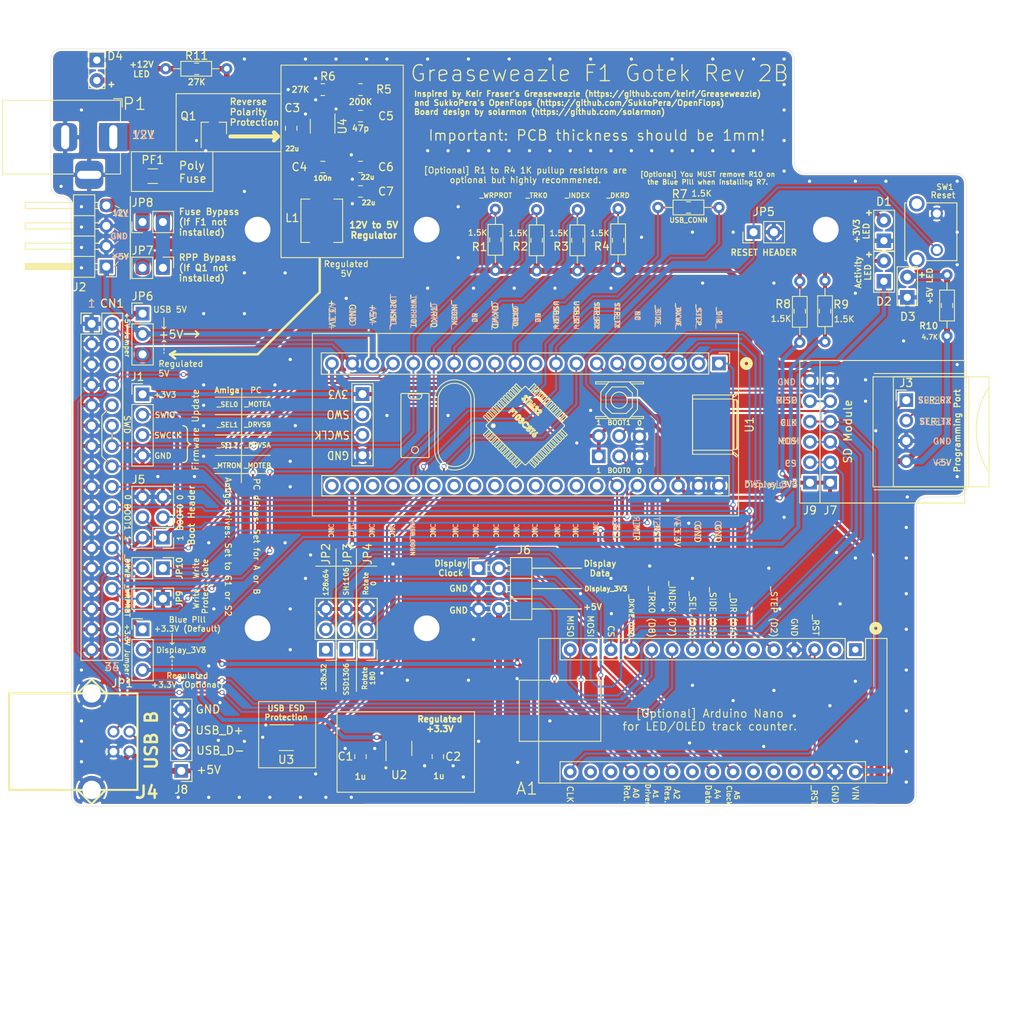
<source format=kicad_pcb>
(kicad_pcb (version 20171130) (host pcbnew "(5.1.9)-1")
  (title_block (title "Greaseweazle F1 Gotek Rev 2B") (date 2021-02-07) (rev 2B) (company solarmon))
  (layers (0 F.Cu signal) (31 B.Cu signal) (34 B.Paste user) (35 F.Paste user) (36 B.SilkS user) (37 F.SilkS user) (38 B.Mask user) (39 F.Mask user) (44 Edge.Cuts user))
  (net 0 "")
  (net 1 GND)
  (net 2 +3V3)
  (net 3 +5V)
  (net 4 "Net-(D1-Pad2)")
  (net 5 "Net-(CN1-Pad34)")
  (net 6 /_SIDE)
  (net 7 /_DKRD)
  (net 8 /_WRPROT)
  (net 9 /_TRK0)
  (net 10 /_DKWE)
  (net 11 /_DKWD)
  (net 12 /_STEP)
  (net 13 /_DIR)
  (net 14 /_INDEX)
  (net 15 "Net-(CN1-Pad6)")
  (net 16 "Net-(CN1-Pad4)")
  (net 17 /_DENSEL)
  (net 18 /USB_CONN)
  (net 19 /_SEL)
  (net 20 "Net-(U1-Pad34)")
  (net 21 "Net-(U1-Pad33)")
  (net 22 "Net-(U1-Pad13)")
  (net 23 "Net-(U1-Pad32)")
  (net 24 "Net-(U1-Pad31)")
  (net 25 "Net-(U1-Pad30)")
  (net 26 "Net-(U1-Pad10)")
  (net 27 "Net-(U1-Pad29)")
  (net 28 "Net-(U1-Pad28)")
  (net 29 "Net-(U1-Pad27)")
  (net 30 /SER_RX)
  (net 31 "Net-(U1-Pad26)")
  (net 32 /SER_TX)
  (net 33 "Net-(U1-Pad5)")
  (net 34 "Net-(U1-Pad24)")
  (net 35 "Net-(U1-Pad23)")
  (net 36 "Net-(U1-Pad21)")
  (net 37 /_MTR)
  (net 38 /USB_D+)
  (net 39 /USB_D-)
  (net 40 "Net-(D2-Pad2)")
  (net 41 /_ACT)
  (net 42 /_RST)
  (net 43 "Net-(D3-Pad2)")
  (net 44 /SWD_SWIO)
  (net 45 /SWD_SWCLK)
  (net 46 /BOOT0)
  (net 47 /BOOT1)
  (net 48 +12V)
  (net 49 "Net-(D4-Pad2)")
  (net 50 "Net-(A1-Pad27)")
  (net 51 "Net-(A1-Pad26)")
  (net 52 "Net-(A1-Pad25)")
  (net 53 "Net-(A1-Pad22)")
  (net 54 "Net-(A1-Pad6)")
  (net 55 "Net-(A1-Pad18)")
  (net 56 "Net-(A1-Pad2)")
  (net 57 "Net-(A1-Pad17)")
  (net 58 "Net-(A1-Pad1)")
  (net 59 /Display_Clock)
  (net 60 /Display_Data)
  (net 61 /Display_3V3)
  (net 62 /JP_OLED_DR)
  (net 63 /JP_OLED_RES)
  (net 64 "Net-(JP2-Pad1)")
  (net 65 "Net-(JP3-Pad1)")
  (net 66 "Net-(JP4-Pad1)")
  (net 67 /SD_CLK)
  (net 68 /SD_MISO)
  (net 69 /SD_MOSI)
  (net 70 /SD_CS)
  (net 71 "Net-(U2-Pad4)")
  (net 72 /3V3_REG)
  (net 73 /USB_5V)
  (net 74 /FB)
  (net 75 /LX)
  (net 76 /BS)
  (net 77 /12V_IN)
  (net 78 /JP_ROTATION)
  (net 79 /5V_REG)
  (net 80 /USB_CONN_D+)
  (net 81 /USB_CONN_D-)
  (net 82 /12V_JACK)
  (net 83 "Net-(CN1-Pad24)")
  (module Kicad-STM32-master:YAAJ_BluePill_SWD_1_BootPins (layer F.Cu) (at 176.022 77.343 270)
    (fp_text reference U1 (at 7.62 -3.81 270) (layer F.SilkS))
    (fp_text value "Blue Pill" hide)
    (fp_text user GND (at 11.43 47.498 180 unlocked) (layer F.SilkS) (effects (font (size 1 0.9))))
    (fp_text user SWCLK (at 8.89 48.26 180 unlocked) (layer F.SilkS) (effects (font (size 1 0.9))))
    (fp_text user SWO (at 6.35 47.498 180 unlocked) (layer F.SilkS) (effects (font (size 1 0.9))))
    (fp_text user 3V3 (at 3.81 47.498 180 unlocked) (layer F.SilkS) (effects (font (size 1 0.9))))
    (pad 48 thru_hole circle (at 9.0297 14.986 270) (size 1.7 1.7) (drill 1) (layers *.Cu *.Mask) (net 2 +3V3))
    (pad 49 thru_hole circle (at 9.0297 12.446 270) (size 1.7 1.7) (drill 1) (layers *.Cu *.Mask) (net 47 /BOOT1))
    (pad 50 thru_hole circle (at 9.0932 9.906 270) (size 1.7 1.7) (drill 1) (layers *.Cu *.Mask) (net 1 GND))
    (pad 45 thru_hole rect (at 11.5697 14.986 270) (size 1.7 1.7) (drill 1) (layers *.Cu *.Mask) (net 2 +3V3))
    (pad 47 thru_hole circle (at 11.5697 9.906 270) (size 1.7 1.7) (drill 1) (layers *.Cu *.Mask) (net 1 GND))
    (pad 46 thru_hole circle (at 11.5697 12.446 270) (size 1.7 1.7) (drill 1) (layers *.Cu *.Mask) (net 46 /BOOT0))
    (pad 20 thru_hole circle (at 0 48.26 270) (size 1.7 1.7) (drill 1) (layers *.Cu *.Mask) (net 2 +3V3))
    (pad 21 thru_hole circle (at 15.24 48.26 270) (size 1.7 1.7) (drill 1) (layers *.Cu *.Mask) (net 36 "Net-(U1-Pad21)"))
    (pad 19 thru_hole circle (at 0 45.72 270) (size 1.7 1.7) (drill 1) (layers *.Cu *.Mask) (net 1 GND))
    (pad 22 thru_hole circle (at 15.24 45.72 270) (size 1.7 1.7) (drill 1) (layers *.Cu *.Mask) (net 41 /_ACT))
    (pad 18 thru_hole circle (at 0 43.18 270) (size 1.7 1.7) (drill 1) (layers *.Cu *.Mask) (net 3 +5V))
    (pad 23 thru_hole circle (at 15.24 43.18 270) (size 1.7 1.7) (drill 1) (layers *.Cu *.Mask) (net 35 "Net-(U1-Pad23)"))
    (pad 17 thru_hole circle (at 0 40.64 270) (size 1.7 1.7) (drill 1) (layers *.Cu *.Mask) (net 17 /_DENSEL))
    (pad 24 thru_hole circle (at 15.24 40.64 270) (size 1.7 1.7) (drill 1) (layers *.Cu *.Mask) (net 34 "Net-(U1-Pad24)"))
    (pad 16 thru_hole circle (at 0 38.1 270) (size 1.7 1.7) (drill 1) (layers *.Cu *.Mask) (net 8 /_WRPROT))
    (pad 25 thru_hole circle (at 15.24 38.1 270) (size 1.7 1.7) (drill 1) (layers *.Cu *.Mask) (net 18 /USB_CONN))
    (pad 15 thru_hole circle (at 0 35.56 270) (size 1.7 1.7) (drill 1) (layers *.Cu *.Mask) (net 9 /_TRK0))
    (pad 26 thru_hole circle (at 15.24 35.56 270) (size 1.7 1.7) (drill 1) (layers *.Cu *.Mask) (net 31 "Net-(U1-Pad26)"))
    (pad 14 thru_hole circle (at 0 33.02 270) (size 1.7 1.7) (drill 1) (layers *.Cu *.Mask) (net 14 /_INDEX))
    (pad 27 thru_hole circle (at 15.24 33.02 270) (size 1.7 1.7) (drill 1) (layers *.Cu *.Mask) (net 29 "Net-(U1-Pad27)"))
    (pad 13 thru_hole circle (at 0 30.48 270) (size 1.7 1.7) (drill 1) (layers *.Cu *.Mask) (net 22 "Net-(U1-Pad13)"))
    (pad 28 thru_hole circle (at 15.24 30.48 270) (size 1.7 1.7) (drill 1) (layers *.Cu *.Mask) (net 28 "Net-(U1-Pad28)"))
    (pad 12 thru_hole circle (at 0 27.94 270) (size 1.7 1.7) (drill 1) (layers *.Cu *.Mask) (net 11 /_DKWD))
    (pad 29 thru_hole circle (at 15.24 27.94 270) (size 1.7 1.7) (drill 1) (layers *.Cu *.Mask) (net 27 "Net-(U1-Pad29)"))
    (pad 11 thru_hole circle (at 0 25.4 270) (size 1.7 1.7) (drill 1) (layers *.Cu *.Mask) (net 7 /_DKRD))
    (pad 30 thru_hole circle (at 15.24 25.4 270) (size 1.7 1.7) (drill 1) (layers *.Cu *.Mask) (net 25 "Net-(U1-Pad30)"))
    (pad 10 thru_hole circle (at 0 22.86 270) (size 1.7 1.7) (drill 1) (layers *.Cu *.Mask) (net 26 "Net-(U1-Pad10)"))
    (pad 31 thru_hole circle (at 15.24 22.86 270) (size 1.7 1.7) (drill 1) (layers *.Cu *.Mask) (net 24 "Net-(U1-Pad31)"))
    (pad 9 thru_hole circle (at 0 20.32 270) (size 1.7 1.7) (drill 1) (layers *.Cu *.Mask) (net 38 /USB_D+))
    (pad 32 thru_hole circle (at 15.24 20.32 270) (size 1.7 1.7) (drill 1) (layers *.Cu *.Mask) (net 23 "Net-(U1-Pad32)"))
    (pad 8 thru_hole circle (at 0 17.78 270) (size 1.7 1.7) (drill 1) (layers *.Cu *.Mask) (net 39 /USB_D-))
    (pad 33 thru_hole circle (at 15.24 17.78 270) (size 1.7 1.7) (drill 1) (layers *.Cu *.Mask) (net 21 "Net-(U1-Pad33)"))
    (pad 7 thru_hole circle (at 0 15.24 270) (size 1.7 1.7) (drill 1) (layers *.Cu *.Mask) (net 30 /SER_RX))
    (pad 34 thru_hole circle (at 15.24 15.24 270) (size 1.7 1.7) (drill 1) (layers *.Cu *.Mask) (net 20 "Net-(U1-Pad34)"))
    (pad 6 thru_hole circle (at 0 12.7 270) (size 1.7 1.7) (drill 1) (layers *.Cu *.Mask) (net 32 /SER_TX))
    (pad 35 thru_hole circle (at 15.24 12.7 270) (size 1.7 1.7) (drill 1) (layers *.Cu *.Mask) (net 19 /_SEL))
    (pad 5 thru_hole circle (at 0 10.16 270) (size 1.7 1.7) (drill 1) (layers *.Cu *.Mask) (net 33 "Net-(U1-Pad5)"))
    (pad 36 thru_hole circle (at 15.24 10.16 270) (size 1.7 1.7) (drill 1) (layers *.Cu *.Mask) (net 37 /_MTR))
    (pad 4 thru_hole circle (at 0 7.62 270) (size 1.7 1.7) (drill 1) (layers *.Cu *.Mask) (net 6 /_SIDE))
    (pad 37 thru_hole circle (at 15.24 7.62 270) (size 1.7 1.7) (drill 1) (layers *.Cu *.Mask) (net 42 /_RST))
    (pad 3 thru_hole circle (at 0 5.08 270) (size 1.7 1.7) (drill 1) (layers *.Cu *.Mask) (net 10 /_DKWE))
    (pad 38 thru_hole circle (at 15.24 5.08 270) (size 1.7 1.7) (drill 1) (layers *.Cu *.Mask) (net 2 +3V3))
    (pad 2 thru_hole circle (at 0 2.54 270) (size 1.7 1.7) (drill 1) (layers *.Cu *.Mask) (net 12 /_STEP))
    (pad 39 thru_hole circle (at 15.24 2.54 270) (size 1.7 1.7) (drill 1) (layers *.Cu *.Mask) (net 1 GND))
    (pad 1 thru_hole rect (at 0 0 270) (size 1.7 1.7) (drill 1) (layers *.Cu *.Mask) (net 13 /_DIR))
    (pad 40 thru_hole circle (at 15.24 0 270) (size 1.7 1.7) (drill 1) (layers *.Cu *.Mask) (net 1 GND))
    (pad 44 thru_hole circle (at 11.43 44.45 270) (size 1.7 1.7) (drill 1) (layers *.Cu *.Mask) (net 1 GND))
    (pad 43 thru_hole circle (at 8.89 44.45 270) (size 1.7 1.7) (drill 1) (layers *.Cu *.Mask) (net 45 /SWD_SWCLK))
    (pad 42 thru_hole circle (at 6.35 44.45 270) (size 1.7 1.7) (drill 1) (layers *.Cu *.Mask) (net 44 /SWD_SWIO))
    (pad 41 thru_hole rect (at 3.81 44.45 270) (size 1.7 1.7) (drill 1) (layers *.Cu *.Mask) (net 2 +3V3))
  )
  (module Fuse:Fuse_1206_3216Metric_Pad1.42x1.75mm_HandSolder (layer F.Cu) (at 105.41 53.975 180)
    (fp_text reference PF1 (at 0 2.032) (layer F.SilkS))
    (fp_text value 1.5A)
    (pad 2 smd roundrect (at 1.4875 0 180) (size 1.425 1.75) (layers F.Cu F.Paste F.Mask) (roundrect_rratio 0.1754385964912281) (net 82 /12V_JACK))
    (pad 1 smd roundrect (at -1.4875 0 180) (size 1.425 1.75) (layers F.Cu F.Paste F.Mask) (roundrect_rratio 0.1754385964912281) (net 48 +12V))
  )
  (module solarmon_library:SD_Micro_Module_Upside_Down (layer F.Cu) (at 187.3758 92.202)
    (fp_text reference J9 (at 0 3.4544) (layer F.SilkS))
    (fp_text value "SD Module")
    (pad 6 thru_hole circle (at 0 -12.7) (size 1.7 1.7) (drill 1) (layers *.Cu *.Mask) (net 1 GND))
    (pad 5 thru_hole circle (at 0 -10.16) (size 1.7 1.7) (drill 1) (layers *.Cu *.Mask) (net 68 /SD_MISO))
    (pad 4 thru_hole circle (at 0 -7.62) (size 1.7 1.7) (drill 1) (layers *.Cu *.Mask) (net 67 /SD_CLK))
    (pad 3 thru_hole circle (at 0 -5.08) (size 1.7 1.7) (drill 1) (layers *.Cu *.Mask) (net 69 /SD_MOSI))
    (pad 2 thru_hole circle (at 0 -2.54) (size 1.7 1.7) (drill 1) (layers *.Cu *.Mask) (net 70 /SD_CS))
    (pad 1 thru_hole rect (at 0 0) (size 1.7 1.7) (drill 1) (layers *.Cu *.Mask) (net 61 /Display_3V3))
  )
  (module Package_TO_SOT_SMD:TSOT-23-6_HandSoldering (layer F.Cu) (at 126.619 47.752 270)
    (fp_text reference U4 (at 0 -2.45 90) (layer F.SilkS))
    (fp_text value SY8105)
    (pad 6 smd rect (at 1.71 -0.95 270) (size 2 0.65) (layers F.Cu F.Paste F.Mask) (net 76 /BS))
    (pad 5 smd rect (at 1.71 0 270) (size 2 0.65) (layers F.Cu F.Paste F.Mask) (net 75 /LX))
    (pad 4 smd rect (at 1.71 0.95 270) (size 2 0.65) (layers F.Cu F.Paste F.Mask) (net 77 /12V_IN))
    (pad 3 smd rect (at -1.71 0.95 270) (size 2 0.65) (layers F.Cu F.Paste F.Mask) (net 1 GND))
    (pad 2 smd rect (at -1.71 0 270) (size 2 0.65) (layers F.Cu F.Paste F.Mask) (net 77 /12V_IN))
    (pad 1 smd rect (at -1.71 -0.95 270) (size 2 0.65) (layers F.Cu F.Paste F.Mask) (net 74 /FB))
  )
  (module Package_TO_SOT_SMD:SOT-23-6_Handsoldering (layer F.Cu) (at 122.0724 124.0028)
    (fp_text reference U3 (at -0.0254 2.7432) (layer F.SilkS))
    (fp_text value USBLC6-2SC6)
    (pad 5 smd rect (at 1.35 0) (size 1.56 0.65) (layers F.Cu F.Paste F.Mask) (net 73 /USB_5V))
    (pad 6 smd rect (at 1.35 -0.95) (size 1.56 0.65) (layers F.Cu F.Paste F.Mask) (net 38 /USB_D+))
    (pad 4 smd rect (at 1.35 0.95) (size 1.56 0.65) (layers F.Cu F.Paste F.Mask) (net 39 /USB_D-))
    (pad 3 smd rect (at -1.35 0.95) (size 1.56 0.65) (layers F.Cu F.Paste F.Mask) (net 81 /USB_CONN_D-))
    (pad 2 smd rect (at -1.35 0) (size 1.56 0.65) (layers F.Cu F.Paste F.Mask) (net 1 GND))
    (pad 1 smd rect (at -1.35 -0.95) (size 1.56 0.65) (layers F.Cu F.Paste F.Mask) (net 80 /USB_CONN_D+))
  )
  (module Package_TO_SOT_SMD:SOT-23_Handsoldering (layer F.Cu) (at 113.03 48.006 90)
    (fp_text reference Q1 (at 1.524 -3.175 180) (layer F.SilkS))
    (fp_text value AO3401A)
    (pad 3 smd rect (at 1.5 0 90) (size 1.9 0.8) (layers F.Cu F.Paste F.Mask) (net 48 +12V))
    (pad 2 smd rect (at -1.5 0.95 90) (size 1.9 0.8) (layers F.Cu F.Paste F.Mask) (net 77 /12V_IN))
    (pad 1 smd rect (at -1.5 -0.95 90) (size 1.9 0.8) (layers F.Cu F.Paste F.Mask) (net 1 GND))
  )
  (module Connector_PinHeader_2.54mm:PinHeader_1x02_P2.54mm_Vertical (layer F.Cu) (at 106.68 102.87 270)
    (fp_text reference JP10 (at 0 -2.0574 90) (layer F.SilkS) (effects (font (size 0.75 0.75))))
    (fp_text value "Write Gate")
    (pad 2 thru_hole oval (at 0 2.54 270) (size 1.7 1.7) (drill 1) (layers *.Cu *.Mask) (net 83 "Net-(CN1-Pad24)"))
    (pad 1 thru_hole rect (at 0 0 270) (size 1.7 1.7) (drill 1) (layers *.Cu *.Mask) (net 10 /_DKWE))
  )
  (module Connector_PinHeader_2.54mm:PinHeader_1x02_P2.54mm_Vertical (layer F.Cu) (at 106.68 106.68 270)
    (fp_text reference JP9 (at 0 -2.0574 90) (layer F.SilkS) (effects (font (size 0.75 0.75))))
    (fp_text value "Write Protect")
    (pad 2 thru_hole oval (at 0 2.54 270) (size 1.7 1.7) (drill 1) (layers *.Cu *.Mask) (net 8 /_WRPROT))
    (pad 1 thru_hole rect (at 0 0 270) (size 1.7 1.7) (drill 1) (layers *.Cu *.Mask) (net 1 GND))
  )
  (module solarmon_library:SD_Micro_Module_Upside_Down (layer F.Cu) (at 189.9 92.202)
    (fp_text reference J7 (at 0.0158 3.4544) (layer F.SilkS))
    (fp_text value "SD Module" (at 2.2002 -6.3754 90) (layer F.SilkS))
    (pad 6 thru_hole circle (at 0 -12.7) (size 1.7 1.7) (drill 1) (layers *.Cu *.Mask) (net 1 GND))
    (pad 5 thru_hole circle (at 0 -10.16) (size 1.7 1.7) (drill 1) (layers *.Cu *.Mask) (net 68 /SD_MISO))
    (pad 4 thru_hole circle (at 0 -7.62) (size 1.7 1.7) (drill 1) (layers *.Cu *.Mask) (net 67 /SD_CLK))
    (pad 3 thru_hole circle (at 0 -5.08) (size 1.7 1.7) (drill 1) (layers *.Cu *.Mask) (net 69 /SD_MOSI))
    (pad 2 thru_hole circle (at 0 -2.54) (size 1.7 1.7) (drill 1) (layers *.Cu *.Mask) (net 70 /SD_CS))
    (pad 1 thru_hole rect (at 0 0) (size 1.7 1.7) (drill 1) (layers *.Cu *.Mask) (net 61 /Display_3V3))
  )
  (module Connector_PinHeader_2.54mm:PinHeader_1x02_P2.54mm_Vertical (layer F.Cu) (at 104.14 59.69 90)
    (fp_text reference JP8 (at 2.413 0 180) (layer F.SilkS))
    (fp_text value "Fuse Bypass")
    (pad 2 thru_hole oval (at 0 2.54 90) (size 1.7 1.7) (drill 1) (layers *.Cu *.Mask) (net 48 +12V))
    (pad 1 thru_hole rect (at 0 0 90) (size 1.7 1.7) (drill 1) (layers *.Cu *.Mask) (net 82 /12V_JACK))
  )
  (module LED_THT:LED_D3.0mm_Horizontal_O3.81mm_Z6.0mm (layer F.Cu) (at 98.4377 39.497 270)
    (fp_text reference D4 (at -0.508 -2.2733 180) (layer F.SilkS))
    (fp_text value "+12V LED")
    (pad 1 thru_hole rect (at 0 0 270) (size 1.8 1.8) (drill 0.9) (layers *.Cu *.Mask) (net 1 GND))
    (pad 2 thru_hole circle (at 2.54 0 270) (size 1.8 1.8) (drill 0.9) (layers *.Cu *.Mask) (net 49 "Net-(D4-Pad2)"))
  )
  (module Connector_PinHeader_2.54mm:PinHeader_1x04_P2.54mm_Vertical (layer F.Cu) (at 108.966 128.143 180)
    (fp_text reference J8 (at 0 -2.33) (layer F.SilkS))
    (fp_text value SWD)
    (pad 4 thru_hole oval (at 0 7.62 180) (size 1.7 1.7) (drill 1) (layers *.Cu *.Mask) (net 1 GND))
    (pad 3 thru_hole oval (at 0 5.08 180) (size 1.7 1.7) (drill 1) (layers *.Cu *.Mask) (net 80 /USB_CONN_D+))
    (pad 2 thru_hole oval (at 0 2.54 180) (size 1.7 1.7) (drill 1) (layers *.Cu *.Mask) (net 81 /USB_CONN_D-))
    (pad 1 thru_hole rect (at 0 0 180) (size 1.7 1.7) (drill 1) (layers *.Cu *.Mask) (net 73 /USB_5V))
  )
  (module OpenFlops:MountingHole_M3_Pad (layer F.Cu) (at 189.357 60.6425)
    (fp_text reference H5 hide)
    (fp_text value MountingHole_Pad)
    (pad 1 thru_hole circle (at 0 0) (size 5 5) (drill 3.2) (layers *.Cu *.Mask) (net 1 GND))
  )
  (module OpenFlops:MountingHole_M3_Pad (layer F.Cu) (at 139.573 110.363)
    (fp_text reference H4 hide)
    (fp_text value MountingHole_Pad)
    (pad 1 thru_hole circle (at 0 0) (size 5 5) (drill 3.2) (layers *.Cu *.Mask) (net 1 GND))
  )
  (module OpenFlops:MountingHole_M3_Pad (layer F.Cu) (at 118.491 110.363)
    (fp_text reference H3 hide)
    (fp_text value MountingHole_Pad)
    (pad 1 thru_hole circle (at 0 0) (size 5 5) (drill 3.2) (layers *.Cu *.Mask) (net 1 GND))
  )
  (module OpenFlops:MountingHole_M3_Pad (layer F.Cu) (at 139.573 60.6425)
    (fp_text reference H2 hide)
    (fp_text value MountingHole_Pad)
    (pad 1 thru_hole circle (at 0 0) (size 5 5) (drill 3.2) (layers *.Cu *.Mask) (net 1 GND))
  )
  (module OpenFlops:MountingHole_M3_Pad (layer F.Cu) (at 118.491 60.6425)
    (fp_text reference H1 hide)
    (fp_text value MountingHole_Pad)
    (pad 1 thru_hole circle (at 0 0) (size 5 5) (drill 3.2) (layers *.Cu *.Mask) (net 1 GND))
  )
  (module Resistor_THT:R_Axial_DIN0204_L3.6mm_D1.6mm_P7.62mm_Horizontal (layer F.Cu) (at 148.1455 65.7225 90)
    (fp_text reference R1 hide)
    (fp_text value R_Axial_DIN0204_L3.6mm_D1.6mm_P7.62mm_Horizontal)
    (pad 1 thru_hole circle (at 0 0 90) (size 1.4 1.4) (drill 0.7) (layers *.Cu *.Mask) (net 3 +5V))
    (pad 2 thru_hole oval (at 7.62 0 90) (size 1.4 1.4) (drill 0.7) (layers *.Cu *.Mask) (net 8 /_WRPROT))
  )
  (module Resistor_THT:R_Axial_DIN0204_L3.6mm_D1.6mm_P7.62mm_Horizontal (layer F.Cu) (at 153.289 65.786 90)
    (fp_text reference R2 hide)
    (fp_text value R_Axial_DIN0204_L3.6mm_D1.6mm_P7.62mm_Horizontal)
    (pad 2 thru_hole oval (at 7.62 0 90) (size 1.4 1.4) (drill 0.7) (layers *.Cu *.Mask) (net 9 /_TRK0))
    (pad 1 thru_hole circle (at 0 0 90) (size 1.4 1.4) (drill 0.7) (layers *.Cu *.Mask) (net 3 +5V))
  )
  (module Resistor_THT:R_Axial_DIN0204_L3.6mm_D1.6mm_P7.62mm_Horizontal (layer F.Cu) (at 158.369 65.786 90)
    (fp_text reference R3 hide)
    (fp_text value R_Axial_DIN0204_L3.6mm_D1.6mm_P7.62mm_Horizontal)
    (pad 1 thru_hole circle (at 0 0 90) (size 1.4 1.4) (drill 0.7) (layers *.Cu *.Mask) (net 3 +5V))
    (pad 2 thru_hole oval (at 7.62 0 90) (size 1.4 1.4) (drill 0.7) (layers *.Cu *.Mask) (net 14 /_INDEX))
  )
  (module Resistor_THT:R_Axial_DIN0204_L3.6mm_D1.6mm_P7.62mm_Horizontal (layer F.Cu) (at 163.449 65.659 90)
    (fp_text reference R4 hide)
    (fp_text value R_Axial_DIN0204_L3.6mm_D1.6mm_P7.62mm_Horizontal)
    (pad 2 thru_hole oval (at 7.62 0 90) (size 1.4 1.4) (drill 0.7) (layers *.Cu *.Mask) (net 7 /_DKRD))
    (pad 1 thru_hole circle (at 0 0 90) (size 1.4 1.4) (drill 0.7) (layers *.Cu *.Mask) (net 3 +5V))
  )
  (module Resistor_THT:R_Axial_DIN0204_L3.6mm_D1.6mm_P7.62mm_Horizontal (layer F.Cu) (at 176.0347 57.8739 180)
    (fp_text reference R7 hide)
    (fp_text value R_Axial_DIN0204_L3.6mm_D1.6mm_P7.62mm_Horizontal)
    (pad 2 thru_hole oval (at 7.62 0 180) (size 1.4 1.4) (drill 0.7) (layers *.Cu *.Mask) (net 18 /USB_CONN))
    (pad 1 thru_hole circle (at 0 0 180) (size 1.4 1.4) (drill 0.7) (layers *.Cu *.Mask) (net 38 /USB_D+))
  )
  (module Resistor_THT:R_Axial_DIN0204_L3.6mm_D1.6mm_P7.62mm_Horizontal (layer F.Cu) (at 186.1058 67.0814 270)
    (fp_text reference R8 hide)
    (fp_text value R_Axial_DIN0204_L3.6mm_D1.6mm_P7.62mm_Horizontal)
    (pad 1 thru_hole circle (at 0 0 270) (size 1.4 1.4) (drill 0.7) (layers *.Cu *.Mask) (net 4 "Net-(D1-Pad2)"))
    (pad 2 thru_hole oval (at 7.62 0 270) (size 1.4 1.4) (drill 0.7) (layers *.Cu *.Mask) (net 61 /Display_3V3))
  )
  (module Resistor_THT:R_Axial_DIN0204_L3.6mm_D1.6mm_P7.62mm_Horizontal (layer F.Cu) (at 189.2554 67.0052 270)
    (fp_text reference R9 hide)
    (fp_text value R_Axial_DIN0204_L3.6mm_D1.6mm_P7.62mm_Horizontal)
    (pad 2 thru_hole oval (at 7.62 0 270) (size 1.4 1.4) (drill 0.7) (layers *.Cu *.Mask) (net 2 +3V3))
    (pad 1 thru_hole circle (at 0 0 270) (size 1.4 1.4) (drill 0.7) (layers *.Cu *.Mask) (net 40 "Net-(D2-Pad2)"))
  )
  (module Resistor_THT:R_Axial_DIN0204_L3.6mm_D1.6mm_P7.62mm_Horizontal (layer F.Cu) (at 204.47 66.294 270)
    (fp_text reference R10 hide)
    (fp_text value R_Axial_DIN0204_L3.6mm_D1.6mm_P7.62mm_Horizontal)
    (pad 1 thru_hole circle (at 0 0 270) (size 1.4 1.4) (drill 0.7) (layers *.Cu *.Mask) (net 43 "Net-(D3-Pad2)"))
    (pad 2 thru_hole oval (at 7.62 0 270) (size 1.4 1.4) (drill 0.7) (layers *.Cu *.Mask) (net 3 +5V))
  )
  (module Resistor_THT:R_Axial_DIN0204_L3.6mm_D1.6mm_P7.62mm_Horizontal (layer F.Cu) (at 114.6429 40.5765 180)
    (fp_text reference R11 hide)
    (fp_text value R_Axial_DIN0204_L3.6mm_D1.6mm_P7.62mm_Horizontal)
    (pad 2 thru_hole oval (at 7.62 0 180) (size 1.4 1.4) (drill 0.7) (layers *.Cu *.Mask) (net 49 "Net-(D4-Pad2)"))
    (pad 1 thru_hole circle (at 0 0 180) (size 1.4 1.4) (drill 0.7) (layers *.Cu *.Mask) (net 77 /12V_IN))
  )
  (module Connector_PinHeader_2.54mm:PinHeader_1x02_P2.54mm_Vertical (layer F.Cu) (at 106.68 65.405 270)
    (fp_text reference JP7 (at -2.159 2.54 180) (layer F.SilkS))
    (fp_text value "RPP Bypass")
    (pad 2 thru_hole oval (at 0 2.54 270) (size 1.7 1.7) (drill 1) (layers *.Cu *.Mask) (net 77 /12V_IN))
    (pad 1 thru_hole rect (at 0 0 270) (size 1.7 1.7) (drill 1) (layers *.Cu *.Mask) (net 48 +12V))
  )
  (module Connector_PinHeader_2.54mm:PinHeader_1x04_P2.54mm_Horizontal (layer F.Cu) (at 99.6188 65.2526 180)
    (fp_text reference J2 (at 3.3528 -2.5654 180) (layer F.SilkS))
    (fp_text value "Floppy Power" hide)
    (pad 4 thru_hole oval (at 0 7.62 180) (size 1.7 1.7) (drill 1) (layers *.Cu *.Mask) (net 77 /12V_IN))
    (pad 3 thru_hole oval (at 0 5.08 180) (size 1.7 1.7) (drill 1) (layers *.Cu *.Mask) (net 1 GND))
    (pad 2 thru_hole oval (at 0 2.54 180) (size 1.7 1.7) (drill 1) (layers *.Cu *.Mask) (net 1 GND))
    (pad 1 thru_hole rect (at 0 0 180) (size 1.7 1.7) (drill 1) (layers *.Cu *.Mask) (net 3 +5V))
  )
  (module Connector_PinHeader_2.54mm:PinHeader_1x04_P2.54mm_Vertical (layer F.Cu) (at 104.14 81.1784)
    (fp_text reference J1 (at -0.635 -2.1844) (layer F.SilkS))
    (fp_text value SWD)
    (pad 1 thru_hole rect (at 0 0) (size 1.7 1.7) (drill 1) (layers *.Cu *.Mask) (net 2 +3V3))
    (pad 2 thru_hole oval (at 0 2.54) (size 1.7 1.7) (drill 1) (layers *.Cu *.Mask) (net 44 /SWD_SWIO))
    (pad 3 thru_hole oval (at 0 5.08) (size 1.7 1.7) (drill 1) (layers *.Cu *.Mask) (net 45 /SWD_SWCLK))
    (pad 4 thru_hole oval (at 0 7.62) (size 1.7 1.7) (drill 1) (layers *.Cu *.Mask) (net 1 GND))
  )
  (module Resistor_SMD:R_0805_2012Metric (layer F.Cu) (at 126.619 43.18 180)
    (fp_text reference R6 (at -0.635 1.651) (layer F.SilkS))
    (fp_text value 27K (at 2.794 0) (layer F.SilkS) (effects (font (size 0.75 0.75))))
    (pad 2 smd roundrect (at 0.9125 0 180) (size 1.025 1.4) (layers F.Cu F.Paste F.Mask) (roundrect_rratio 0.2439004878048781) (net 1 GND))
    (pad 1 smd roundrect (at -0.9125 0 180) (size 1.025 1.4) (layers F.Cu F.Paste F.Mask) (roundrect_rratio 0.2439004878048781) (net 74 /FB))
  )
  (module Resistor_SMD:R_0805_2012Metric (layer F.Cu) (at 131.318 43.18 180)
    (fp_text reference R5 (at -2.921 0.0254) (layer F.SilkS))
    (fp_text value 200K (at 0 -1.524) (layer F.SilkS) (effects (font (size 0.75 0.75))))
    (pad 2 smd roundrect (at 0.9125 0 180) (size 1.025 1.4) (layers F.Cu F.Paste F.Mask) (roundrect_rratio 0.2439004878048781) (net 74 /FB))
    (pad 1 smd roundrect (at -0.9125 0 180) (size 1.025 1.4) (layers F.Cu F.Paste F.Mask) (roundrect_rratio 0.2439004878048781) (net 79 /5V_REG))
  )
  (module solarmon_library:MWSA0503S (layer F.Cu) (at 126.492 59.5376 90)
    (fp_text reference L1 (at 0.3556 -3.683 180) (layer F.SilkS))
    (fp_text value 4u7)
    (pad 2 smd rect (at -2.3 0 90) (size 1.9 2.5) (layers F.Cu F.Paste F.Mask) (net 79 /5V_REG))
    (pad 1 smd rect (at 2.3 0 90) (size 1.9 2.5) (layers F.Cu F.Paste F.Mask) (net 75 /LX))
  )
  (module Connector_PinHeader_2.54mm:PinHeader_1x03_P2.54mm_Vertical (layer F.Cu) (at 104.14 71.12)
    (fp_text reference JP6 (at 0 -2.159) (layer F.SilkS))
    (fp_text value "+5V Jumper")
    (pad 3 thru_hole oval (at 0 5.08) (size 1.7 1.7) (drill 1) (layers *.Cu *.Mask) (net 79 /5V_REG))
    (pad 2 thru_hole oval (at 0 2.54) (size 1.7 1.7) (drill 1) (layers *.Cu *.Mask) (net 3 +5V))
    (pad 1 thru_hole rect (at 0 0) (size 1.7 1.7) (drill 1) (layers *.Cu *.Mask) (net 73 /USB_5V))
  )
  (module Capacitor_SMD:C_0805_2012Metric_Pad1.15x1.40mm_HandSolder (layer F.Cu) (at 131.318 55.88 180)
    (fp_text reference C7 (at -3.175 0) (layer F.SilkS))
    (fp_text value 22u (at -1.016 -1.397) (layer F.SilkS) (effects (font (size 0.6 0.6))))
    (pad 2 smd roundrect (at 1.025 0 180) (size 1.15 1.4) (layers F.Cu F.Paste F.Mask) (roundrect_rratio 0.2173904347826087) (net 1 GND))
    (pad 1 smd roundrect (at -1.025 0 180) (size 1.15 1.4) (layers F.Cu F.Paste F.Mask) (roundrect_rratio 0.2173904347826087) (net 79 /5V_REG))
  )
  (module Capacitor_SMD:C_0805_2012Metric_Pad1.15x1.40mm_HandSolder (layer F.Cu) (at 131.318 52.832 180)
    (fp_text reference C6 (at -3.175 0) (layer F.SilkS))
    (fp_text value 22u (at -0.889 -1.27) (layer F.SilkS) (effects (font (size 0.6 0.6))))
    (pad 1 smd roundrect (at -1.025 0 180) (size 1.15 1.4) (layers F.Cu F.Paste F.Mask) (roundrect_rratio 0.2173904347826087) (net 79 /5V_REG))
    (pad 2 smd roundrect (at 1.025 0 180) (size 1.15 1.4) (layers F.Cu F.Paste F.Mask) (roundrect_rratio 0.2173904347826087) (net 1 GND))
  )
  (module Capacitor_SMD:C_0805_2012Metric_Pad1.15x1.40mm_HandSolder (layer F.Cu) (at 131.318 46.482 180)
    (fp_text reference C5 (at -3.175 0) (layer F.SilkS))
    (fp_text value 47p (at 0 -1.524) (layer F.SilkS) (effects (font (size 0.75 0.75))))
    (pad 2 smd roundrect (at 1.025 0 180) (size 1.15 1.4) (layers F.Cu F.Paste F.Mask) (roundrect_rratio 0.2173904347826087) (net 74 /FB))
    (pad 1 smd roundrect (at -1.025 0 180) (size 1.15 1.4) (layers F.Cu F.Paste F.Mask) (roundrect_rratio 0.2173904347826087) (net 79 /5V_REG))
  )
  (module Capacitor_SMD:C_0805_2012Metric_Pad1.15x1.40mm_HandSolder (layer F.Cu) (at 126.619 52.832 180)
    (fp_text reference C4 (at 2.921 0) (layer F.SilkS))
    (fp_text value 100n (at 0 -1.397) (layer F.SilkS) (effects (font (size 0.6 0.6))))
    (pad 2 smd roundrect (at 1.025 0 180) (size 1.15 1.4) (layers F.Cu F.Paste F.Mask) (roundrect_rratio 0.2173904347826087) (net 75 /LX))
    (pad 1 smd roundrect (at -1.025 0 180) (size 1.15 1.4) (layers F.Cu F.Paste F.Mask) (roundrect_rratio 0.2173904347826087) (net 76 /BS))
  )
  (module Capacitor_SMD:C_0805_2012Metric_Pad1.15x1.40mm_HandSolder (layer F.Cu) (at 122.682 48.006 90)
    (fp_text reference C3 (at 2.54 0.127 180) (layer F.SilkS))
    (fp_text value 22u (at -2.54 0.127 180) (layer F.SilkS) (effects (font (size 0.6 0.6))))
    (pad 2 smd roundrect (at 1.025 0 90) (size 1.15 1.4) (layers F.Cu F.Paste F.Mask) (roundrect_rratio 0.2173904347826087) (net 1 GND))
    (pad 1 smd roundrect (at -1.025 0 90) (size 1.15 1.4) (layers F.Cu F.Paste F.Mask) (roundrect_rratio 0.2173904347826087) (net 77 /12V_IN))
  )
  (module Package_TO_SOT_SMD:SOT-23-5_HandSoldering (layer F.Cu) (at 136.113201 125.349 90)
    (fp_text reference U2 (at -3.302 0.030799 180) (layer F.SilkS))
    (fp_text value AP2112K-3.3)
    (pad 5 smd rect (at 1.35 -0.95 90) (size 1.56 0.65) (layers F.Cu F.Paste F.Mask) (net 72 /3V3_REG))
    (pad 4 smd rect (at 1.35 0.95 90) (size 1.56 0.65) (layers F.Cu F.Paste F.Mask) (net 71 "Net-(U2-Pad4)"))
    (pad 3 smd rect (at -1.35 0.95 90) (size 1.56 0.65) (layers F.Cu F.Paste F.Mask) (net 3 +5V))
    (pad 2 smd rect (at -1.35 0 90) (size 1.56 0.65) (layers F.Cu F.Paste F.Mask) (net 1 GND))
    (pad 1 smd rect (at -1.35 -0.95 90) (size 1.56 0.65) (layers F.Cu F.Paste F.Mask) (net 3 +5V))
  )
  (module Connector_PinHeader_2.54mm:PinHeader_1x02_P2.54mm_Vertical (layer F.Cu) (at 180.34 60.96 90)
    (fp_text reference JP5 (at 2.54 1.27 180) (layer F.SilkS))
    (fp_text value "RESET HEADER" (at -2.54 1.27 180) (layer F.SilkS) (effects (font (size 0.75 0.75))))
    (pad 1 thru_hole rect (at 0 0 90) (size 1.7 1.7) (drill 1) (layers *.Cu *.Mask) (net 42 /_RST))
    (pad 2 thru_hole oval (at 0 2.54 90) (size 1.7 1.7) (drill 1) (layers *.Cu *.Mask) (net 1 GND))
  )
  (module Module:Arduino_Nano (layer F.Cu) (at 193.04 113.03 270)
    (fp_text reference A1 (at 17.3228 40.9702 180) (layer F.SilkS) (effects (font (size 1.5 1.5))))
    (fp_text value Arduino_Nano_v3.x)
    (pad 1 thru_hole rect (at 0 0 270) (size 1.6 1.6) (drill 0.8) (layers *.Cu *.Mask) (net 58 "Net-(A1-Pad1)"))
    (pad 17 thru_hole oval (at 15.24 33.02 270) (size 1.6 1.6) (drill 0.8) (layers *.Cu *.Mask) (net 57 "Net-(A1-Pad17)"))
    (pad 2 thru_hole oval (at 0 2.54 270) (size 1.6 1.6) (drill 0.8) (layers *.Cu *.Mask) (net 56 "Net-(A1-Pad2)"))
    (pad 18 thru_hole oval (at 15.24 30.48 270) (size 1.6 1.6) (drill 0.8) (layers *.Cu *.Mask) (net 55 "Net-(A1-Pad18)"))
    (pad 3 thru_hole oval (at 0 5.08 270) (size 1.6 1.6) (drill 0.8) (layers *.Cu *.Mask) (net 42 /_RST))
    (pad 19 thru_hole oval (at 15.24 27.94 270) (size 1.6 1.6) (drill 0.8) (layers *.Cu *.Mask) (net 78 /JP_ROTATION))
    (pad 4 thru_hole oval (at 0 7.62 270) (size 1.6 1.6) (drill 0.8) (layers *.Cu *.Mask) (net 1 GND))
    (pad 20 thru_hole oval (at 15.24 25.4 270) (size 1.6 1.6) (drill 0.8) (layers *.Cu *.Mask) (net 62 /JP_OLED_DR))
    (pad 5 thru_hole oval (at 0 10.16 270) (size 1.6 1.6) (drill 0.8) (layers *.Cu *.Mask) (net 12 /_STEP))
    (pad 21 thru_hole oval (at 15.24 22.86 270) (size 1.6 1.6) (drill 0.8) (layers *.Cu *.Mask) (net 63 /JP_OLED_RES))
    (pad 6 thru_hole oval (at 0 12.7 270) (size 1.6 1.6) (drill 0.8) (layers *.Cu *.Mask) (net 54 "Net-(A1-Pad6)"))
    (pad 22 thru_hole oval (at 15.24 20.32 270) (size 1.6 1.6) (drill 0.8) (layers *.Cu *.Mask) (net 53 "Net-(A1-Pad22)"))
    (pad 7 thru_hole oval (at 0 15.24 270) (size 1.6 1.6) (drill 0.8) (layers *.Cu *.Mask) (net 13 /_DIR))
    (pad 23 thru_hole oval (at 15.24 17.78 270) (size 1.6 1.6) (drill 0.8) (layers *.Cu *.Mask) (net 60 /Display_Data))
    (pad 8 thru_hole oval (at 0 17.78 270) (size 1.6 1.6) (drill 0.8) (layers *.Cu *.Mask) (net 6 /_SIDE))
    (pad 24 thru_hole oval (at 15.24 15.24 270) (size 1.6 1.6) (drill 0.8) (layers *.Cu *.Mask) (net 59 /Display_Clock))
    (pad 9 thru_hole oval (at 0 20.32 270) (size 1.6 1.6) (drill 0.8) (layers *.Cu *.Mask) (net 19 /_SEL))
    (pad 25 thru_hole oval (at 15.24 12.7 270) (size 1.6 1.6) (drill 0.8) (layers *.Cu *.Mask) (net 52 "Net-(A1-Pad25)"))
    (pad 10 thru_hole oval (at 0 22.86 270) (size 1.6 1.6) (drill 0.8) (layers *.Cu *.Mask) (net 14 /_INDEX))
    (pad 26 thru_hole oval (at 15.24 10.16 270) (size 1.6 1.6) (drill 0.8) (layers *.Cu *.Mask) (net 51 "Net-(A1-Pad26)"))
    (pad 11 thru_hole oval (at 0 25.4 270) (size 1.6 1.6) (drill 0.8) (layers *.Cu *.Mask) (net 9 /_TRK0))
    (pad 27 thru_hole oval (at 15.24 7.62 270) (size 1.6 1.6) (drill 0.8) (layers *.Cu *.Mask) (net 50 "Net-(A1-Pad27)"))
    (pad 12 thru_hole oval (at 0 27.94 270) (size 1.6 1.6) (drill 0.8) (layers *.Cu *.Mask) (net 10 /_DKWE))
    (pad 28 thru_hole oval (at 15.24 5.08 270) (size 1.6 1.6) (drill 0.8) (layers *.Cu *.Mask) (net 42 /_RST))
    (pad 13 thru_hole oval (at 0 30.48 270) (size 1.6 1.6) (drill 0.8) (layers *.Cu *.Mask) (net 70 /SD_CS))
    (pad 29 thru_hole oval (at 15.24 2.54 270) (size 1.6 1.6) (drill 0.8) (layers *.Cu *.Mask) (net 1 GND))
    (pad 14 thru_hole oval (at 0 33.02 270) (size 1.6 1.6) (drill 0.8) (layers *.Cu *.Mask) (net 69 /SD_MOSI))
    (pad 30 thru_hole oval (at 15.24 0 270) (size 1.6 1.6) (drill 0.8) (layers *.Cu *.Mask) (net 3 +5V))
    (pad 15 thru_hole oval (at 0 35.56 270) (size 1.6 1.6) (drill 0.8) (layers *.Cu *.Mask) (net 68 /SD_MISO))
    (pad 16 thru_hole oval (at 15.24 35.56 270) (size 1.6 1.6) (drill 0.8) (layers *.Cu *.Mask) (net 67 /SD_CLK))
  )
  (module w_conn_pc:conn_usb_B (layer F.Cu) (at 95.504 124.5 270)
    (fp_text reference J4 (at 6.31 -9.271 180) (layer F.SilkS) (effects (font (size 1.524 1.524) (thickness 0.3048))))
    (fp_text value "USB B" (at -0.1778 -9.7282 270) (layer F.SilkS) (effects (font (size 1.524 1.524) (thickness 0.3048))))
    (pad 3 thru_hole circle (at -1.2446 -5.0038 270) (size 1.50114 1.50114) (drill 0.94996) (layers *.Cu *.Mask) (net 80 /USB_CONN_D+))
    (pad 4 thru_hole circle (at 1.2446 -5.0038 270) (size 1.50114 1.50114) (drill 0.94996) (layers *.Cu *.Mask) (net 1 GND))
    (pad 1 thru_hole circle (at 1.2446 -7.0104 270) (size 1.50114 1.50114) (drill 0.94996) (layers *.Cu *.Mask) (net 73 /USB_5V))
    (pad 2 thru_hole circle (at -1.2446 -7.0104 270) (size 1.50114 1.50114) (drill 0.94996) (layers *.Cu *.Mask) (net 81 /USB_CONN_D-))
    (pad 5 thru_hole circle (at -6.0198 -2.286 270) (size 3.50012 3.50012) (drill 2.30124) (layers *.Cu *.Mask) (net 1 GND))
    (pad 5 thru_hole circle (at 6.0198 -2.286 270) (size 3.50012 3.50012) (drill 2.30124) (layers *.Cu *.Mask) (net 1 GND))
  )
  (module solarmon_library:Floppy_Drive (layer F.Cu) (at 154.2288 85.9282)
    (fp_text reference REF** hide)
    (fp_text value Floppy_Drive)
  )
  (module solarmon_library:3-digit-LED-Display (layer F.Cu) (at 205.74 157.48)
    (fp_text reference REF** hide)
    (fp_text value Display)
  )
  (module solarmon_library:Gotek_Lower_Case (layer F.Cu) (at 151.6634 85.8774)
    (fp_text reference REF** hide)
    (fp_text value Gotek_Lower_Case)
  )
  (module Connector_PinHeader_2.54mm:PinHeader_1x03_P2.54mm_Vertical (layer F.Cu) (at 132.08 113.03 180)
    (fp_text reference JP4 (at -0.127 11.938 90) (layer F.SilkS))
    (fp_text value "OLED Rotation")
    (pad 1 thru_hole rect (at 0 0 180) (size 1.7 1.7) (drill 1) (layers *.Cu *.Mask) (net 66 "Net-(JP4-Pad1)"))
    (pad 2 thru_hole oval (at 0 2.54 180) (size 1.7 1.7) (drill 1) (layers *.Cu *.Mask) (net 78 /JP_ROTATION))
    (pad 3 thru_hole oval (at 0 5.08 180) (size 1.7 1.7) (drill 1) (layers *.Cu *.Mask) (net 1 GND))
  )
  (module Connector_PinHeader_2.54mm:PinHeader_1x03_P2.54mm_Vertical (layer F.Cu) (at 129.54 113.03 180)
    (fp_text reference JP3 (at -0.1524 11.938 270) (layer F.SilkS))
    (fp_text value "OLED Driver" hide)
    (pad 1 thru_hole rect (at 0 0 180) (size 1.7 1.7) (drill 1) (layers *.Cu *.Mask) (net 65 "Net-(JP3-Pad1)"))
    (pad 2 thru_hole oval (at 0 2.54 180) (size 1.7 1.7) (drill 1) (layers *.Cu *.Mask) (net 62 /JP_OLED_DR))
    (pad 3 thru_hole oval (at 0 5.08 180) (size 1.7 1.7) (drill 1) (layers *.Cu *.Mask) (net 1 GND))
  )
  (module Connector_PinHeader_2.54mm:PinHeader_1x03_P2.54mm_Vertical (layer F.Cu) (at 127 113.03 180)
    (fp_text reference JP2 (at 0 11.938 270) (layer F.SilkS))
    (fp_text value "OLED Resolution" hide)
    (pad 1 thru_hole rect (at 0 0 180) (size 1.7 1.7) (drill 1) (layers *.Cu *.Mask) (net 64 "Net-(JP2-Pad1)"))
    (pad 2 thru_hole oval (at 0 2.54 180) (size 1.7 1.7) (drill 1) (layers *.Cu *.Mask) (net 63 /JP_OLED_RES))
    (pad 3 thru_hole oval (at 0 5.08 180) (size 1.7 1.7) (drill 1) (layers *.Cu *.Mask) (net 1 GND))
  )
  (module Connector_PinHeader_2.54mm:PinHeader_1x03_P2.54mm_Vertical (layer F.Cu) (at 104.14 110.49)
    (fp_text reference JP1 (at -2.54 6.731) (layer F.SilkS))
    (fp_text value "+3.3V Jumper")
    (pad 1 thru_hole rect (at 0 0) (size 1.7 1.7) (drill 1) (layers *.Cu *.Mask) (net 2 +3V3))
    (pad 2 thru_hole oval (at 0 2.54) (size 1.7 1.7) (drill 1) (layers *.Cu *.Mask) (net 61 /Display_3V3))
    (pad 3 thru_hole oval (at 0 5.08) (size 1.7 1.7) (drill 1) (layers *.Cu *.Mask) (net 72 /3V3_REG))
  )
  (module Connector_PinHeader_2.54mm:PinHeader_2x03_P2.54mm_Horizontal (layer F.Cu) (at 146.05 102.87)
    (fp_text reference J6 (at 5.655 -2.27) (layer F.SilkS))
    (fp_text value "Display Connector")
    (pad 1 thru_hole rect (at 0 0) (size 1.7 1.7) (drill 1) (layers *.Cu *.Mask) (net 59 /Display_Clock))
    (pad 2 thru_hole oval (at 2.54 0) (size 1.7 1.7) (drill 1) (layers *.Cu *.Mask) (net 60 /Display_Data))
    (pad 3 thru_hole oval (at 0 2.54) (size 1.7 1.7) (drill 1) (layers *.Cu *.Mask) (net 1 GND))
    (pad 4 thru_hole oval (at 2.54 2.54) (size 1.7 1.7) (drill 1) (layers *.Cu *.Mask) (net 61 /Display_3V3))
    (pad 5 thru_hole oval (at 0 5.08) (size 1.7 1.7) (drill 1) (layers *.Cu *.Mask) (net 1 GND))
    (pad 6 thru_hole oval (at 2.54 5.08) (size 1.7 1.7) (drill 1) (layers *.Cu *.Mask) (net 3 +5V))
  )
  (module solarmon_library:3-digit-LED-Display (layer F.Cu) (at 205.74 113.03)
    (fp_text reference REF** hide)
    (fp_text value Display)
  )
  (module Capacitor_SMD:C_0805_2012Metric_Pad1.15x1.40mm_HandSolder (layer F.Cu) (at 140.97 126.365 270)
    (fp_text reference C2 (at 0 -1.905 180) (layer F.SilkS))
    (fp_text value 1u (at 2.413 -0.127 180) (layer F.SilkS) (effects (font (size 0.75 0.75))))
    (pad 1 smd roundrect (at -1.025 0 270) (size 1.15 1.4) (layers F.Cu F.Paste F.Mask) (roundrect_rratio 0.2173904347826087) (net 72 /3V3_REG))
    (pad 2 smd roundrect (at 1.025 0 270) (size 1.15 1.4) (layers F.Cu F.Paste F.Mask) (roundrect_rratio 0.2173904347826087) (net 1 GND))
  )
  (module Capacitor_SMD:C_0805_2012Metric_Pad1.15x1.40mm_HandSolder (layer F.Cu) (at 131.318 126.365 90)
    (fp_text reference C1 (at 0.0254 -1.8796 180) (layer F.SilkS))
    (fp_text value 1u (at -2.4892 0 180) (layer F.SilkS) (effects (font (size 0.75 0.75))))
    (pad 1 smd roundrect (at -1.025 0 90) (size 1.15 1.4) (layers F.Cu F.Paste F.Mask) (roundrect_rratio 0.2173904347826087) (net 3 +5V))
    (pad 2 smd roundrect (at 1.025 0 90) (size 1.15 1.4) (layers F.Cu F.Paste F.Mask) (roundrect_rratio 0.2173904347826087) (net 1 GND))
  )
  (module Connector_PinHeader_2.54mm:PinHeader_2x03_P2.54mm_Vertical (layer F.Cu) (at 106.68 99.06 180)
    (fp_text reference J5 (at 3.048 7.239) (layer F.SilkS))
    (fp_text value "Boot Header" (at -3.556 2.794 90) (layer F.SilkS) (effects (font (size 0.8 0.8))))
    (pad 1 thru_hole rect (at 0 0 180) (size 1.7 1.7) (drill 1) (layers *.Cu *.Mask) (net 2 +3V3))
    (pad 2 thru_hole oval (at 2.54 0 180) (size 1.7 1.7) (drill 1) (layers *.Cu *.Mask) (net 2 +3V3))
    (pad 3 thru_hole oval (at 0 2.54 180) (size 1.7 1.7) (drill 1) (layers *.Cu *.Mask) (net 46 /BOOT0))
    (pad 4 thru_hole oval (at 2.54 2.54 180) (size 1.7 1.7) (drill 1) (layers *.Cu *.Mask) (net 47 /BOOT1))
    (pad 5 thru_hole oval (at 0 5.08 180) (size 1.7 1.7) (drill 1) (layers *.Cu *.Mask) (net 1 GND))
    (pad 6 thru_hole oval (at 2.54 5.08 180) (size 1.7 1.7) (drill 1) (layers *.Cu *.Mask) (net 1 GND))
  )
  (module Resistor_SMD:R_0805_2012Metric (layer F.Cu) (at 110.8837 40.5892)
    (fp_text reference R11 (at 0 -1.65) (layer F.SilkS))
    (fp_text value 27K (at 0 1.65) (layer F.SilkS) (effects (font (size 0.75 0.75))))
    (pad 1 smd roundrect (at -0.9375 0) (size 0.975 1.4) (layers F.Cu F.Paste F.Mask) (net 49 "Net-(D4-Pad2)"))
    (pad 2 smd roundrect (at 0.9375 0) (size 0.975 1.4) (layers F.Cu F.Paste F.Mask) (net 77 /12V_IN))
  )
  (module Connector_BarrelJack:BarrelJack_Horizontal (layer F.Cu) (at 100.488 49.1109)
    (fp_text reference P1 (at 2.636 -4.1529) (layer F.SilkS) (effects (font (size 1.5 1.5))))
    (fp_text value "12V Power")
    (pad 1 thru_hole rect (at 0 0) (size 3.5 3.5) (drill oval 1 3) (layers *.Cu *.Mask) (net 82 /12V_JACK))
    (pad 2 thru_hole roundrect (at -6 0) (size 3 3.5) (drill oval 1 3) (layers *.Cu *.Mask) (net 1 GND))
    (pad 3 thru_hole roundrect (at -3 4.7) (size 3.5 3.5) (drill oval 3 1) (layers *.Cu *.Mask) (net 1 GND))
  )
  (module LED_THT:LED_D3.0mm_Horizontal_O3.81mm_Z6.0mm (layer F.Cu) (at 199.517 69.088 90)
    (fp_text reference D3 (at -2.413 0.0635 180) (layer F.SilkS))
    (fp_text value "+5V LED")
    (pad 1 thru_hole rect (at 0 0 90) (size 1.8 1.8) (drill 0.9) (layers *.Cu *.Mask) (net 1 GND))
    (pad 2 thru_hole circle (at 2.54 0 90) (size 1.8 1.8) (drill 0.9) (layers *.Cu *.Mask) (net 43 "Net-(D3-Pad2)"))
  )
  (module Resistor_SMD:R_0805_2012Metric (layer F.Cu) (at 204.47 70.104 270)
    (fp_text reference R10 (at 2.54 2.286 180) (layer F.SilkS) (effects (font (size 0.8 0.8))))
    (fp_text value 4.7K (at 3.937 2.159 180) (layer F.SilkS) (effects (font (size 0.6 0.6) (thickness 0.125))))
    (pad 1 smd roundrect (at -0.9375 0 270) (size 0.975 1.4) (layers F.Cu F.Paste F.Mask) (net 43 "Net-(D3-Pad2)"))
    (pad 2 smd roundrect (at 0.9375 0 270) (size 0.975 1.4) (layers F.Cu F.Paste F.Mask) (net 3 +5V))
  )
  (module Connector_PinHeader_2.54mm:PinHeader_1x04_P2.54mm_Horizontal (layer F.Cu) (at 199.39 81.915)
    (fp_text reference J3 (at 0 -2.159) (layer F.SilkS))
    (fp_text value "Programming Port" (at 6.35 3.81 90) (layer F.SilkS) (effects (font (size 0.75 0.75))))
    (pad 1 thru_hole rect (at 0 0) (size 1.7 1.7) (drill 1) (layers *.Cu *.Mask) (net 30 /SER_RX))
    (pad 2 thru_hole oval (at 0 2.54) (size 1.7 1.7) (drill 1) (layers *.Cu *.Mask) (net 32 /SER_TX))
    (pad 3 thru_hole oval (at 0 5.08) (size 1.7 1.7) (drill 1) (layers *.Cu *.Mask) (net 1 GND))
    (pad 4 thru_hole oval (at 0 7.62) (size 1.7 1.7) (drill 1) (layers *.Cu *.Mask) (net 3 +5V))
  )
  (module LED_THT:LED_D3.0mm_Horizontal_O6.35mm_Z10.0mm (layer F.Cu) (at 196.596 67.0814 90)
    (fp_text reference D2 (at -2.5146 0 180) (layer F.SilkS))
    (fp_text value "ACT LED")
    (pad 1 thru_hole rect (at 0 0 90) (size 1.8 1.8) (drill 0.9) (layers *.Cu *.Mask) (net 41 /_ACT))
    (pad 2 thru_hole circle (at 2.54 0 90) (size 1.8 1.8) (drill 0.9) (layers *.Cu *.Mask) (net 40 "Net-(D2-Pad2)"))
  )
  (module LED_THT:LED_D3.0mm_Horizontal_O6.35mm_Z10.0mm (layer F.Cu) (at 196.596 62.0268 90)
    (fp_text reference D1 (at 4.8768 0 180) (layer F.SilkS))
    (fp_text value "+3V3 LED")
    (pad 1 thru_hole rect (at 0 0 90) (size 1.8 1.8) (drill 0.9) (layers *.Cu *.Mask) (net 1 GND))
    (pad 2 thru_hole circle (at 2.54 0 90) (size 1.8 1.8) (drill 0.9) (layers *.Cu *.Mask) (net 4 "Net-(D1-Pad2)"))
  )
  (module OpenFlops:PUSH_BUTTON_RIGHT_ANGLE (layer F.Cu) (at 203.2 60.9092 90)
    (fp_text reference SW1 (at 5.588 1.016 180) (layer F.SilkS) (effects (font (size 0.7 0.7) (thickness 0.125))))
    (fp_text value Reset (at 4.572 0.762 180) (layer F.SilkS) (effects (font (size 0.75 0.75) (thickness 0.125))))
    (pad "" thru_hole circle (at 3.5 -2.5 90) (size 1.95 1.95) (drill 1.3) (layers *.Cu *.Mask))
    (pad "" thru_hole circle (at -3.5 -2.5 90) (size 1.95 1.95) (drill 1.3) (layers *.Cu *.Mask))
    (pad 2 thru_hole circle (at 2.275 0 90) (size 1.508 1.508) (drill 1) (layers *.Cu *.Mask) (net 1 GND))
    (pad 1 thru_hole circle (at -2.275 0 90) (size 1.508 1.508) (drill 1) (layers *.Cu *.Mask) (net 42 /_RST))
  )
  (module Resistor_SMD:R_0805_2012Metric (layer F.Cu) (at 189.2554 70.8152 270)
    (fp_text reference R9 (at -0.8382 -2.0066) (layer F.SilkS))
    (fp_text value 1.5K (at 0.9906 -2.3876 180) (layer F.SilkS) (effects (font (size 0.75 0.75) (thickness 0.125))))
    (pad 1 smd roundrect (at -0.9375 0 270) (size 0.975 1.4) (layers F.Cu F.Paste F.Mask) (net 40 "Net-(D2-Pad2)"))
    (pad 2 smd roundrect (at 0.9375 0 270) (size 0.975 1.4) (layers F.Cu F.Paste F.Mask) (net 2 +3V3))
  )
  (module Resistor_SMD:R_0805_2012Metric (layer F.Cu) (at 186.1058 70.8152 270)
    (fp_text reference R8 (at -0.889 2.0828 180) (layer F.SilkS))
    (fp_text value 1.5K (at 0.9398 2.3368 180) (layer F.SilkS) (effects (font (size 0.75 0.75) (thickness 0.125))))
    (pad 1 smd roundrect (at -0.9375 0 270) (size 0.975 1.4) (layers F.Cu F.Paste F.Mask) (net 4 "Net-(D1-Pad2)"))
    (pad 2 smd roundrect (at 0.9375 0 270) (size 0.975 1.4) (layers F.Cu F.Paste F.Mask) (net 61 /Display_3V3))
  )
  (module Connector_PinHeader_2.54mm:PinHeader_2x17_P2.54mm_Vertical (layer F.Cu) (at 97.79 72.39)
    (fp_text reference CN1 (at 2.54 -2.54) (layer F.SilkS))
    (fp_text value "Floppy Data" hide)
    (pad 1 thru_hole rect (at 0 0) (size 1.7 1.7) (drill 1) (layers *.Cu *.Mask) (net 1 GND))
    (pad 2 thru_hole oval (at 2.54 0) (size 1.7 1.7) (drill 1) (layers *.Cu *.Mask) (net 17 /_DENSEL))
    (pad 3 thru_hole oval (at 0 2.54) (size 1.7 1.7) (drill 1) (layers *.Cu *.Mask) (net 1 GND))
    (pad 4 thru_hole oval (at 2.54 2.54) (size 1.7 1.7) (drill 1) (layers *.Cu *.Mask) (net 16 "Net-(CN1-Pad4)"))
    (pad 5 thru_hole oval (at 0 5.08) (size 1.7 1.7) (drill 1) (layers *.Cu *.Mask) (net 1 GND))
    (pad 6 thru_hole oval (at 2.54 5.08) (size 1.7 1.7) (drill 1) (layers *.Cu *.Mask) (net 15 "Net-(CN1-Pad6)"))
    (pad 7 thru_hole oval (at 0 7.62) (size 1.7 1.7) (drill 1) (layers *.Cu *.Mask) (net 1 GND))
    (pad 8 thru_hole oval (at 2.54 7.62) (size 1.7 1.7) (drill 1) (layers *.Cu *.Mask) (net 14 /_INDEX))
    (pad 9 thru_hole oval (at 0 10.16) (size 1.7 1.7) (drill 1) (layers *.Cu *.Mask) (net 1 GND))
    (pad 10 thru_hole oval (at 2.54 10.16) (size 1.7 1.7) (drill 1) (layers *.Cu *.Mask) (net 37 /_MTR))
    (pad 11 thru_hole oval (at 0 12.7) (size 1.7 1.7) (drill 1) (layers *.Cu *.Mask) (net 1 GND))
    (pad 12 thru_hole oval (at 2.54 12.7) (size 1.7 1.7) (drill 1) (layers *.Cu *.Mask) (net 19 /_SEL))
    (pad 13 thru_hole oval (at 0 15.24) (size 1.7 1.7) (drill 1) (layers *.Cu *.Mask) (net 1 GND))
    (pad 14 thru_hole oval (at 2.54 15.24) (size 1.7 1.7) (drill 1) (layers *.Cu *.Mask) (net 19 /_SEL))
    (pad 15 thru_hole oval (at 0 17.78) (size 1.7 1.7) (drill 1) (layers *.Cu *.Mask) (net 1 GND))
    (pad 16 thru_hole oval (at 2.54 17.78) (size 1.7 1.7) (drill 1) (layers *.Cu *.Mask) (net 37 /_MTR))
    (pad 17 thru_hole oval (at 0 20.32) (size 1.7 1.7) (drill 1) (layers *.Cu *.Mask) (net 1 GND))
    (pad 18 thru_hole oval (at 2.54 20.32) (size 1.7 1.7) (drill 1) (layers *.Cu *.Mask) (net 13 /_DIR))
    (pad 19 thru_hole oval (at 0 22.86) (size 1.7 1.7) (drill 1) (layers *.Cu *.Mask) (net 1 GND))
    (pad 20 thru_hole oval (at 2.54 22.86) (size 1.7 1.7) (drill 1) (layers *.Cu *.Mask) (net 12 /_STEP))
    (pad 21 thru_hole oval (at 0 25.4) (size 1.7 1.7) (drill 1) (layers *.Cu *.Mask) (net 1 GND))
    (pad 22 thru_hole oval (at 2.54 25.4) (size 1.7 1.7) (drill 1) (layers *.Cu *.Mask) (net 11 /_DKWD))
    (pad 23 thru_hole oval (at 0 27.94) (size 1.7 1.7) (drill 1) (layers *.Cu *.Mask) (net 1 GND))
    (pad 24 thru_hole oval (at 2.54 27.94) (size 1.7 1.7) (drill 1) (layers *.Cu *.Mask) (net 83 "Net-(CN1-Pad24)"))
    (pad 25 thru_hole oval (at 0 30.48) (size 1.7 1.7) (drill 1) (layers *.Cu *.Mask) (net 1 GND))
    (pad 26 thru_hole oval (at 2.54 30.48) (size 1.7 1.7) (drill 1) (layers *.Cu *.Mask) (net 9 /_TRK0))
    (pad 27 thru_hole oval (at 0 33.02) (size 1.7 1.7) (drill 1) (layers *.Cu *.Mask) (net 1 GND))
    (pad 28 thru_hole oval (at 2.54 33.02) (size 1.7 1.7) (drill 1) (layers *.Cu *.Mask) (net 8 /_WRPROT))
    (pad 29 thru_hole oval (at 0 35.56) (size 1.7 1.7) (drill 1) (layers *.Cu *.Mask) (net 1 GND))
    (pad 30 thru_hole oval (at 2.54 35.56) (size 1.7 1.7) (drill 1) (layers *.Cu *.Mask) (net 7 /_DKRD))
    (pad 31 thru_hole oval (at 0 38.1) (size 1.7 1.7) (drill 1) (layers *.Cu *.Mask) (net 1 GND))
    (pad 32 thru_hole oval (at 2.54 38.1) (size 1.7 1.7) (drill 1) (layers *.Cu *.Mask) (net 6 /_SIDE))
    (pad 33 thru_hole oval (at 0 40.64) (size 1.7 1.7) (drill 1) (layers *.Cu *.Mask) (net 1 GND))
    (pad 34 thru_hole oval (at 2.54 40.64) (size 1.7 1.7) (drill 1) (layers *.Cu *.Mask) (net 5 "Net-(CN1-Pad34)"))
  )
  (module Resistor_SMD:R_0805_2012Metric (layer F.Cu) (at 163.449 61.976 90)
    (fp_text reference R4 (at -0.762 -2.032 180) (layer F.SilkS))
    (fp_text value 1.5K (at 0.889 -2.286 180) (layer F.SilkS) (effects (font (size 0.7 0.7) (thickness 0.125))))
    (pad 1 smd roundrect (at -0.9375 0 90) (size 0.975 1.4) (layers F.Cu F.Paste F.Mask) (net 3 +5V))
    (pad 2 smd roundrect (at 0.9375 0 90) (size 0.975 1.4) (layers F.Cu F.Paste F.Mask) (net 7 /_DKRD))
  )
  (module Resistor_SMD:R_0805_2012Metric (layer F.Cu) (at 148.1455 61.9125 90)
    (fp_text reference R1 (at -0.889 -1.9685 180) (layer F.SilkS))
    (fp_text value 1.5K (at 0.889 -2.2225 180) (layer F.SilkS) (effects (font (size 0.7 0.7) (thickness 0.125))))
    (pad 1 smd roundrect (at -0.9375 0 90) (size 0.975 1.4) (layers F.Cu F.Paste F.Mask) (net 3 +5V))
    (pad 2 smd roundrect (at 0.9375 0 90) (size 0.975 1.4) (layers F.Cu F.Paste F.Mask) (net 8 /_WRPROT))
  )
  (module Resistor_SMD:R_0805_2012Metric (layer F.Cu) (at 153.289 61.976 90)
    (fp_text reference R2 (at -0.762 -2.032 180) (layer F.SilkS))
    (fp_text value 1.5K (at 0.889 -2.286 180) (layer F.SilkS) (effects (font (size 0.7 0.7) (thickness 0.125))))
    (pad 1 smd roundrect (at -0.9375 0 90) (size 0.975 1.4) (layers F.Cu F.Paste F.Mask) (net 3 +5V))
    (pad 2 smd roundrect (at 0.9375 0 90) (size 0.975 1.4) (layers F.Cu F.Paste F.Mask) (net 9 /_TRK0))
  )
  (module Resistor_SMD:R_0805_2012Metric (layer F.Cu) (at 158.369 61.976 90)
    (fp_text reference R3 (at -0.762 -2.032 180) (layer F.SilkS))
    (fp_text value 1.5K (at 0.889 -2.286 180) (layer F.SilkS) (effects (font (size 0.7 0.7) (thickness 0.125))))
    (pad 1 smd roundrect (at -0.9375 0 90) (size 0.975 1.4) (layers F.Cu F.Paste F.Mask) (net 3 +5V))
    (pad 2 smd roundrect (at 0.9375 0 90) (size 0.975 1.4) (layers F.Cu F.Paste F.Mask) (net 14 /_INDEX))
  )
  (module Resistor_SMD:R_0805_2012Metric (layer F.Cu) (at 172.2247 57.8739 180)
    (fp_text reference R7 (at 1.1049 1.6637) (layer F.SilkS))
    (fp_text value 1.5K (at -1.6383 1.7399) (layer F.SilkS) (effects (font (size 0.75 0.75) (thickness 0.125))))
    (pad 1 smd roundrect (at -0.9375 0 180) (size 0.975 1.4) (layers F.Cu F.Paste F.Mask) (net 38 /USB_D+))
    (pad 2 smd roundrect (at 0.9375 0 180) (size 0.975 1.4) (layers F.Cu F.Paste F.Mask) (net 18 /USB_CONN))
  )
  (gr_text "Write\nProtect" (at 111.379 106.68 90) (layer F.SilkS) (effects (font (size 0.7 0.7) (thickness 0.125))))
  (gr_text "Write\nGate" (at 111.379 102.87 90) (layer F.SilkS) (effects (font (size 0.7 0.7) (thickness 0.125))))
  (gr_text "+5V Jumper" (at 102.235 73.787 -90) (layer F.SilkS) (effects (font (size 0.6 0.6) (thickness 0.125))))
  (gr_text "+3.3V Jumper" (at 102.235 113.03 -90) (layer F.SilkS) (effects (font (size 0.6 0.6) (thickness 0.125))))
  (gr_text _DKWE (at 102.235 102.616 -90) (layer F.SilkS) (effects (font (size 0.6 0.6) (thickness 0.125))))
  (gr_text _WRPROT (at 102.235 106.934 -90) (layer F.SilkS) (effects (font (size 0.6 0.6) (thickness 0.125))))
  (gr_line (start 101.092 62.103) (end 100.584 62.484) (layer B.SilkS) (width 0.12))
  (gr_line (start 101.092 60.833) (end 100.584 60.452) (layer B.SilkS) (width 0.12))
  (gr_line (start 101.092 64.643) (end 100.584 65.278) (layer B.SilkS) (width 0.12))
  (gr_line (start 101.092 64.643) (end 100.584 65.278) (layer F.SilkS) (width 0.12))
  (gr_line (start 101.092 62.103) (end 100.584 62.484) (layer F.SilkS) (width 0.12))
  (gr_line (start 101.092 60.833) (end 100.584 60.452) (layer F.SilkS) (width 0.12))
  (gr_line (start 101.219 57.912) (end 100.711 57.658) (layer F.SilkS) (width 0.12))
  (gr_line (start 102.616 56.515) (end 102.616 66.802) (layer F.SilkS) (width 0.15))
  (gr_line (start 112.903 55.88) (end 112.903 50.927) (layer F.SilkS) (width 0.12))
  (gr_line (start 102.743 55.88) (end 102.743 50.927) (layer F.SilkS) (width 0.12))
  (gr_line (start 102.743 55.88) (end 112.903 55.88) (layer F.SilkS) (width 0.12))
  (gr_line (start 102.743 50.927) (end 110.871 50.927) (layer F.SilkS) (width 0.12))
  (gr_text "Poly\nFuse" (at 108.585 53.467) (layer F.SilkS) (effects (font (size 1 1)) (justify left)))
  (gr_text "Fuse Bypass\n(If F1 not\ninstalled)" (at 108.585 59.69) (layer F.SilkS) (effects (font (size 0.8 0.8)) (justify left)))
  (gr_text "+12V\nLED" (at 104.013 40.64) (layer F.SilkS) (effects (font (size 0.75 0.75))))
  (gr_text + (at 100.203 42.545 90) (layer F.SilkS) (effects (font (size 0.75 0.75) (thickness 0.1875))))
  (gr_circle (center 179.451 77.343) (end 179.651 77.343) (layer F.SilkS) (width 0.6))
  (gr_circle (center 195.58 110.363) (end 195.78 110.363) (layer F.SilkS) (width 0.6))
  (gr_circle (center 134.493 127.762) (end 134.593 127.762) (layer F.SilkS) (width 0.2))
  (gr_circle (center 119.507 122.428) (end 119.607 122.428) (layer F.SilkS) (width 0.2))
  (gr_circle (center 110.871 49.53) (end 110.971 49.53) (layer F.SilkS) (width 0.2))
  (gr_circle (center 128.27 45.593) (end 128.37 45.593) (layer F.SilkS) (width 0.2))
  (gr_text 1 (at 161.036 90.678) (layer F.SilkS) (effects (font (size 0.6 0.6) (thickness 0.125))))
  (gr_text 0 (at 166.116 90.678 180) (layer F.SilkS) (effects (font (size 0.6 0.6) (thickness 0.125))))
  (gr_text 0 (at 166.116 84.709 180) (layer F.SilkS) (effects (font (size 0.6 0.6) (thickness 0.125))))
  (gr_text 1 (at 161.036 84.709) (layer F.SilkS) (effects (font (size 0.6 0.6) (thickness 0.125))))
  (gr_text BOOT1 (at 163.576 84.709) (layer F.SilkS) (effects (font (size 0.6 0.6) (thickness 0.125))))
  (gr_text BOOT0 (at 163.576 90.678) (layer F.SilkS) (effects (font (size 0.6 0.6) (thickness 0.125))))
  (gr_line (start 125.73 102.616) (end 133.35 102.616) (layer F.SilkS) (width 0.12))
  (gr_line (start 130.81 100.457) (end 130.81 118.237) (layer F.SilkS) (width 0.12))
  (gr_line (start 128.27 100.457) (end 128.27 118.237) (layer F.SilkS) (width 0.12))
  (gr_text "Rotate\n0" (at 132.461 104.775 90) (layer F.SilkS) (effects (font (size 0.6 0.6) (thickness 0.125))))
  (gr_text "Rotate\n180" (at 132.334 116.586 90) (layer F.SilkS) (effects (font (size 0.6 0.6) (thickness 0.125))))
  (gr_line (start 108.331 50.927) (end 108.331 43.688) (layer F.SilkS) (width 0.12))
  (gr_line (start 110.871 50.927) (end 121.412 50.927) (layer F.SilkS) (width 0.12))
  (gr_line (start 108.331 43.688) (end 121.412 43.688) (layer F.SilkS) (width 0.12))
  (gr_text "Reverse\nPolarity\nProtection" (at 114.935 45.974) (layer F.SilkS) (effects (font (size 0.8 0.8)) (justify left)))
  (gr_text "RPP Bypass\n(If Q1 not\ninstalled)" (at 108.585 65.405) (layer F.SilkS) (effects (font (size 0.8 0.8)) (justify left)))
  (gr_arc (start 93.98 57.785) (end 95.25 57.785) (angle -90) (layer Edge.Cuts) (width 0.05))
  (gr_arc (start 93.98 55.245) (end 92.71 55.245) (angle -90) (layer Edge.Cuts) (width 0.05))
  (gr_line (start 92.71 39.37) (end 92.71 55.245) (layer Edge.Cuts) (width 0.05))
  (gr_line (start 121.412 64.135) (end 121.412 40.132) (layer F.SilkS) (width 0.12))
  (gr_text "Regulated\n5V" (at 129.54 65.532) (layer F.SilkS) (effects (font (size 0.75 0.75) (thickness 0.125))))
  (gr_line (start 108.204 76.708) (end 107.569 76.2) (layer F.SilkS) (width 0.3))
  (gr_line (start 108.204 75.819) (end 107.569 76.2) (layer F.SilkS) (width 0.3))
  (gr_line (start 118.491 76.2) (end 107.569 76.2) (layer F.SilkS) (width 0.3))
  (gr_line (start 126.238 68.453) (end 118.491 76.2) (layer F.SilkS) (width 0.3))
  (gr_line (start 126.238 64.262) (end 126.238 68.453) (layer F.SilkS) (width 0.3))
  (gr_line (start 121.031 49.022) (end 120.523 48.514) (layer F.SilkS) (width 0.5))
  (gr_line (start 120.523 49.53) (end 121.031 49.022) (layer F.SilkS) (width 0.5))
  (gr_line (start 115.0874 49.022) (end 121.031 49.022) (layer F.SilkS) (width 0.5))
  (gr_line (start 111.125 73.66) (end 110.744 73.279) (layer F.SilkS) (width 0.2))
  (gr_line (start 106.807 74.422) (end 107.061 74.676) (layer F.SilkS) (width 0.12))
  (gr_line (start 106.807 71.628) (end 106.807 73.025) (layer F.SilkS) (width 0.12))
  (gr_line (start 110.744 74.041) (end 111.125 73.66) (layer F.SilkS) (width 0.2))
  (gr_line (start 106.553 74.676) (end 106.807 74.422) (layer F.SilkS) (width 0.12))
  (gr_line (start 106.807 74.676) (end 106.807 74.422) (layer F.SilkS) (width 0.12))
  (gr_line (start 106.807 74.93) (end 106.807 75.184) (layer F.SilkS) (width 0.12))
  (gr_line (start 109.347 73.66) (end 111.125 73.66) (layer F.SilkS) (width 0.2))
  (gr_line (start 106.553 72.771) (end 106.807 73.025) (layer F.SilkS) (width 0.12))
  (gr_line (start 106.807 75.946) (end 106.807 76.073) (layer F.SilkS) (width 0.12))
  (gr_line (start 107.061 72.771) (end 106.807 73.025) (layer F.SilkS) (width 0.12))
  (gr_line (start 106.807 75.438) (end 106.807 75.692) (layer F.SilkS) (width 0.12))
  (gr_text "Regulated\n5V" (at 106.045 77.978) (layer F.SilkS) (effects (font (size 0.75 0.75) (thickness 0.125)) (justify left)))
  (gr_text +5V (at 107.696 73.7108) (layer F.SilkS) (effects (font (size 1 1))))
  (gr_text "USB 5V" (at 107.569 70.612) (layer F.SilkS) (effects (font (size 0.75 0.75) (thickness 0.125))))
  (gr_text "12V to 5V\nRegulator" (at 132.969 60.706) (layer F.SilkS) (effects (font (size 0.8 0.8) (thickness 0.1875))))
  (gr_line (start 136.652 64.135) (end 121.412 64.135) (layer F.SilkS) (width 0.12))
  (gr_line (start 136.652 40.132) (end 136.652 64.135) (layer F.SilkS) (width 0.12))
  (gr_line (start 121.412 40.132) (end 136.652 40.132) (layer F.SilkS) (width 0.12))
  (gr_line (start 152.781 107.95) (end 158.877 107.95) (layer F.SilkS) (width 0.15))
  (gr_line (start 152.781 105.41) (end 158.877 105.41) (layer F.SilkS) (width 0.15))
  (gr_line (start 152.781 102.87) (end 158.877 102.87) (layer F.SilkS) (width 0.15))
  (gr_text "USB ESD\nProtection" (at 122.047 120.904) (layer F.SilkS) (effects (font (size 0.7 0.7))))
  (gr_line (start 118.618 127.762) (end 118.618 119.507) (layer F.SilkS) (width 0.12))
  (gr_line (start 125.73 127.762) (end 118.618 127.762) (layer F.SilkS) (width 0.12))
  (gr_line (start 125.73 119.507) (end 125.73 127.762) (layer F.SilkS) (width 0.12))
  (gr_line (start 118.618 119.507) (end 125.73 119.507) (layer F.SilkS) (width 0.12))
  (gr_text 34 (at 100.33 115.189) (layer F.SilkS) (effects (font (size 1 1) (thickness 0.125))))
  (gr_text 34 (at 100.33 115.189) (layer B.SilkS) (effects (font (size 1 1) (thickness 0.125)) (justify mirror)))
  (gr_text 1 (at 97.79 69.85) (layer F.SilkS) (effects (font (size 1 1) (thickness 0.125))))
  (gr_text 1 (at 97.79 69.85) (layer B.SilkS) (effects (font (size 1 1) (thickness 0.125)) (justify mirror)))
  (gr_text CS (at 162.56 110.744 -90) (layer F.SilkS) (effects (font (size 0.75 0.75) (thickness 0.125))))
  (gr_text MOSI (at 159.9946 110.109 -90) (layer F.SilkS) (effects (font (size 0.75 0.75) (thickness 0.125))))
  (gr_text MISO (at 157.48 110.109 -90) (layer F.SilkS) (effects (font (size 0.75 0.75) (thickness 0.125))))
  (gr_text CLK (at 157.4546 131.064 -90) (layer F.SilkS) (effects (font (size 0.75 0.75) (thickness 0.125))))
  (gr_text Display_3V3 (at 182.5244 92.3544) (layer B.SilkS) (effects (font (size 0.75 0.75) (thickness 0.125)) (justify mirror)))
  (gr_text Display_3V3 (at 182.5244 92.4306) (layer F.SilkS) (effects (font (size 0.75 0.75) (thickness 0.125))))
  (gr_text CS (at 184.969429 89.8144) (layer B.SilkS) (effects (font (size 0.75 0.75) (thickness 0.125)) (justify mirror)))
  (gr_text CS (at 184.969429 89.8144) (layer F.SilkS) (effects (font (size 0.75 0.75) (thickness 0.125))))
  (gr_text MOSI (at 184.715429 87.0204) (layer B.SilkS) (effects (font (size 0.75 0.75) (thickness 0.125)) (justify mirror)))
  (gr_text MOSI (at 184.715429 87.0204) (layer F.SilkS) (effects (font (size 0.75 0.75) (thickness 0.125))))
  (gr_text CLK (at 184.715429 84.7344) (layer B.SilkS) (effects (font (size 0.75 0.75) (thickness 0.125)) (justify mirror)))
  (gr_text CLK (at 184.715429 84.7344) (layer F.SilkS) (effects (font (size 0.75 0.75) (thickness 0.125))))
  (gr_text MISO (at 184.461429 81.9404) (layer B.SilkS) (effects (font (size 0.75 0.75) (thickness 0.125)) (justify mirror)))
  (gr_text MISO (at 184.461429 81.9404) (layer F.SilkS) (effects (font (size 0.75 0.75) (thickness 0.125))))
  (gr_text GND (at 184.461429 79.6544) (layer B.SilkS) (effects (font (size 0.75 0.75) (thickness 0.125)) (justify mirror)))
  (gr_text GND (at 184.461429 79.6544) (layer F.SilkS) (effects (font (size 0.75 0.75) (thickness 0.125))))
  (gr_text _RST (at 187.9092 131.191 -90) (layer F.SilkS) (effects (font (size 0.7 0.7) (thickness 0.125))))
  (gr_text _RST (at 188.087 109.982 -90) (layer F.SilkS) (effects (font (size 0.75 0.75) (thickness 0.125))))
  (gr_text "Important: PCB thickness should be 1mm!" (at 139.7 48.895) (layer F.SilkS) (effects (font (size 1.3 1.3)) (justify left)))
  (gr_line (start 107.823 115.316) (end 107.823 115.443) (layer F.SilkS) (width 0.12))
  (gr_line (start 107.823 114.808) (end 107.823 115.062) (layer F.SilkS) (width 0.12))
  (gr_line (start 107.823 114.3) (end 107.823 114.554) (layer F.SilkS) (width 0.12))
  (gr_text "A0\nRot." (at 165.1 130.937 -90) (layer F.SilkS) (effects (font (size 0.7 0.7) (thickness 0.125))))
  (gr_text GND (at 185.42 110.236 -90) (layer F.SilkS) (effects (font (size 0.75 0.75) (thickness 0.125))))
  (gr_text "A2\nRes." (at 170.18 131.064 -90) (layer F.SilkS) (effects (font (size 0.7 0.7) (thickness 0.125))))
  (gr_text "A1\nDriver" (at 167.64 131.064 -90) (layer F.SilkS) (effects (font (size 0.6 0.6) (thickness 0.125))))
  (gr_text USB_CONN (at 172.2374 59.4614) (layer F.SilkS) (effects (font (size 0.6 0.6) (thickness 0.125))))
  (gr_text SH1106 (at 129.54 104.521 90) (layer F.SilkS) (effects (font (size 0.6 0.6) (thickness 0.125))))
  (gr_text SSD1306 (at 129.54 116.713 90) (layer F.SilkS) (effects (font (size 0.6 0.6) (thickness 0.125))))
  (gr_text 128x64 (at 127 104.648 90) (layer F.SilkS) (effects (font (size 0.6 0.6) (thickness 0.125))))
  (gr_text 128x32 (at 126.746 116.459 90) (layer F.SilkS) (effects (font (size 0.6 0.6) (thickness 0.125))))
  (gr_line (start 99.06 88.9) (end 99.695 89.535) (layer F.SilkS) (width 0.12))
  (gr_line (start 99.06 83.82) (end 99.06 88.9) (layer F.SilkS) (width 0.12))
  (gr_line (start 99.695 83.185) (end 99.06 83.82) (layer F.SilkS) (width 0.12))
  (gr_line (start 100.33 85.979) (end 100.33 86.741) (layer F.SilkS) (width 0.12))
  (gr_text "_DKWE (D9)" (at 165.1 108.839 -90) (layer F.SilkS) (effects (font (size 0.6 0.6) (thickness 0.125))))
  (gr_text "_TRK0 (D8)" (at 167.64 108.331 -90) (layer F.SilkS) (effects (font (size 0.75 0.75) (thickness 0.125))))
  (gr_text "_INDEX (D7)" (at 170.18 107.95 -90) (layer F.SilkS) (effects (font (size 0.75 0.75) (thickness 0.125))))
  (gr_text "_SEL (D6)" (at 172.72 108.585 -90) (layer F.SilkS) (effects (font (size 0.75 0.75) (thickness 0.125))))
  (gr_text "_SIDE (D5)" (at 175.26 108.331 -90) (layer F.SilkS) (effects (font (size 0.75 0.75) (thickness 0.125))))
  (gr_text "[Optional] Arduino Nano\nfor LED/OLED track counter." (at 174.879 121.793) (layer F.SilkS) (effects (font (size 1 1) (thickness 0.125))))
  (gr_line (start 107.569 114.046) (end 107.823 113.792) (layer F.SilkS) (width 0.12))
  (gr_line (start 107.823 113.792) (end 108.077 114.046) (layer F.SilkS) (width 0.12))
  (gr_line (start 107.823 114.046) (end 107.823 113.792) (layer F.SilkS) (width 0.12))
  (gr_line (start 111.506 113.284) (end 111.76 113.03) (layer F.SilkS) (width 0.12))
  (gr_line (start 111.76 113.03) (end 111.506 112.776) (layer F.SilkS) (width 0.12))
  (gr_line (start 108.077 112.141) (end 107.823 112.395) (layer F.SilkS) (width 0.12))
  (gr_line (start 107.569 112.141) (end 107.823 112.395) (layer F.SilkS) (width 0.12))
  (gr_line (start 107.823 110.998) (end 107.823 112.395) (layer F.SilkS) (width 0.12))
  (gr_text "Regulated\n+3.3V (Optional)" (at 109.728 116.84) (layer F.SilkS) (effects (font (size 0.7 0.7) (thickness 0.125))))
  (gr_text "Blue Pill\n+3.3V (Default)" (at 109.728 109.855) (layer F.SilkS) (effects (font (size 0.7 0.7) (thickness 0.125))))
  (gr_text Display_3V3 (at 108.966 113.0808) (layer F.SilkS) (effects (font (size 0.7 0.7) (thickness 0.125))))
  (gr_line (start 128.397 130.81) (end 128.397 120.777) (layer F.SilkS) (width 0.12))
  (gr_line (start 145.542 130.81) (end 128.397 130.81) (layer F.SilkS) (width 0.12))
  (gr_line (start 145.542 120.777) (end 145.542 130.81) (layer F.SilkS) (width 0.12))
  (gr_line (start 128.397 120.777) (end 145.542 120.777) (layer F.SilkS) (width 0.12))
  (gr_text GND (at 143.5608 108.1278) (layer F.SilkS) (effects (font (size 0.75 0.75))))
  (gr_text "_DIR (D4)" (at 177.8 108.712 -90) (layer F.SilkS) (effects (font (size 0.75 0.75) (thickness 0.125))))
  (gr_text "_STEP (D2)" (at 182.88 108.331 -90) (layer F.SilkS) (effects (font (size 0.75 0.75) (thickness 0.125))))
  (gr_text "A4\nData" (at 175.26 131.064 -90) (layer F.SilkS) (effects (font (size 0.7 0.7) (thickness 0.125))))
  (gr_text "A5\nClock" (at 177.7746 131.191 -90) (layer F.SilkS) (effects (font (size 0.6 0.6) (thickness 0.125))))
  (gr_text GND (at 190.5 131.064 -90) (layer F.SilkS) (effects (font (size 0.75 0.75) (thickness 0.125))))
  (gr_text VIN (at 193.04 130.937 -90) (layer F.SilkS) (effects (font (size 0.75 0.75) (thickness 0.125))))
  (gr_text +5V (at 160.274 107.696) (layer F.SilkS) (effects (font (size 0.75 0.75))))
  (gr_text "Regulated\n+3.3V" (at 141.224 122.301) (layer F.SilkS) (effects (font (size 0.75 0.75) (thickness 0.1875))))
  (gr_text Display_3V3 (at 161.925 105.4354) (layer F.SilkS) (effects (font (size 0.6 0.6))))
  (gr_text "Display\nData" (at 161.1884 102.8954) (layer F.SilkS) (effects (font (size 0.75 0.75))))
  (gr_text "Display\nClock" (at 142.5702 102.87) (layer F.SilkS) (effects (font (size 0.75 0.75))))
  (gr_text GND (at 143.5608 105.41) (layer F.SilkS) (effects (font (size 0.75 0.75))))
  (gr_line (start 205.58 93.98) (end 201.93 93.98) (layer Edge.Cuts) (width 0.05))
  (gr_text { (at 109.728 87.63 180) (layer F.SilkS) (effects (font (size 3 3))))
  (gr_text 0 (at 108.839 94.0308 90) (layer F.SilkS) (effects (font (size 0.7 0.7) (thickness 0.125))))
  (gr_text 1 (at 108.839 99.1108 90) (layer F.SilkS) (effects (font (size 0.7 0.7) (thickness 0.125))))
  (gr_text 1 (at 102.2858 99.0854 -90) (layer F.SilkS) (effects (font (size 0.7 0.7) (thickness 0.125))))
  (gr_text 0 (at 102.2858 94.0054 -90) (layer F.SilkS) (effects (font (size 0.7 0.7) (thickness 0.125))))
  (gr_text BOOT0 (at 108.839 96.52 90) (layer F.SilkS) (effects (font (size 0.7 0.7) (thickness 0.125))))
  (gr_text BOOT1 (at 102.235 96.4946 -90) (layer F.SilkS) (effects (font (size 0.7 0.7) (thickness 0.125))))
  (gr_text SWD (at 102.2096 84.963 270) (layer F.SilkS) (effects (font (size 0.75 0.75) (thickness 0.125))))
  (gr_text GND (at 106.68 88.8492) (layer F.SilkS) (effects (font (size 0.7 0.7) (thickness 0.125))))
  (gr_text SWIO (at 106.934 83.7692) (layer F.SilkS) (effects (font (size 0.7 0.7) (thickness 0.125))))
  (gr_text +3V3 (at 106.934 81.2292) (layer F.SilkS) (effects (font (size 0.7 0.7) (thickness 0.125))))
  (gr_text SWCLK (at 107.315 86.3092) (layer F.SilkS) (effects (font (size 0.7 0.7) (thickness 0.125))))
  (gr_text 12V (at 104.2162 48.8188) (layer F.SilkS) (effects (font (size 1 1))))
  (gr_text 12V (at 104.3432 48.8188) (layer B.SilkS) (effects (font (size 1 1)) (justify mirror)))
  (gr_line (start 200.66 95.25) (end 200.66 131.2672) (layer Edge.Cuts) (width 0.05))
  (gr_arc (start 199.39 131.2672) (end 199.39 132.5372) (angle -90) (layer Edge.Cuts) (width 0.05))
  (gr_line (start 199.39 132.5372) (end 96.52 132.5372) (layer Edge.Cuts) (width 0.05))
  (gr_line (start 195.3768 78.5876) (end 206.8576 78.5876) (layer F.SilkS) (width 0.12))
  (gr_line (start 206.883 93.091) (end 195.3768 93.091) (layer F.SilkS) (width 0.12))
  (gr_text "+5V LED" (at 202.311 67.691 90) (layer F.SilkS) (effects (font (size 0.7 0.7))))
  (gr_line (start 200.787 70.104) (end 198.247 70.104) (layer F.SilkS) (width 0.12))
  (gr_line (start 198.247 70.104) (end 198.247 65.278) (layer F.SilkS) (width 0.12))
  (gr_line (start 200.787 65.278) (end 200.787 70.104) (layer F.SilkS) (width 0.12))
  (gr_line (start 198.247 65.278) (end 200.787 65.278) (layer F.SilkS) (width 0.12))
  (gr_line (start 197.9295 68.453) (end 195.326 68.453) (layer F.SilkS) (width 0.12))
  (gr_line (start 195.326 63.3095) (end 197.9295 63.3095) (layer F.SilkS) (width 0.12))
  (gr_line (start 197.9295 63.3095) (end 197.9295 68.453) (layer F.SilkS) (width 0.12))
  (gr_line (start 195.326 68.453) (end 195.326 63.3095) (layer F.SilkS) (width 0.12))
  (gr_line (start 195.326 63.373) (end 195.326 58.2295) (layer F.SilkS) (width 0.12))
  (gr_line (start 197.9295 63.373) (end 195.326 63.373) (layer F.SilkS) (width 0.12))
  (gr_line (start 197.9295 58.2295) (end 197.9295 63.373) (layer F.SilkS) (width 0.12))
  (gr_line (start 195.326 58.2295) (end 197.9295 58.2295) (layer F.SilkS) (width 0.12))
  (gr_text + (at 201.295 66.294 90) (layer F.SilkS) (effects (font (size 0.75 0.75) (thickness 0.1875))))
  (gr_arc (start 186.69 52.324) (end 185.42 52.324) (angle -90) (layer Edge.Cuts) (width 0.05))
  (gr_line (start 205.58 53.594) (end 186.69 53.594) (layer Edge.Cuts) (width 0.05))
  (gr_line (start 185.42 39.378) (end 185.42 52.324) (layer Edge.Cuts) (width 0.05))
  (gr_arc (start 184.15 39.37) (end 185.42 39.378) (angle -90.36091352) (layer Edge.Cuts) (width 0.05))
  (gr_text USB_D- (at 113.8428 125.603) (layer F.SilkS) (effects (font (size 1 1))))
  (gr_text USB_D+ (at 113.7412 123.0884) (layer F.SilkS) (effects (font (size 1 1))))
  (gr_text GND (at 112.2934 120.4722) (layer F.SilkS) (effects (font (size 1 1))))
  (gr_text +5V (at 112.395 128.016) (layer F.SilkS) (effects (font (size 1 1))))
  (gr_text NC (at 165.862 71.374 270) (layer B.SilkS) (effects (font (size 0.6 0.6) (thickness 0.125)) (justify mirror)))
  (gr_text NC (at 165.862 71.374 270) (layer F.SilkS) (effects (font (size 0.6 0.6) (thickness 0.125))))
  (gr_text NC (at 153.416 71.628 270) (layer F.SilkS) (effects (font (size 0.6 0.6) (thickness 0.125))))
  (gr_text NC (at 153.416 71.628 270) (layer B.SilkS) (effects (font (size 0.6 0.6) (thickness 0.125)) (justify mirror)))
  (gr_text NC (at 127.635 98.425 270) (layer F.SilkS) (effects (font (size 0.6 0.6) (thickness 0.125))))
  (gr_text NC (at 127.635 97.917 270) (layer B.SilkS) (effects (font (size 0.6 0.6) (thickness 0.125)) (justify mirror)))
  (gr_text NC (at 132.715 98.425 270) (layer F.SilkS) (effects (font (size 0.6 0.6) (thickness 0.125))))
  (gr_text NC (at 132.715 97.917 270) (layer B.SilkS) (effects (font (size 0.6 0.6) (thickness 0.125)) (justify mirror)))
  (gr_text NC (at 135.255 98.425 270) (layer F.SilkS) (effects (font (size 0.6 0.6) (thickness 0.125))))
  (gr_text NC (at 135.255 97.917 270) (layer B.SilkS) (effects (font (size 0.6 0.6) (thickness 0.125)) (justify mirror)))
  (gr_text NC (at 140.335 97.917 270) (layer B.SilkS) (effects (font (size 0.6 0.6) (thickness 0.125)) (justify mirror)))
  (gr_text NC (at 140.335 98.425 270) (layer F.SilkS) (effects (font (size 0.6 0.6) (thickness 0.125))))
  (gr_text NC (at 143.129 97.917 270) (layer B.SilkS) (effects (font (size 0.6 0.6) (thickness 0.125)) (justify mirror)))
  (gr_text NC (at 143.129 98.425 270) (layer F.SilkS) (effects (font (size 0.6 0.6) (thickness 0.125))))
  (gr_text NC (at 145.669 97.917 270) (layer B.SilkS) (effects (font (size 0.6 0.6) (thickness 0.125)) (justify mirror)))
  (gr_text NC (at 145.669 98.425 270) (layer F.SilkS) (effects (font (size 0.6 0.6) (thickness 0.125))))
  (gr_text NC (at 148.209 97.917 270) (layer B.SilkS) (effects (font (size 0.6 0.6) (thickness 0.125)) (justify mirror)))
  (gr_text NC (at 148.209 98.425 270) (layer F.SilkS) (effects (font (size 0.6 0.6) (thickness 0.125))))
  (gr_text NC (at 150.749 97.917 270) (layer B.SilkS) (effects (font (size 0.6 0.6) (thickness 0.125)) (justify mirror)))
  (gr_text NC (at 150.749 98.425 270) (layer F.SilkS) (effects (font (size 0.6 0.6) (thickness 0.125))))
  (gr_text NC (at 153.035 97.917 270) (layer B.SilkS) (effects (font (size 0.6 0.6) (thickness 0.125)) (justify mirror)))
  (gr_text NC (at 153.035 98.425 270) (layer F.SilkS) (effects (font (size 0.6 0.6) (thickness 0.125))))
  (gr_text NC (at 155.829 98.425 270) (layer F.SilkS) (effects (font (size 0.6 0.6) (thickness 0.125))))
  (gr_text NC (at 155.829 97.917 270) (layer B.SilkS) (effects (font (size 0.6 0.6) (thickness 0.125)) (justify mirror)))
  (gr_text NC (at 158.115 98.425 270) (layer F.SilkS) (effects (font (size 0.6 0.6) (thickness 0.125))))
  (gr_text NC (at 158.115 97.917 270) (layer B.SilkS) (effects (font (size 0.6 0.6) (thickness 0.125)) (justify mirror)))
  (gr_line (start 113.157 91.059) (end 120.015 91.059) (layer F.SilkS) (width 0.12))
  (gr_text + (at 194.691 63.754 90) (layer F.SilkS) (effects (font (size 0.75 0.75) (thickness 0.1875))))
  (gr_text + (at 194.691 58.547 90) (layer F.SilkS) (effects (font (size 0.75 0.75) (thickness 0.1875))))
  (gr_text SER_TX (at 203.009886 84.582) (layer B.SilkS) (effects (font (size 0.75 0.75) (thickness 0.125)) (justify mirror)))
  (gr_text SER_RX (at 202.9206 81.915) (layer B.SilkS) (effects (font (size 0.75 0.75) (thickness 0.125)) (justify mirror)))
  (gr_text GND (at 203.867029 87.0458) (layer B.SilkS) (effects (font (size 0.75 0.75) (thickness 0.125)) (justify mirror)))
  (gr_text SER_TX (at 203.009886 84.582) (layer F.SilkS) (effects (font (size 0.75 0.75) (thickness 0.125))))
  (gr_text GND (at 203.867029 87.0458) (layer F.SilkS) (effects (font (size 0.75 0.75) (thickness 0.125))))
  (gr_text SER_RX (at 202.9206 81.915) (layer F.SilkS) (effects (font (size 0.75 0.75) (thickness 0.125))))
  (gr_text +5V (at 203.867029 89.6874) (layer F.SilkS) (effects (font (size 0.75 0.75) (thickness 0.125))))
  (gr_text +5V (at 203.867029 89.6874) (layer B.SilkS) (effects (font (size 0.75 0.75) (thickness 0.125)) (justify mirror)))
  (gr_text "[Optional] R1 to R4 1K pullup resistors are\noptional but highly recommened." (at 151.892 53.848) (layer F.SilkS) (effects (font (size 0.75 0.75) (thickness 0.125))))
  (gr_text "Activity\nLED" (at 193.9925 65.9765 90) (layer F.SilkS) (effects (font (size 0.75 0.75))))
  (gr_text _DKRD (at 163.449 56.388) (layer F.SilkS) (effects (font (size 0.6 0.6) (thickness 0.125))))
  (gr_text _INDEX (at 158.369 56.388) (layer F.SilkS) (effects (font (size 0.6 0.6) (thickness 0.125))))
  (gr_text _TRK0 (at 153.289 56.388) (layer F.SilkS) (effects (font (size 0.6 0.6) (thickness 0.125))))
  (gr_text _WRPROT (at 148.209 56.388) (layer F.SilkS) (effects (font (size 0.6 0.6) (thickness 0.125))))
  (gr_arc (start 201.93 95.25) (end 201.93 93.98) (angle -90) (layer Edge.Cuts) (width 0.05))
  (gr_arc (start 205.58 92.71) (end 205.58 93.98) (angle -90) (layer Edge.Cuts) (width 0.05))
  (gr_text "Inspired by Keir Fraser's Greaseweazle (https://github.com/keirf/Greaseweazle)\nand SukkoPera's OpenFlops (https://github.com/SukkoPera/OpenFlops)\nBoard design by solarmon (https://github.com/solarmon)" (at 137.922 44.831) (layer F.SilkS) (effects (font (size 0.7 0.7)) (justify left)))
  (gr_text "+3V3\nLED" (at 193.802 60.833 90) (layer F.SilkS) (effects (font (size 0.75 0.75))))
  (gr_text "Greaseweazle F1 Gotek Rev 2B" (at 137.414 41.148) (layer F.SilkS) (effects (font (size 2 2)) (justify left)))
  (gr_text "PC drives: Set for A or B" (at 118.364 91.567 270) (layer F.SilkS) (effects (font (size 0.75 0.75) (thickness 0.125)) (justify left)))
  (gr_text "Amiga drives: Set to S1 or S2" (at 114.808 91.44 270) (layer F.SilkS) (effects (font (size 0.75 0.75) (thickness 0.125)) (justify left)))
  (gr_line (start 113.2078 88.7984) (end 120.0658 88.7984) (layer F.SilkS) (width 0.12))
  (gr_line (start 113.2078 86.2584) (end 120.0658 86.2584) (layer F.SilkS) (width 0.12))
  (gr_line (start 113.2078 83.7184) (end 120.0658 83.7184) (layer F.SilkS) (width 0.12))
  (gr_line (start 116.5098 80.391) (end 116.459 92.202) (layer F.SilkS) (width 0.12))
  (gr_line (start 113.2078 81.534) (end 120.0658 81.534) (layer F.SilkS) (width 0.12))
  (gr_text _MOTEB (at 118.491 90.0684) (layer F.SilkS) (effects (font (size 0.6 0.6) (thickness 0.125))))
  (gr_text _DRVSA (at 118.491 87.5284) (layer F.SilkS) (effects (font (size 0.6 0.6) (thickness 0.125))))
  (gr_text _DRVSB (at 118.491 84.963) (layer F.SilkS) (effects (font (size 0.6 0.6) (thickness 0.125))))
  (gr_text _MTRON (at 114.7318 90.0684) (layer F.SilkS) (effects (font (size 0.6 0.6) (thickness 0.125))))
  (gr_text _SEL2 (at 114.7318 87.5284) (layer F.SilkS) (effects (font (size 0.6 0.6) (thickness 0.125))))
  (gr_text _SEL1 (at 114.7318 84.9884) (layer F.SilkS) (effects (font (size 0.6 0.6) (thickness 0.125))))
  (gr_text PC (at 118.2878 80.6704) (layer F.SilkS) (effects (font (size 0.7 0.7) (thickness 0.125))))
  (gr_text Amiga (at 114.681 80.6704) (layer F.SilkS) (effects (font (size 0.7 0.7))))
  (gr_text _MOTEA (at 118.491 82.423) (layer F.SilkS) (effects (font (size 0.6 0.6) (thickness 0.125))))
  (gr_text _SEL0 (at 114.7318 82.4484) (layer F.SilkS) (effects (font (size 0.6 0.6) (thickness 0.125))))
  (gr_text NC (at 160.655 97.663 270) (layer B.SilkS) (effects (font (size 0.6 0.6) (thickness 0.125)) (justify mirror)))
  (gr_text _RST (at 168.275 97.663 270) (layer B.SilkS) (effects (font (size 0.7 0.7) (thickness 0.125)) (justify mirror)))
  (gr_text _MTR (at 165.735 97.663 270) (layer B.SilkS) (effects (font (size 0.7 0.7) (thickness 0.125)) (justify mirror)))
  (gr_text +3.3V (at 170.815 98.044 270) (layer B.SilkS) (effects (font (size 0.75 0.75) (thickness 0.125)) (justify mirror)))
  (gr_text USB_CONN (at 137.803721 98.821349 270) (layer B.SilkS) (effects (font (size 0.5 0.5) (thickness 0.125)) (justify mirror)))
  (gr_text _SEL (at 163.195 97.663 270) (layer B.SilkS) (effects (font (size 0.7 0.7) (thickness 0.125)) (justify mirror)))
  (gr_text GND (at 173.355 98.044 270) (layer B.SilkS) (effects (font (size 0.75 0.75) (thickness 0.125)) (justify mirror)))
  (gr_text GND (at 175.895 98.044 270) (layer B.SilkS) (effects (font (size 0.75 0.75) (thickness 0.125)) (justify mirror)))
  (gr_text _ACT (at 130.175 97.663 270) (layer B.SilkS) (effects (font (size 0.5 0.5) (thickness 0.125)) (justify mirror)))
  (gr_text _DENSEL (at 135.382 70.866 270) (layer B.SilkS) (effects (font (size 0.7 0.7) (thickness 0.125)) (justify mirror)))
  (gr_text GND (at 130.302 71.5645 270) (layer B.SilkS) (effects (font (size 0.75 0.75) (thickness 0.125)) (justify mirror)))
  (gr_text +5V (at 132.842 71.5645 270) (layer B.SilkS) (effects (font (size 0.75 0.75) (thickness 0.125)) (justify mirror)))
  (gr_text SER_TX (at 163.322 71.374 270) (layer B.SilkS) (effects (font (size 0.6 0.6) (thickness 0.125)) (justify mirror)))
  (gr_text _DKRD (at 150.622 71.5645 270) (layer B.SilkS) (effects (font (size 0.6 0.6) (thickness 0.125)) (justify mirror)))
  (gr_text _STEP (at 173.482 71.628 270) (layer B.SilkS) (effects (font (size 0.6 0.6) (thickness 0.125)) (justify mirror)))
  (gr_text USB_D+ (at 155.702 71.3105 270) (layer B.SilkS) (effects (font (size 0.6 0.6) (thickness 0.125)) (justify mirror)))
  (gr_text _DIR (at 176.022 71.8185 270) (layer B.SilkS) (effects (font (size 0.7 0.7) (thickness 0.125)) (justify mirror)))
  (gr_text _SIDE (at 168.402 71.501 270) (layer B.SilkS) (effects (font (size 0.6 0.6) (thickness 0.125)) (justify mirror)))
  (gr_text SER_RX (at 160.782 71.4375 270) (layer B.SilkS) (effects (font (size 0.6 0.6) (thickness 0.125)) (justify mirror)))
  (gr_text USB_D- (at 158.242 71.3105 270) (layer B.SilkS) (effects (font (size 0.6 0.6) (thickness 0.125)) (justify mirror)))
  (gr_text _DKWE (at 170.942 71.628 270) (layer B.SilkS) (effects (font (size 0.6 0.6) (thickness 0.125)) (justify mirror)))
  (gr_text _WRPROT (at 137.922 70.866 270) (layer B.SilkS) (effects (font (size 0.6 0.6) (thickness 0.125)) (justify mirror)))
  (gr_text _DKWD (at 148.082 71.374 270) (layer B.SilkS) (effects (font (size 0.7 0.7) (thickness 0.125)) (justify mirror)))
  (gr_text NC (at 145.542 71.628 270) (layer B.SilkS) (effects (font (size 0.6 0.6) (thickness 0.125)) (justify mirror)))
  (gr_text _INDEX (at 143.002 71.501 270) (layer B.SilkS) (effects (font (size 0.6 0.6) (thickness 0.125)) (justify mirror)))
  (gr_text _TRK0 (at 140.462 71.374 270) (layer B.SilkS) (effects (font (size 0.7 0.7) (thickness 0.125)) (justify mirror)))
  (gr_text +3.3V (at 127.762 71.5645 270) (layer B.SilkS) (effects (font (size 0.75 0.75) (thickness 0.125)) (justify mirror)))
  (gr_text +5V (at 101.473 64.008) (layer B.SilkS) (effects (font (size 0.7 0.7)) (justify mirror)))
  (gr_text GND (at 101.219 61.468) (layer B.SilkS) (effects (font (size 0.7 0.7)) (justify mirror)))
  (gr_text 12V (at 101.473 58.674) (layer B.SilkS) (effects (font (size 0.7 0.7)) (justify mirror)))
  (gr_text "[Optional] You MUST remove R10 on\nthe Blue Pill when installing R7." (at 174.625 54.229) (layer F.SilkS) (effects (font (size 0.6 0.6) (thickness 0.125))))
  (gr_text "Firmware Update" (at 110.744 85.598 90) (layer F.SilkS) (effects (font (size 0.8 0.8) (thickness 0.125))))
  (gr_text _ACT (at 130.175 98.171 270) (layer F.SilkS) (effects (font (size 0.5 0.5) (thickness 0.125))))
  (gr_text NC (at 160.655 98.171 270) (layer F.SilkS) (effects (font (size 0.6 0.6) (thickness 0.125))))
  (gr_text _RST (at 168.275 98.171 270) (layer F.SilkS) (effects (font (size 0.7 0.7) (thickness 0.125))))
  (gr_text +3.3V (at 170.815 98.552 270) (layer F.SilkS) (effects (font (size 0.75 0.75) (thickness 0.125))))
  (gr_text USB_CONN (at 137.803721 99.329349 270) (layer F.SilkS) (effects (font (size 0.5 0.5) (thickness 0.125))))
  (gr_text _SEL (at 163.195 98.171 270) (layer F.SilkS) (effects (font (size 0.7 0.7) (thickness 0.125))))
  (gr_text _MTR (at 165.735 98.171 270) (layer F.SilkS) (effects (font (size 0.7 0.7) (thickness 0.125))))
  (gr_text _DIR (at 176.022 71.3105 270) (layer F.SilkS) (effects (font (size 0.6 0.6) (thickness 0.125))))
  (gr_text _STEP (at 173.482 71.3105 270) (layer F.SilkS) (effects (font (size 0.6 0.6) (thickness 0.125))))
  (gr_text _DKWE (at 170.942 71.3105 270) (layer F.SilkS) (effects (font (size 0.6 0.6) (thickness 0.125))))
  (gr_text _SIDE (at 168.402 71.3105 270) (layer F.SilkS) (effects (font (size 0.6 0.6) (thickness 0.125))))
  (gr_text SER_TX (at 163.322 71.3105 270) (layer F.SilkS) (effects (font (size 0.6 0.6) (thickness 0.125))))
  (gr_text SER_RX (at 160.782 71.3105 270) (layer F.SilkS) (effects (font (size 0.6 0.6) (thickness 0.125))))
  (gr_text USB_D- (at 158.242 71.3105 270) (layer F.SilkS) (effects (font (size 0.6 0.6) (thickness 0.125))))
  (gr_text USB_D+ (at 155.702 71.3105 270) (layer F.SilkS) (effects (font (size 0.6 0.6) (thickness 0.125))))
  (gr_text _DKRD (at 150.622 71.3105 270) (layer F.SilkS) (effects (font (size 0.6 0.6) (thickness 0.125))))
  (gr_text _DKWD (at 148.082 71.3105 270) (layer F.SilkS) (effects (font (size 0.7 0.7) (thickness 0.125))))
  (gr_text NC (at 145.542 71.628 270) (layer F.SilkS) (effects (font (size 0.6 0.6) (thickness 0.125))))
  (gr_text _INDEX (at 143.002 70.993 270) (layer F.SilkS) (effects (font (size 0.6 0.6) (thickness 0.125))))
  (gr_text _TRK0 (at 140.462 71.3105 270) (layer F.SilkS) (effects (font (size 0.7 0.7) (thickness 0.125))))
  (gr_text _WRPROT (at 137.922 70.8025 270) (layer F.SilkS) (effects (font (size 0.6 0.6) (thickness 0.125))))
  (gr_text _DENSEL (at 135.382 70.8025 270) (layer F.SilkS) (effects (font (size 0.6 0.6) (thickness 0.125))))
  (gr_text GND (at 173.355 98.552 270) (layer F.SilkS) (effects (font (size 0.75 0.75) (thickness 0.125))))
  (gr_text GND (at 175.895 98.552 270) (layer F.SilkS) (effects (font (size 0.75 0.75) (thickness 0.125))))
  (gr_text +3.3V (at 127.762 71.0565 270) (layer F.SilkS) (effects (font (size 0.75 0.75) (thickness 0.125))))
  (gr_text +5V (at 132.842 71.0565 270) (layer F.SilkS) (effects (font (size 0.75 0.75) (thickness 0.125))))
  (gr_text GND (at 130.302 71.0565 270) (layer F.SilkS) (effects (font (size 0.75 0.75) (thickness 0.125))))
  (gr_text 12V (at 101.346 58.547) (layer F.SilkS) (effects (font (size 0.7 0.7))))
  (gr_text GND (at 101.219 61.468) (layer F.SilkS) (effects (font (size 0.7 0.7))))
  (gr_text +5V (at 101.346 64.008) (layer F.SilkS) (effects (font (size 0.7 0.7))))
  (gr_line (start 101.667 90.23) (end 101.667 79.9465) (layer F.SilkS) (width 0.12))
  (gr_arc (start 96.52 131.2672) (end 95.25 131.2672) (angle -90) (layer Edge.Cuts) (width 0.05))
  (gr_arc (start 205.58 54.864) (end 206.85 54.864) (angle -90) (layer Edge.Cuts) (width 0.05))
  (gr_arc (start 93.98 39.37) (end 93.98 38.1) (angle -90) (layer Edge.Cuts) (width 0.05))
  (gr_line (start 206.85 54.864) (end 206.85 92.71) (layer Edge.Cuts) (width 0.05))
  (gr_line (start 93.98 38.1) (end 184.15 38.099975) (layer Edge.Cuts) (width 0.05))
  (gr_line (start 95.25 57.785) (end 95.25 131.2672) (layer Edge.Cuts) (width 0.05))
  (via (at 199.517 93.98) (size 0.6) (drill 0.4) (layers F.Cu B.Cu) (net 1))
  (via (at 199.39 129.54) (size 0.6) (drill 0.4) (layers F.Cu B.Cu) (net 1))
  (via (at 169.6466 94.3864) (size 0.6) (drill 0.4) (layers F.Cu B.Cu) (net 1))
  (via (at 172.2628 97.2566) (size 0.6) (drill 0.4) (layers F.Cu B.Cu) (net 1))
  (via (at 199.39 120.65) (size 0.6) (drill 0.4) (layers F.Cu B.Cu) (net 1))
  (via (at 199.39 110.49) (size 0.6) (drill 0.4) (layers F.Cu B.Cu) (net 1))
  (via (at 199.39 101.6) (size 0.6) (drill 0.4) (layers F.Cu B.Cu) (net 1))
  (via (at 116.84 39.37) (size 0.6) (drill 0.4) (layers F.Cu B.Cu) (net 1))
  (via (at 184.15 39.37) (size 0.6) (drill 0.4) (layers F.Cu B.Cu) (net 1))
  (via (at 184.15 53.34) (size 0.6) (drill 0.4) (layers F.Cu B.Cu) (net 1))
  (via (at 184.15 45.72) (size 0.6) (drill 0.4) (layers F.Cu B.Cu) (net 1))
  (via (at 205.74 54.61) (size 0.6) (drill 0.4) (layers F.Cu B.Cu) (net 1))
  (via (at 175.26 39.37) (size 0.6) (drill 0.4) (layers F.Cu B.Cu) (net 1))
  (via (at 193.04 54.61) (size 0.6) (drill 0.4) (layers F.Cu B.Cu) (net 1))
  (via (at 205.74 77.47) (size 0.6) (drill 0.4) (layers F.Cu B.Cu) (net 1))
  (via (at 205.74 91.44) (size 0.6) (drill 0.4) (layers F.Cu B.Cu) (net 1))
  (via (at 205.74 65.024) (size 0.6) (drill 0.4) (layers F.Cu B.Cu) (net 1))
  (via (at 167.386 102.5906) (size 0.6) (drill 0.4) (layers F.Cu B.Cu) (net 1))
  (via (at 147.8788 85.1154) (size 0.6) (drill 0.4) (layers F.Cu B.Cu) (net 1))
  (via (at 158.2928 87.249) (size 0.6) (drill 0.4) (layers F.Cu B.Cu) (net 1))
  (via (at 158.75 106.045) (size 0.6) (drill 0.4) (layers F.Cu B.Cu) (net 1))
  (via (at 177.8 60.96) (size 0.6) (drill 0.4) (layers F.Cu B.Cu) (net 1))
  (via (at 199.0598 74.5236) (size 0.6) (drill 0.4) (layers F.Cu B.Cu) (net 1))
  (via (at 172.72 104.14) (size 0.6) (drill 0.4) (layers F.Cu B.Cu) (net 1))
  (via (at 193.167 124.46) (size 0.6) (drill 0.4) (layers F.Cu B.Cu) (net 1))
  (via (at 193.04 116.967) (size 0.6) (drill 0.4) (layers F.Cu B.Cu) (net 1))
  (via (at 177.8 119.38) (size 0.6) (drill 0.4) (layers F.Cu B.Cu) (net 1))
  (via (at 154.94 121.92) (size 0.6) (drill 0.4) (layers F.Cu B.Cu) (net 1))
  (via (at 146.05 124.46) (size 0.6) (drill 0.4) (layers F.Cu B.Cu) (net 1))
  (via (at 144.78 116.84) (size 0.6) (drill 0.4) (layers F.Cu B.Cu) (net 1))
  (via (at 125.73 128.524) (size 0.6) (drill 0.4) (layers F.Cu B.Cu) (net 1))
  (via (at 96.52 124.46) (size 0.6) (drill 0.4) (layers F.Cu B.Cu) (net 1))
  (via (at 124.46 104.14) (size 0.6) (drill 0.4) (layers F.Cu B.Cu) (net 1))
  (via (at 110.617 91.44) (size 0.6) (drill 0.4) (layers F.Cu B.Cu) (net 1))
  (via (at 172.72 60.96) (size 0.6) (drill 0.4) (layers F.Cu B.Cu) (net 1))
  (via (at 193.04 68.58) (size 0.6) (drill 0.4) (layers F.Cu B.Cu) (net 1))
  (via (at 169.037 108.077) (size 0.6) (drill 0.4) (layers F.Cu B.Cu) (net 1))
  (via (at 162.56 104.14) (size 0.6) (drill 0.4) (layers F.Cu B.Cu) (net 1))
  (via (at 134.62 83.82) (size 0.6) (drill 0.4) (layers F.Cu B.Cu) (net 1))
  (via (at 193.04 101.6) (size 0.6) (drill 0.4) (layers F.Cu B.Cu) (net 1))
  (via (at 137.16 116.84) (size 0.6) (drill 0.4) (layers F.Cu B.Cu) (net 1))
  (via (at 133.985 115.951) (size 0.6) (drill 0.4) (layers F.Cu B.Cu) (net 1))
  (via (at 135.382 102.3366) (size 0.6) (drill 0.4) (layers F.Cu B.Cu) (net 1))
  (via (at 150.8506 116.6368) (size 0.6) (drill 0.4) (layers F.Cu B.Cu) (net 1))
  (via (at 150.9268 127.0762) (size 0.6) (drill 0.4) (layers F.Cu B.Cu) (net 1))
  (via (at 172.3644 124.6632) (size 0.6) (drill 0.4) (layers F.Cu B.Cu) (net 1))
  (via (at 194.31 82.042) (size 0.6) (drill 0.4) (layers F.Cu B.Cu) (net 1))
  (segment (start 140.852 127.508) (end 140.97 127.39) (width 0.5) (layer F.Cu) (net 1))
  (via (at 142.24 83.82) (size 0.6) (drill 0.4) (layers F.Cu B.Cu) (net 1))
  (via (at 124.46 39.37) (size 0.6) (drill 0.4) (layers F.Cu B.Cu) (net 1))
  (via (at 128.27 39.37) (size 0.6) (drill 0.4) (layers F.Cu B.Cu) (net 1))
  (via (at 132.08 39.37) (size 0.6) (drill 0.4) (layers F.Cu B.Cu) (net 1))
  (via (at 134.62 39.37) (size 0.6) (drill 0.4) (layers F.Cu B.Cu) (net 1))
  (via (at 190.7032 100.9142) (size 0.6) (drill 0.4) (layers F.Cu B.Cu) (net 1))
  (via (at 183.6166 107.95) (size 0.6) (drill 0.4) (layers F.Cu B.Cu) (net 1))
  (via (at 165.1 50.8) (size 0.6) (drill 0.4) (layers F.Cu B.Cu) (net 1))
  (via (at 162.56 50.8) (size 0.6) (drill 0.4) (layers F.Cu B.Cu) (net 1))
  (via (at 160.02 50.8) (size 0.6) (drill 0.4) (layers F.Cu B.Cu) (net 1))
  (via (at 157.48 50.8) (size 0.6) (drill 0.4) (layers F.Cu B.Cu) (net 1))
  (via (at 154.94 50.8) (size 0.6) (drill 0.4) (layers F.Cu B.Cu) (net 1))
  (via (at 152.4 50.8) (size 0.6) (drill 0.4) (layers F.Cu B.Cu) (net 1))
  (via (at 149.86 50.8) (size 0.6) (drill 0.4) (layers F.Cu B.Cu) (net 1))
  (via (at 147.32 50.8) (size 0.6) (drill 0.4) (layers F.Cu B.Cu) (net 1))
  (via (at 144.78 50.8) (size 0.6) (drill 0.4) (layers F.Cu B.Cu) (net 1))
  (via (at 142.24 50.8) (size 0.6) (drill 0.4) (layers F.Cu B.Cu) (net 1))
  (via (at 139.7 50.8) (size 0.6) (drill 0.4) (layers F.Cu B.Cu) (net 1))
  (via (at 139.7 39.37) (size 0.6) (drill 0.4) (layers F.Cu B.Cu) (net 1))
  (via (at 144.78 39.37) (size 0.6) (drill 0.4) (layers F.Cu B.Cu) (net 1))
  (via (at 149.86 39.37) (size 0.6) (drill 0.4) (layers F.Cu B.Cu) (net 1))
  (via (at 154.94 39.37) (size 0.6) (drill 0.4) (layers F.Cu B.Cu) (net 1))
  (via (at 160.02 39.37) (size 0.6) (drill 0.4) (layers F.Cu B.Cu) (net 1))
  (via (at 165.1 39.37) (size 0.6) (drill 0.4) (layers F.Cu B.Cu) (net 1))
  (via (at 170.18 39.37) (size 0.6) (drill 0.4) (layers F.Cu B.Cu) (net 1))
  (via (at 180.34 39.37) (size 0.6) (drill 0.4) (layers F.Cu B.Cu) (net 1))
  (via (at 184.15 49.53) (size 0.6) (drill 0.4) (layers F.Cu B.Cu) (net 1))
  (via (at 184.15 42.545) (size 0.6) (drill 0.4) (layers F.Cu B.Cu) (net 1))
  (via (at 187.325 54.61) (size 0.6) (drill 0.4) (layers F.Cu B.Cu) (net 1))
  (via (at 196.85 54.61) (size 0.6) (drill 0.4) (layers F.Cu B.Cu) (net 1))
  (via (at 205.74 60.96) (size 0.6) (drill 0.4) (layers F.Cu B.Cu) (net 1))
  (via (at 199.39 97.79) (size 0.6) (drill 0.4) (layers F.Cu B.Cu) (net 1))
  (via (at 199.39 106.045) (size 0.6) (drill 0.4) (layers F.Cu B.Cu) (net 1))
  (via (at 199.39 115.57) (size 0.6) (drill 0.4) (layers F.Cu B.Cu) (net 1))
  (via (at 199.39 125.73) (size 0.6) (drill 0.4) (layers F.Cu B.Cu) (net 1))
  (via (at 103.505 131.445) (size 0.6) (drill 0.4) (layers F.Cu B.Cu) (net 1))
  (via (at 108.585 131.445) (size 0.6) (drill 0.4) (layers F.Cu B.Cu) (net 1))
  (via (at 112.395 131.445) (size 0.6) (drill 0.4) (layers F.Cu B.Cu) (net 1))
  (via (at 116.205 131.445) (size 0.6) (drill 0.4) (layers F.Cu B.Cu) (net 1))
  (via (at 120.015 131.445) (size 0.6) (drill 0.4) (layers F.Cu B.Cu) (net 1))
  (via (at 123.825 131.445) (size 0.6) (drill 0.4) (layers F.Cu B.Cu) (net 1))
  (via (at 127 131.445) (size 0.6) (drill 0.4) (layers F.Cu B.Cu) (net 1))
  (via (at 130.175 131.445) (size 0.6) (drill 0.4) (layers F.Cu B.Cu) (net 1))
  (via (at 96.52 121.92) (size 0.6) (drill 0.4) (layers F.Cu B.Cu) (net 1))
  (via (at 96.52 127) (size 0.6) (drill 0.4) (layers F.Cu B.Cu) (net 1))
  (via (at 96.52 115.57) (size 0.6) (drill 0.4) (layers F.Cu B.Cu) (net 1))
  (via (at 96.52 65.405) (size 0.6) (drill 0.4) (layers F.Cu B.Cu) (net 1))
  (via (at 96.52 62.865) (size 0.6) (drill 0.4) (layers F.Cu B.Cu) (net 1))
  (via (at 96.52 60.325) (size 0.6) (drill 0.4) (layers F.Cu B.Cu) (net 1))
  (via (at 96.52 57.785) (size 0.6) (drill 0.4) (layers F.Cu B.Cu) (net 1))
  (via (at 93.98 55.245) (size 0.6) (drill 0.4) (layers F.Cu B.Cu) (net 1))
  (via (at 96.52 45.72) (size 0.6) (drill 0.4) (layers F.Cu B.Cu) (net 1))
  (via (at 185.42 121.285) (size 0.6) (drill 0.4) (layers F.Cu B.Cu) (net 1))
  (via (at 160.02 83.185) (size 0.6) (drill 0.4) (layers F.Cu B.Cu) (net 1))
  (via (at 116.84 66.04) (size 0.6) (drill 0.4) (layers F.Cu B.Cu) (net 1))
  (via (at 116.84 71.12) (size 0.6) (drill 0.4) (layers F.Cu B.Cu) (net 1))
  (via (at 111.76 71.12) (size 0.6) (drill 0.4) (layers F.Cu B.Cu) (net 1))
  (via (at 143.51 57.785) (size 0.6) (drill 0.4) (layers F.Cu B.Cu) (net 1))
  (via (at 143.51 64.135) (size 0.6) (drill 0.4) (layers F.Cu B.Cu) (net 1))
  (via (at 166.37 61.595) (size 0.6) (drill 0.4) (layers F.Cu B.Cu) (net 1))
  (via (at 191.135 107.315) (size 0.6) (drill 0.4) (layers F.Cu B.Cu) (net 1))
  (via (at 182.245 102.87) (size 0.6) (drill 0.4) (layers F.Cu B.Cu) (net 1))
  (via (at 184.15 96.52) (size 0.6) (drill 0.4) (layers F.Cu B.Cu) (net 1))
  (via (at 195.58 85.725) (size 0.6) (drill 0.4) (layers F.Cu B.Cu) (net 1))
  (via (at 145.415 111.76) (size 0.6) (drill 0.4) (layers F.Cu B.Cu) (net 1))
  (via (at 122.555 113.03) (size 0.6) (drill 0.4) (layers F.Cu B.Cu) (net 1))
  (via (at 122.555 107.95) (size 0.6) (drill 0.4) (layers F.Cu B.Cu) (net 1))
  (via (at 113.792 119.634) (size 0.6) (drill 0.4) (layers F.Cu B.Cu) (net 1))
  (via (at 144.145 128.905) (size 0.6) (drill 0.4) (layers F.Cu B.Cu) (net 1))
  (via (at 129.54 69.215) (size 0.6) (drill 0.4) (layers F.Cu B.Cu) (net 1))
  (via (at 122.555 76.835) (size 0.6) (drill 0.4) (layers F.Cu B.Cu) (net 1))
  (via (at 155.575 67.945) (size 0.6) (drill 0.4) (layers F.Cu B.Cu) (net 1))
  (via (at 150.495 67.945) (size 0.6) (drill 0.4) (layers F.Cu B.Cu) (net 1))
  (via (at 162.56 67.945) (size 0.6) (drill 0.4) (layers F.Cu B.Cu) (net 1))
  (via (at 145.415 67.945) (size 0.6) (drill 0.4) (layers F.Cu B.Cu) (net 1))
  (via (at 139.7 67.945) (size 0.6) (drill 0.4) (layers F.Cu B.Cu) (net 1))
  (via (at 173.99 67.31) (size 0.6) (drill 0.4) (layers F.Cu B.Cu) (net 1))
  (via (at 182.88 67.31) (size 0.6) (drill 0.4) (layers F.Cu B.Cu) (net 1))
  (via (at 194.31 79.375) (size 0.6) (drill 0.4) (layers F.Cu B.Cu) (net 1))
  (via (at 111.76 80.01) (size 0.6) (drill 0.4) (layers F.Cu B.Cu) (net 1))
  (via (at 120.65 80.01) (size 0.6) (drill 0.4) (layers F.Cu B.Cu) (net 1))
  (via (at 111.76 82.55) (size 0.6) (drill 0.4) (layers F.Cu B.Cu) (net 1))
  (via (at 111.76 85.09) (size 0.6) (drill 0.4) (layers F.Cu B.Cu) (net 1))
  (via (at 111.76 88.9) (size 0.6) (drill 0.4) (layers F.Cu B.Cu) (net 1))
  (via (at 122.555 89.535) (size 0.6) (drill 0.4) (layers F.Cu B.Cu) (net 1))
  (via (at 123.19 85.09) (size 0.6) (drill 0.4) (layers F.Cu B.Cu) (net 1))
  (via (at 122.555 92.71) (size 0.6) (drill 0.4) (layers F.Cu B.Cu) (net 1))
  (via (at 121.92 99.695) (size 0.6) (drill 0.4) (layers F.Cu B.Cu) (net 1))
  (via (at 125.095 101.219) (size 0.6) (drill 0.4) (layers F.Cu B.Cu) (net 1))
  (via (at 112.395 99.695) (size 0.6) (drill 0.4) (layers F.Cu B.Cu) (net 1))
  (via (at 113.03 107.95) (size 0.6) (drill 0.4) (layers F.Cu B.Cu) (net 1))
  (via (at 106.045 91.44) (size 0.6) (drill 0.4) (layers F.Cu B.Cu) (net 1))
  (via (at 181.61 125.095) (size 0.6) (drill 0.4) (layers F.Cu B.Cu) (net 1))
  (via (at 182.88 118.11) (size 0.6) (drill 0.4) (layers F.Cu B.Cu) (net 1))
  (via (at 172.72 117.475) (size 0.6) (drill 0.4) (layers F.Cu B.Cu) (net 1))
  (via (at 189.865 120.015) (size 0.6) (drill 0.4) (layers F.Cu B.Cu) (net 1))
  (via (at 162.6108 108.5342) (size 0.6) (drill 0.4) (layers F.Cu B.Cu) (net 1))
  (via (at 116.84 55.88) (size 0.6) (drill 0.4) (layers F.Cu B.Cu) (net 1))
  (via (at 121.92 66.04) (size 0.6) (drill 0.4) (layers F.Cu B.Cu) (net 1))
  (via (at 113.5888 124.333) (size 0.6) (drill 0.4) (layers F.Cu B.Cu) (net 1))
  (via (at 116.84 124.46) (size 0.6) (drill 0.4) (layers F.Cu B.Cu) (net 1))
  (via (at 130.175 51.308) (size 0.6) (drill 0.4) (layers F.Cu B.Cu) (net 1))
  (via (at 130.302 54.356) (size 0.6) (drill 0.4) (layers F.Cu B.Cu) (net 1))
  (via (at 130.302 57.404) (size 0.6) (drill 0.4) (layers F.Cu B.Cu) (net 1))
  (via (at 125.73 44.45) (size 0.6) (drill 0.4) (layers F.Cu B.Cu) (net 1))
  (via (at 125.73 41.783) (size 0.6) (drill 0.4) (layers F.Cu B.Cu) (net 1))
  (via (at 124.46 46.228) (size 0.6) (drill 0.4) (layers F.Cu B.Cu) (net 1))
  (via (at 122.301 43.18) (size 0.6) (drill 0.4) (layers F.Cu B.Cu) (net 1))
  (via (at 167.64 50.8) (size 0.6) (drill 0.4) (layers F.Cu B.Cu) (net 1))
  (via (at 170.18 50.8) (size 0.6) (drill 0.4) (layers F.Cu B.Cu) (net 1))
  (via (at 172.72 50.8) (size 0.6) (drill 0.4) (layers F.Cu B.Cu) (net 1))
  (via (at 175.26 50.8) (size 0.6) (drill 0.4) (layers F.Cu B.Cu) (net 1))
  (via (at 177.8 50.8) (size 0.6) (drill 0.4) (layers F.Cu B.Cu) (net 1))
  (via (at 180.34 50.8) (size 0.6) (drill 0.4) (layers F.Cu B.Cu) (net 1))
  (via (at 112.014 50.8) (size 0.6) (drill 0.4) (layers F.Cu B.Cu) (net 1))
  (via (at 119.126 123.952) (size 0.6) (drill 0.4) (layers F.Cu B.Cu) (net 1))
  (via (at 133.096 125.349) (size 0.6) (drill 0.4) (layers F.Cu B.Cu) (net 1))
  (via (at 129.413 125.349) (size 0.6) (drill 0.4) (layers F.Cu B.Cu) (net 1))
  (via (at 139.319 127.508) (size 0.6) (drill 0.4) (layers F.Cu B.Cu) (net 1))
  (via (at 142.875 127.508) (size 0.6) (drill 0.4) (layers F.Cu B.Cu) (net 1))
  (via (at 112.395 115.062) (size 0.6) (drill 0.4) (layers F.Cu B.Cu) (net 1))
  (segment (start 189.2554 74.6252) (end 189.2554 71.7527) (width 0.5) (layer F.Cu) (net 2))
  (segment (start 189.2808 74.6506) (end 189.2554 74.6252) (width 0.5) (layer F.Cu) (net 2))
  (segment (start 129.0828 81.153) (end 131.572 81.153) (width 0.5) (layer B.Cu) (net 2))
  (segment (start 127.762 77.343) (end 127.762 79.8322) (width 0.5) (layer B.Cu) (net 2))
  (segment (start 127.762 79.8322) (end 129.0828 81.153) (width 0.5) (layer B.Cu) (net 2))
  (segment (start 161.036 88.9127) (end 161.036 86.3727) (width 0.5) (layer F.Cu) (net 2))
  (segment (start 104.267 81.153) (end 104.14 81.28) (width 0.5) (layer B.Cu) (net 2))
  (segment (start 131.572 81.153) (end 104.267 81.153) (width 0.5) (layer B.Cu) (net 2))
  (segment (start 104.14 99.06) (end 106.68 99.06) (width 0.5) (layer B.Cu) (net 2))
  (segment (start 158.9151 86.3727) (end 161.036 86.3727) (width 0.5) (layer F.Cu) (net 2))
  (segment (start 131.572 81.153) (end 153.6954 81.153) (width 0.5) (layer F.Cu) (net 2))
  (segment (start 153.6954 81.153) (end 158.9151 86.3727) (width 0.5) (layer F.Cu) (net 2))
  (segment (start 161.885999 85.522701) (end 161.036 86.3727) (width 0.5) (layer F.Cu) (net 2))
  (segment (start 163.1569 84.2518) (end 161.885999 85.522701) (width 0.5) (layer F.Cu) (net 2))
  (segment (start 167.259 84.2518) (end 163.1569 84.2518) (width 0.5) (layer F.Cu) (net 2))
  (segment (start 170.942 92.583) (end 170.942 87.9348) (width 0.5) (layer F.Cu) (net 2))
  (segment (start 170.942 87.9348) (end 167.259 84.2518) (width 0.5) (layer F.Cu) (net 2))
  (segment (start 170.942 92.583) (end 170.942 91.0336) (width 0.5) (layer F.Cu) (net 2))
  (segment (start 108.458 97.282) (end 106.68 99.06) (width 0.5) (layer F.Cu) (net 2))
  (segment (start 184.9882 92.710004) (end 183.616602 94.081602) (width 0.5) (layer B.Cu) (net 2))
  (segment (start 184.9882 77.9018) (end 184.9882 92.710004) (width 0.5) (layer B.Cu) (net 2))
  (segment (start 188.2648 74.6252) (end 184.9882 77.9018) (width 0.5) (layer B.Cu) (net 2))
  (segment (start 189.2554 74.6252) (end 188.2648 74.6252) (width 0.5) (layer B.Cu) (net 2))
  (segment (start 172.440602 94.081602) (end 183.616602 94.081602) (width 0.5) (layer F.Cu) (net 2))
  (segment (start 170.942 92.583) (end 172.440602 94.081602) (width 0.5) (layer F.Cu) (net 2))
  (via (at 183.616602 94.081602) (size 0.7) (drill 0.4) (layers F.Cu B.Cu) (net 2))
  (segment (start 108.458 84.1464) (end 108.458 97.282) (width 0.5) (layer F.Cu) (net 2))
  (segment (start 105.49 81.1784) (end 108.458 84.1464) (width 0.5) (layer F.Cu) (net 2))
  (segment (start 104.14 81.1784) (end 105.49 81.1784) (width 0.5) (layer F.Cu) (net 2))
  (segment (start 102.7176 100.4824) (end 104.14 99.06) (width 0.5) (layer F.Cu) (net 2))
  (segment (start 102.7176 109.1946) (end 102.7176 100.4824) (width 0.5) (layer F.Cu) (net 2))
  (segment (start 104.013 110.49) (end 102.7176 109.1946) (width 0.5) (layer F.Cu) (net 2))
  (segment (start 104.14 110.49) (end 104.013 110.49) (width 0.5) (layer F.Cu) (net 2))
  (segment (start 148.1455 65.7225) (end 148.1455 62.85) (width 0.75) (layer F.Cu) (net 3))
  (segment (start 153.289 65.786) (end 153.289 62.9135) (width 0.75) (layer F.Cu) (net 3))
  (segment (start 158.369 65.786) (end 158.369 62.9135) (width 0.75) (layer F.Cu) (net 3))
  (segment (start 163.449 62.9135) (end 163.449 65.659) (width 0.75) (layer F.Cu) (net 3))
  (segment (start 204.47 73.914) (end 204.47 71.0415) (width 0.75) (layer F.Cu) (net 3))
  (segment (start 133.4516 131.572) (end 132.6388 131.572) (width 0.75) (layer F.Cu) (net 3))
  (segment (start 204.47 86.36635) (end 204.47 73.914) (width 0.75) (layer B.Cu) (net 3))
  (segment (start 201.30135 89.535) (end 204.47 86.36635) (width 0.75) (layer B.Cu) (net 3))
  (segment (start 199.39 89.535) (end 201.30135 89.535) (width 0.75) (layer B.Cu) (net 3))
  (segment (start 154.9146 131.572) (end 153.543 131.572) (width 0.75) (layer F.Cu) (net 3))
  (segment (start 192.9892 131.572) (end 154.9146 131.572) (width 0.75) (layer F.Cu) (net 3))
  (segment (start 195.199 131.572) (end 192.9892 131.572) (width 0.75) (layer F.Cu) (net 3))
  (segment (start 197.104 129.667) (end 195.199 131.572) (width 0.75) (layer F.Cu) (net 3))
  (segment (start 197.104 90.297) (end 197.104 128.143) (width 0.75) (layer F.Cu) (net 3))
  (segment (start 197.866 89.535) (end 197.104 90.297) (width 0.75) (layer F.Cu) (net 3))
  (segment (start 199.39 89.535) (end 197.866 89.535) (width 0.75) (layer F.Cu) (net 3))
  (segment (start 135.478201 131.566601) (end 135.4836 131.572) (width 0.75) (layer F.Cu) (net 3))
  (segment (start 135.4836 131.572) (end 136.017 131.572) (width 0.75) (layer F.Cu) (net 3))
  (segment (start 135.128 131.572) (end 135.4836 131.572) (width 0.75) (layer F.Cu) (net 3))
  (segment (start 137.033 131.572) (end 153.543 131.572) (width 0.75) (layer F.Cu) (net 3))
  (segment (start 136.017 131.572) (end 137.033 131.572) (width 0.75) (layer F.Cu) (net 3))
  (segment (start 137.063201 131.541799) (end 137.033 131.572) (width 0.75) (layer F.Cu) (net 3))
  (segment (start 135.163201 126.699) (end 135.163201 131.536799) (width 0.75) (layer F.Cu) (net 3))
  (segment (start 137.063201 126.699) (end 137.063201 131.541799) (width 0.75) (layer F.Cu) (net 3))
  (segment (start 135.163201 131.536799) (end 135.128 131.572) (width 0.75) (layer F.Cu) (net 3))
  (segment (start 132.3848 131.572) (end 135.128 131.572) (width 0.75) (layer F.Cu) (net 3))
  (segment (start 131.318 130.5052) (end 132.3848 131.572) (width 0.75) (layer F.Cu) (net 3))
  (segment (start 131.318 127.39) (end 131.318 130.5052) (width 0.75) (layer F.Cu) (net 3))
  (segment (start 158.496 65.659) (end 158.369 65.786) (width 0.75) (layer F.Cu) (net 3))
  (segment (start 163.449 65.659) (end 158.496 65.659) (width 0.75) (layer F.Cu) (net 3))
  (segment (start 158.369 65.786) (end 153.289 65.786) (width 0.75) (layer F.Cu) (net 3))
  (segment (start 148.209 65.786) (end 148.1455 65.7225) (width 0.75) (layer F.Cu) (net 3))
  (segment (start 153.289 65.786) (end 148.209 65.786) (width 0.75) (layer F.Cu) (net 3))
  (segment (start 132.842 73.914) (end 132.842 77.343) (width 0.7) (layer B.Cu) (net 3))
  (segment (start 104.14 73.66) (end 132.588 73.66) (width 0.7) (layer B.Cu) (net 3))
  (segment (start 132.588 73.66) (end 132.842 73.914) (width 0.7) (layer B.Cu) (net 3))
  (segment (start 132.842 70.358) (end 132.842 77.343) (width 0.75) (layer F.Cu) (net 3))
  (segment (start 137.4775 65.7225) (end 132.842 70.358) (width 0.75) (layer F.Cu) (net 3))
  (segment (start 148.1455 65.7225) (end 137.4775 65.7225) (width 0.75) (layer F.Cu) (net 3))
  (segment (start 197.104 128.143) (end 197.104 129.667) (width 0.75) (layer F.Cu) (net 3))
  (via (at 197.104 128.143) (size 0.6) (drill 0.4) (layers F.Cu B.Cu) (net 3))
  (segment (start 193.167 128.143) (end 193.04 128.27) (width 0.7) (layer B.Cu) (net 3))
  (segment (start 197.104 128.143) (end 193.167 128.143) (width 0.7) (layer B.Cu) (net 3))
  (segment (start 148.59 126.619) (end 153.543 131.572) (width 0.75) (layer F.Cu) (net 3))
  (segment (start 148.59 107.95) (end 148.59 126.619) (width 0.75) (layer F.Cu) (net 3))
  (segment (start 99.6188 69.378802) (end 99.6188 65.2526) (width 0.7) (layer B.Cu) (net 3))
  (segment (start 103.899998 73.66) (end 99.6188 69.378802) (width 0.7) (layer B.Cu) (net 3))
  (segment (start 104.14 73.66) (end 103.899998 73.66) (width 0.7) (layer B.Cu) (net 3))
  (segment (start 202.680009 80.556809) (end 202.680009 86.244991) (width 0.75) (layer F.Cu) (net 3))
  (segment (start 199.644 77.5208) (end 202.680009 80.556809) (width 0.75) (layer F.Cu) (net 3))
  (segment (start 202.680009 86.244991) (end 199.39 89.535) (width 0.75) (layer F.Cu) (net 3))
  (segment (start 180.8226 74.7014) (end 183.642 77.5208) (width 0.75) (layer F.Cu) (net 3))
  (segment (start 180.8226 69.375214) (end 180.8226 74.7014) (width 0.75) (layer F.Cu) (net 3))
  (segment (start 183.642 77.5208) (end 199.644 77.5208) (width 0.75) (layer F.Cu) (net 3))
  (segment (start 177.106386 65.659) (end 180.8226 69.375214) (width 0.75) (layer F.Cu) (net 3))
  (segment (start 163.449 65.659) (end 177.106386 65.659) (width 0.75) (layer F.Cu) (net 3))
  (segment (start 186.1058 67.0687) (end 186.1058 69.8777) (width 0.5) (layer F.Cu) (net 4))
  (segment (start 186.1058 66.091451) (end 186.1058 67.0814) (width 0.5) (layer F.Cu) (net 4))
  (segment (start 194.0052 56.896) (end 187.928125 56.896) (width 0.5) (layer F.Cu) (net 4))
  (segment (start 186.1058 59.182) (end 186.1058 65.4812) (width 0.5) (layer F.Cu) (net 4))
  (segment (start 186.0804 59.1566) (end 186.1058 59.182) (width 0.5) (layer F.Cu) (net 4))
  (segment (start 186.1058 65.4812) (end 186.1058 67.0814) (width 0.5) (layer F.Cu) (net 4))
  (segment (start 186.0804 58.743725) (end 186.0804 59.1566) (width 0.5) (layer F.Cu) (net 4))
  (segment (start 187.928125 56.896) (end 186.0804 58.743725) (width 0.5) (layer F.Cu) (net 4))
  (segment (start 196.596 59.4868) (end 194.0052 56.896) (width 0.5) (layer F.Cu) (net 4))
  (via (at 175.26 98.9838) (size 0.6) (drill 0.4) (layers F.Cu B.Cu) (net 6))
  (segment (start 175.26 113.03) (end 175.26 98.9838) (width 0.25) (layer F.Cu) (net 6))
  (segment (start 181.1782 96.893464) (end 179.087864 98.9838) (width 0.25) (layer B.Cu) (net 6))
  (segment (start 181.1782 75.8952) (end 181.1782 96.893464) (width 0.25) (layer B.Cu) (net 6))
  (segment (start 178.9938 73.7108) (end 181.1782 75.8952) (width 0.25) (layer B.Cu) (net 6))
  (segment (start 179.087864 98.9838) (end 175.26 98.9838) (width 0.25) (layer B.Cu) (net 6))
  (segment (start 172.0342 73.7108) (end 178.9938 73.7108) (width 0.25) (layer B.Cu) (net 6))
  (segment (start 168.402 77.343) (end 172.0342 73.7108) (width 0.25) (layer B.Cu) (net 6))
  (segment (start 124.1552 98.9838) (end 175.26 98.9838) (width 0.25) (layer B.Cu) (net 6))
  (segment (start 111.379 111.76) (end 124.1552 98.9838) (width 0.25) (layer B.Cu) (net 6))
  (segment (start 101.6 111.76) (end 111.379 111.76) (width 0.25) (layer B.Cu) (net 6))
  (segment (start 100.33 110.49) (end 101.6 111.76) (width 0.25) (layer B.Cu) (net 6))
  (segment (start 163.449 58.039) (end 163.449 61.0385) (width 0.25) (layer F.Cu) (net 7))
  (segment (start 150.622 74.7395) (end 155.6385 69.723) (width 0.25) (layer B.Cu) (net 7))
  (segment (start 150.622 77.343) (end 150.622 74.7395) (width 0.25) (layer B.Cu) (net 7))
  (segment (start 155.6385 69.723) (end 156.7815 69.723) (width 0.25) (layer B.Cu) (net 7))
  (segment (start 162.749001 58.738999) (end 163.449 58.039) (width 0.25) (layer B.Cu) (net 7))
  (segment (start 156.7815 69.723) (end 161.798 64.7065) (width 0.25) (layer B.Cu) (net 7))
  (segment (start 161.798 64.7065) (end 161.798 59.69) (width 0.25) (layer B.Cu) (net 7))
  (segment (start 161.798 59.69) (end 162.749001 58.738999) (width 0.25) (layer B.Cu) (net 7))
  (segment (start 118.491 84.963) (end 118.3005 85.1535) (width 0.25) (layer F.Cu) (net 7))
  (segment (start 121.075999 82.378001) (end 120.7516 82.7024) (width 0.25) (layer F.Cu) (net 7))
  (segment (start 120.7516 82.7024) (end 118.3005 85.1535) (width 0.25) (layer F.Cu) (net 7))
  (segment (start 123.6853 79.7687) (end 120.7516 82.7024) (width 0.25) (layer F.Cu) (net 7))
  (segment (start 149.7203 79.7687) (end 123.6853 79.7687) (width 0.25) (layer F.Cu) (net 7))
  (segment (start 150.622 77.343) (end 150.622 78.867) (width 0.25) (layer F.Cu) (net 7))
  (segment (start 150.622 78.867) (end 149.7203 79.7687) (width 0.25) (layer F.Cu) (net 7))
  (via (at 109.7915 106.6165) (size 0.6) (drill 0.4) (layers F.Cu B.Cu) (net 7))
  (segment (start 100.33 107.95) (end 108.458 107.95) (width 0.25) (layer B.Cu) (net 7))
  (segment (start 116.078 100.33) (end 109.7915 106.6165) (width 0.25) (layer F.Cu) (net 7))
  (segment (start 108.458 107.95) (end 109.7915 106.6165) (width 0.25) (layer B.Cu) (net 7))
  (segment (start 118.3005 85.1535) (end 116.078 87.376) (width 0.25) (layer F.Cu) (net 7))
  (segment (start 116.078 87.376) (end 116.078 100.33) (width 0.25) (layer F.Cu) (net 7))
  (segment (start 148.1455 58.1025) (end 148.1455 60.975) (width 0.25) (layer F.Cu) (net 8))
  (via (at 117.9068 90.906602) (size 0.6) (drill 0.4) (layers F.Cu B.Cu) (net 8))
  (via (at 112.776 105.41) (size 0.6) (drill 0.4) (layers F.Cu B.Cu) (net 8))
  (segment (start 100.33 105.41) (end 112.776 105.41) (width 0.25) (layer B.Cu) (net 8))
  (segment (start 117.9068 90.906602) (end 117.9068 100.2792) (width 0.25) (layer F.Cu) (net 8))
  (segment (start 117.9068 100.2792) (end 113.075999 105.110001) (width 0.25) (layer F.Cu) (net 8))
  (segment (start 113.075999 105.110001) (end 112.776 105.41) (width 0.25) (layer F.Cu) (net 8))
  (segment (start 146.4945 59.69) (end 148.1455 58.1025) (width 0.25) (layer B.Cu) (net 8))
  (segment (start 146.4945 65.3415) (end 146.4945 59.69) (width 0.25) (layer B.Cu) (net 8))
  (segment (start 137.922 77.343) (end 137.922 73.914) (width 0.25) (layer B.Cu) (net 8))
  (segment (start 137.922 73.914) (end 146.4945 65.3415) (width 0.25) (layer B.Cu) (net 8))
  (segment (start 117.9068 89.8652) (end 117.9068 90.906602) (width 0.25) (layer B.Cu) (net 8))
  (segment (start 136.271 87.503) (end 120.269 87.503) (width 0.25) (layer B.Cu) (net 8))
  (segment (start 137.922 85.852) (end 136.271 87.503) (width 0.25) (layer B.Cu) (net 8))
  (segment (start 120.269 87.503) (end 117.9068 89.8652) (width 0.25) (layer B.Cu) (net 8))
  (segment (start 137.922 77.343) (end 137.922 85.852) (width 0.25) (layer B.Cu) (net 8))
  (segment (start 101.6 106.68) (end 104.14 106.68) (width 0.25) (layer B.Cu) (net 8))
  (segment (start 100.33 105.41) (end 101.6 106.68) (width 0.25) (layer B.Cu) (net 8))
  (segment (start 153.289 58.166) (end 153.289 61.0385) (width 0.25) (layer F.Cu) (net 9))
  (segment (start 152.589001 58.865999) (end 153.289 58.166) (width 0.25) (layer B.Cu) (net 9))
  (segment (start 151.511 59.944) (end 152.589001 58.865999) (width 0.25) (layer B.Cu) (net 9))
  (segment (start 151.511 64.389) (end 151.511 59.944) (width 0.25) (layer B.Cu) (net 9))
  (segment (start 140.462 77.343) (end 140.462 75.438) (width 0.25) (layer B.Cu) (net 9))
  (segment (start 140.462 75.438) (end 151.511 64.389) (width 0.25) (layer B.Cu) (net 9))
  (via (at 120.015 90.804998) (size 0.6) (drill 0.4) (layers F.Cu B.Cu) (net 9))
  (segment (start 140.462 77.343) (end 140.462 85.5726) (width 0.25) (layer B.Cu) (net 9))
  (segment (start 140.462 85.5726) (end 135.229602 90.804998) (width 0.25) (layer B.Cu) (net 9))
  (segment (start 135.229602 90.804998) (end 120.015 90.804998) (width 0.25) (layer B.Cu) (net 9))
  (via (at 120.015 100.685599) (size 0.6) (drill 0.4) (layers F.Cu B.Cu) (net 9))
  (segment (start 120.015 90.804998) (end 120.015 91.229262) (width 0.25) (layer F.Cu) (net 9))
  (segment (start 120.015 91.229262) (end 120.015 100.685599) (width 0.25) (layer F.Cu) (net 9))
  (segment (start 108.313136 116.84) (end 108.7374 116.84) (width 0.25) (layer B.Cu) (net 9))
  (segment (start 101.8286 116.84) (end 108.313136 116.84) (width 0.25) (layer B.Cu) (net 9))
  (segment (start 99.104999 114.116399) (end 101.8286 116.84) (width 0.25) (layer B.Cu) (net 9))
  (segment (start 99.104999 104.095001) (end 99.104999 114.116399) (width 0.25) (layer B.Cu) (net 9))
  (segment (start 100.33 102.87) (end 99.104999 104.095001) (width 0.25) (layer B.Cu) (net 9))
  (via (at 108.7374 116.84) (size 0.6) (drill 0.4) (layers F.Cu B.Cu) (net 9))
  (via (at 114.046001 116.840001) (size 0.6) (drill 0.4) (layers F.Cu B.Cu) (net 9))
  (segment (start 108.7374 116.84) (end 109.161665 116.840001) (width 0.25) (layer F.Cu) (net 9))
  (segment (start 109.161665 116.840001) (end 114.046001 116.840001) (width 0.25) (layer F.Cu) (net 9))
  (segment (start 116.560599 104.14) (end 120.015 100.685599) (width 0.25) (layer B.Cu) (net 9))
  (segment (start 101.6 104.14) (end 116.560599 104.14) (width 0.25) (layer B.Cu) (net 9))
  (segment (start 100.33 102.87) (end 101.6 104.14) (width 0.25) (layer B.Cu) (net 9))
  (segment (start 115.062001 116.840001) (end 114.046001 116.840001) (width 0.25) (layer B.Cu) (net 9))
  (segment (start 164.211 119.761) (end 117.983 119.761) (width 0.25) (layer B.Cu) (net 9))
  (segment (start 117.983 119.761) (end 115.062001 116.840001) (width 0.25) (layer B.Cu) (net 9))
  (segment (start 167.64 116.332) (end 164.211 119.761) (width 0.25) (layer B.Cu) (net 9))
  (segment (start 167.64 113.03) (end 167.64 116.332) (width 0.25) (layer B.Cu) (net 9))
  (via (at 161.2392 98.171) (size 0.6) (drill 0.4) (layers F.Cu B.Cu) (net 10))
  (segment (start 161.2392 99.5172) (end 161.2392 98.171) (width 0.25) (layer F.Cu) (net 10))
  (segment (start 165.1 103.378) (end 161.2392 99.5172) (width 0.25) (layer F.Cu) (net 10))
  (segment (start 165.1 113.665) (end 165.1 103.378) (width 0.25) (layer F.Cu) (net 10))
  (segment (start 161.3154 98.2472) (end 161.2392 98.171) (width 0.25) (layer B.Cu) (net 10))
  (segment (start 180.594 96.6851) (end 179.0319 98.2472) (width 0.25) (layer B.Cu) (net 10))
  (segment (start 178.816 74.803) (end 180.594 76.581) (width 0.25) (layer B.Cu) (net 10))
  (segment (start 180.594 76.581) (end 180.594 96.6851) (width 0.25) (layer B.Cu) (net 10))
  (segment (start 173.482 74.803) (end 178.816 74.803) (width 0.25) (layer B.Cu) (net 10))
  (segment (start 179.0319 98.2472) (end 161.3154 98.2472) (width 0.25) (layer B.Cu) (net 10))
  (segment (start 170.942 77.343) (end 173.482 74.803) (width 0.25) (layer B.Cu) (net 10))
  (segment (start 111.379 102.87) (end 106.68 102.87) (width 0.25) (layer B.Cu) (net 10))
  (segment (start 116.078 98.171) (end 111.379 102.87) (width 0.25) (layer B.Cu) (net 10))
  (segment (start 161.2392 98.171) (end 116.078 98.171) (width 0.25) (layer B.Cu) (net 10))
  (segment (start 119.2022 82.4738) (end 119.126 82.55) (width 0.25) (layer F.Cu) (net 11))
  (segment (start 122.428 79.248) (end 119.126 82.55) (width 0.25) (layer F.Cu) (net 11))
  (segment (start 147.447 79.248) (end 122.428 79.248) (width 0.25) (layer F.Cu) (net 11))
  (segment (start 148.082 77.343) (end 148.082 78.613) (width 0.25) (layer F.Cu) (net 11))
  (segment (start 148.082 78.613) (end 147.447 79.248) (width 0.25) (layer F.Cu) (net 11))
  (segment (start 119.126 82.55) (end 114.808 86.868) (width 0.25) (layer F.Cu) (net 11))
  (via (at 109.855 100.33) (size 0.6) (drill 0.4) (layers F.Cu B.Cu) (net 11))
  (segment (start 114.808 86.868) (end 114.808 95.377) (width 0.25) (layer F.Cu) (net 11))
  (segment (start 114.808 95.377) (end 109.855 100.33) (width 0.25) (layer F.Cu) (net 11))
  (segment (start 100.33 97.79) (end 102.87 100.33) (width 0.25) (layer B.Cu) (net 11))
  (segment (start 102.87 100.33) (end 109.855 100.33) (width 0.25) (layer B.Cu) (net 11))
  (via (at 179.832 95.732596) (size 0.6) (drill 0.4) (layers F.Cu B.Cu) (net 12))
  (segment (start 100.33 95.25) (end 111.506 95.25) (width 0.25) (layer B.Cu) (net 12))
  (segment (start 111.506 95.25) (end 111.988596 95.732596) (width 0.25) (layer B.Cu) (net 12))
  (segment (start 111.988596 95.732596) (end 179.832 95.732596) (width 0.25) (layer B.Cu) (net 12))
  (segment (start 179.832 110.617) (end 179.832 95.732596) (width 0.25) (layer F.Cu) (net 12))
  (segment (start 182.88 113.03) (end 179.832 110.617) (width 0.25) (layer F.Cu) (net 12))
  (segment (start 179.832 76.9112) (end 179.832 95.732596) (width 0.25) (layer B.Cu) (net 12))
  (segment (start 178.5366 75.6158) (end 179.832 76.9112) (width 0.25) (layer B.Cu) (net 12))
  (segment (start 175.2092 75.6158) (end 178.5366 75.6158) (width 0.25) (layer B.Cu) (net 12))
  (segment (start 173.482 77.343) (end 175.2092 75.6158) (width 0.25) (layer B.Cu) (net 12))
  (segment (start 177.673 95.08299) (end 177.8 94.95599) (width 0.25) (layer B.Cu) (net 13))
  (segment (start 114.13299 95.08299) (end 177.673 95.08299) (width 0.25) (layer B.Cu) (net 13))
  (segment (start 177.122 77.343) (end 177.8 78.021) (width 0.25) (layer B.Cu) (net 13))
  (segment (start 176.022 77.343) (end 177.122 77.343) (width 0.25) (layer B.Cu) (net 13))
  (segment (start 177.8 78.021) (end 177.8 94.95599) (width 0.25) (layer B.Cu) (net 13))
  (segment (start 111.76 92.71) (end 114.13299 95.08299) (width 0.25) (layer B.Cu) (net 13))
  (segment (start 100.33 92.71) (end 111.76 92.71) (width 0.25) (layer B.Cu) (net 13))
  (via (at 177.8 94.95599) (size 0.6) (drill 0.4) (layers F.Cu B.Cu) (net 13))
  (segment (start 177.8 113.03) (end 177.8 94.95599) (width 0.25) (layer F.Cu) (net 13))
  (segment (start 158.369 58.166) (end 158.369 61.0385) (width 0.25) (layer F.Cu) (net 14))
  (segment (start 157.669001 58.865999) (end 158.369 58.166) (width 0.25) (layer B.Cu) (net 14))
  (segment (start 143.002 75.3745) (end 148.87575 69.50075) (width 0.25) (layer B.Cu) (net 14))
  (segment (start 143.002 77.343) (end 143.002 75.3745) (width 0.25) (layer B.Cu) (net 14))
  (segment (start 148.87575 69.50075) (end 151.54275 69.50075) (width 0.25) (layer B.Cu) (net 14))
  (segment (start 151.54275 69.50075) (end 156.591 64.4525) (width 0.25) (layer B.Cu) (net 14))
  (segment (start 156.591 64.4525) (end 156.591 59.944) (width 0.25) (layer B.Cu) (net 14))
  (segment (start 156.591 59.944) (end 157.669001 58.865999) (width 0.25) (layer B.Cu) (net 14))
  (segment (start 101.6254 78.7146) (end 100.33 80.01) (width 0.25) (layer B.Cu) (net 14))
  (segment (start 142.7734 78.7146) (end 109.2454 78.7146) (width 0.25) (layer F.Cu) (net 14))
  (segment (start 143.002 77.343) (end 143.002 78.486) (width 0.25) (layer F.Cu) (net 14))
  (segment (start 143.002 78.486) (end 142.7734 78.7146) (width 0.25) (layer F.Cu) (net 14))
  (segment (start 109.2454 78.7146) (end 101.6254 78.7146) (width 0.25) (layer B.Cu) (net 14))
  (via (at 109.2454 78.7146) (size 0.6) (drill 0.4) (layers F.Cu B.Cu) (net 14))
  (via (at 108.712 118.364) (size 0.6) (drill 0.4) (layers F.Cu B.Cu) (net 14))
  (segment (start 101.2444 118.364) (end 108.712 118.364) (width 0.25) (layer B.Cu) (net 14))
  (segment (start 100.33 80.01) (end 99.06 81.28) (width 0.25) (layer B.Cu) (net 14))
  (segment (start 99.06 81.28) (end 96.9772 81.28) (width 0.25) (layer B.Cu) (net 14))
  (segment (start 96.0755 82.1817) (end 96.0755 113.1951) (width 0.25) (layer B.Cu) (net 14))
  (segment (start 96.9772 81.28) (end 96.0755 82.1817) (width 0.25) (layer B.Cu) (net 14))
  (segment (start 96.0755 113.1951) (end 101.2444 118.364) (width 0.25) (layer B.Cu) (net 14))
  (segment (start 116.459 120.777) (end 114.046 118.364) (width 0.25) (layer B.Cu) (net 14))
  (segment (start 167.259 120.777) (end 116.459 120.777) (width 0.25) (layer B.Cu) (net 14))
  (segment (start 170.18 113.03) (end 170.18 117.856) (width 0.25) (layer B.Cu) (net 14))
  (segment (start 108.712 118.364) (end 114.046 118.364) (width 0.25) (layer F.Cu) (net 14))
  (segment (start 170.18 117.856) (end 167.259 120.777) (width 0.25) (layer B.Cu) (net 14))
  (via (at 114.046 118.364) (size 0.6) (drill 0.4) (layers F.Cu B.Cu) (net 14))
  (segment (start 102.87 74.93) (end 100.33 72.39) (width 0.25) (layer B.Cu) (net 17))
  (segment (start 127.7874 74.93) (end 102.87 74.93) (width 0.25) (layer B.Cu) (net 17))
  (segment (start 129.032 76.1746) (end 127.7874 74.93) (width 0.25) (layer B.Cu) (net 17))
  (segment (start 129.9718 79.1464) (end 129.032 78.2066) (width 0.25) (layer B.Cu) (net 17))
  (segment (start 133.5278 79.1464) (end 129.9718 79.1464) (width 0.25) (layer B.Cu) (net 17))
  (segment (start 135.3312 77.343) (end 133.5278 79.1464) (width 0.25) (layer B.Cu) (net 17))
  (segment (start 129.032 78.2066) (end 129.032 76.1746) (width 0.25) (layer B.Cu) (net 17))
  (segment (start 135.382 77.343) (end 135.3312 77.343) (width 0.25) (layer B.Cu) (net 17))
  (segment (start 168.4147 57.8739) (end 171.2872 57.8739) (width 0.25) (layer F.Cu) (net 18))
  (segment (start 137.922 92.583) (end 137.922 90.043) (width 0.25) (layer B.Cu) (net 18))
  (segment (start 163.3982 68.961) (end 168.4147 63.9445) (width 0.25) (layer B.Cu) (net 18))
  (segment (start 137.922 90.043) (end 144.7292 83.2358) (width 0.25) (layer B.Cu) (net 18))
  (segment (start 144.7292 83.2358) (end 151.0792 83.2358) (width 0.25) (layer B.Cu) (net 18))
  (segment (start 151.0792 83.2358) (end 154.387001 79.927999) (width 0.25) (layer B.Cu) (net 18))
  (segment (start 154.387001 79.927999) (end 154.387001 74.885001) (width 0.25) (layer B.Cu) (net 18))
  (segment (start 154.387001 74.885001) (end 160.311002 68.961) (width 0.25) (layer B.Cu) (net 18))
  (segment (start 160.311002 68.961) (end 163.3982 68.961) (width 0.25) (layer B.Cu) (net 18))
  (segment (start 168.4147 63.9445) (end 168.4147 58.863849) (width 0.25) (layer B.Cu) (net 18))
  (segment (start 168.4147 58.863849) (end 168.4147 57.8739) (width 0.25) (layer B.Cu) (net 18))
  (segment (start 172.7835 113.6015) (end 172.72 113.665) (width 0.25) (layer B.Cu) (net 19))
  (via (at 118.008402 87.63) (size 0.6) (drill 0.4) (layers F.Cu B.Cu) (net 19))
  (segment (start 100.33 85.09) (end 100.33 87.63) (width 0.25) (layer F.Cu) (net 19))
  (segment (start 100.3808 87.5792) (end 103.546198 87.5792) (width 0.25) (layer B.Cu) (net 19))
  (segment (start 100.33 87.63) (end 100.3808 87.5792) (width 0.25) (layer B.Cu) (net 19))
  (segment (start 103.546198 87.5792) (end 103.551999 87.573399) (width 0.25) (layer B.Cu) (net 19))
  (segment (start 117.957602 87.5792) (end 118.008402 87.63) (width 0.25) (layer B.Cu) (net 19))
  (segment (start 103.551999 87.573399) (end 104.728001 87.573399) (width 0.25) (layer B.Cu) (net 19))
  (segment (start 104.728001 87.573399) (end 104.733802 87.5792) (width 0.25) (layer B.Cu) (net 19))
  (segment (start 104.733802 87.5792) (end 117.957602 87.5792) (width 0.25) (layer B.Cu) (net 19))
  (segment (start 163.322 92.583) (end 161.5694 90.8304) (width 0.25) (layer F.Cu) (net 19))
  (segment (start 160.168322 90.8304) (end 151.722822 82.3849) (width 0.25) (layer F.Cu) (net 19))
  (segment (start 161.5694 90.8304) (end 160.168322 90.8304) (width 0.25) (layer F.Cu) (net 19))
  (segment (start 151.722822 82.3849) (end 123.253502 82.3849) (width 0.25) (layer F.Cu) (net 19))
  (segment (start 118.308401 87.330001) (end 118.008402 87.63) (width 0.25) (layer F.Cu) (net 19))
  (segment (start 123.253502 82.3849) (end 118.308401 87.330001) (width 0.25) (layer F.Cu) (net 19))
  (segment (start 172.72 113.03) (end 172.72 113.665) (width 0.25) (layer F.Cu) (net 19))
  (segment (start 172.72 109.3216) (end 172.72 113.03) (width 0.25) (layer F.Cu) (net 19))
  (segment (start 163.322 99.9236) (end 172.72 109.3216) (width 0.25) (layer F.Cu) (net 19))
  (segment (start 163.322 92.583) (end 163.322 99.9236) (width 0.25) (layer F.Cu) (net 19))
  (segment (start 198.0438 83.2612) (end 199.39 81.915) (width 0.25) (layer F.Cu) (net 30))
  (segment (start 190.493802 83.2612) (end 198.0438 83.2612) (width 0.25) (layer F.Cu) (net 30))
  (segment (start 190.488001 83.267001) (end 190.493802 83.2612) (width 0.25) (layer F.Cu) (net 30))
  (segment (start 187.969602 83.2612) (end 189.306198 83.2612) (width 0.25) (layer F.Cu) (net 30))
  (segment (start 187.963801 83.267001) (end 187.969602 83.2612) (width 0.25) (layer F.Cu) (net 30))
  (segment (start 186.787799 83.267001) (end 187.963801 83.267001) (width 0.25) (layer F.Cu) (net 30))
  (segment (start 168.0972 83.2612) (end 186.781998 83.2612) (width 0.25) (layer F.Cu) (net 30))
  (segment (start 166.1795 81.3435) (end 168.0972 83.2612) (width 0.25) (layer F.Cu) (net 30))
  (segment (start 189.306198 83.2612) (end 189.311999 83.267001) (width 0.25) (layer F.Cu) (net 30))
  (segment (start 186.781998 83.2612) (end 186.787799 83.267001) (width 0.25) (layer F.Cu) (net 30))
  (segment (start 164.7825 81.3435) (end 166.1795 81.3435) (width 0.25) (layer F.Cu) (net 30))
  (segment (start 189.311999 83.267001) (end 190.488001 83.267001) (width 0.25) (layer F.Cu) (net 30))
  (segment (start 160.782 77.343) (end 164.7825 81.3435) (width 0.25) (layer F.Cu) (net 30))
  (segment (start 200.615001 83.229999) (end 199.39 84.455) (width 0.25) (layer F.Cu) (net 32))
  (segment (start 200.540001 80.689999) (end 200.615001 80.764999) (width 0.25) (layer F.Cu) (net 32))
  (segment (start 190.525003 80.689999) (end 200.540001 80.689999) (width 0.25) (layer F.Cu) (net 32))
  (segment (start 167.722001 80.727001) (end 190.488001 80.727001) (width 0.25) (layer F.Cu) (net 32))
  (segment (start 166.878 79.883) (end 167.722001 80.727001) (width 0.25) (layer F.Cu) (net 32))
  (segment (start 165.862 79.883) (end 166.878 79.883) (width 0.25) (layer F.Cu) (net 32))
  (segment (start 200.615001 80.764999) (end 200.615001 83.229999) (width 0.25) (layer F.Cu) (net 32))
  (segment (start 190.488001 80.727001) (end 190.525003 80.689999) (width 0.25) (layer F.Cu) (net 32))
  (segment (start 163.322 77.343) (end 165.862 79.883) (width 0.25) (layer F.Cu) (net 32))
  (segment (start 164.084 94.361) (end 165.012001 93.432999) (width 0.25) (layer B.Cu) (net 37))
  (segment (start 116.078 94.361) (end 164.084 94.361) (width 0.25) (layer B.Cu) (net 37))
  (segment (start 111.887 90.17) (end 116.078 94.361) (width 0.25) (layer B.Cu) (net 37))
  (segment (start 165.012001 93.432999) (end 165.862 92.583) (width 0.25) (layer B.Cu) (net 37))
  (segment (start 100.33 90.17) (end 111.887 90.17) (width 0.25) (layer B.Cu) (net 37))
  (segment (start 99.480001 89.320001) (end 100.33 90.17) (width 0.25) (layer F.Cu) (net 37))
  (segment (start 99.06 88.9) (end 99.480001 89.320001) (width 0.25) (layer F.Cu) (net 37))
  (segment (start 99.06 83.82) (end 99.06 88.9) (width 0.25) (layer F.Cu) (net 37))
  (segment (start 100.33 82.55) (end 99.06 83.82) (width 0.25) (layer F.Cu) (net 37))
  (segment (start 176.0474 57.8866) (end 176.0347 57.8739) (width 0.25) (layer B.Cu) (net 38))
  (segment (start 176.0474 62.4078) (end 176.0474 57.8866) (width 0.25) (layer B.Cu) (net 38))
  (segment (start 155.702 75.2602) (end 160.1724 70.7898) (width 0.25) (layer B.Cu) (net 38))
  (segment (start 155.702 77.343) (end 155.702 75.2602) (width 0.25) (layer B.Cu) (net 38))
  (segment (start 163.3728 70.7898) (end 170.0022 64.1604) (width 0.25) (layer B.Cu) (net 38))
  (segment (start 170.0022 64.1604) (end 174.2948 64.1604) (width 0.25) (layer B.Cu) (net 38))
  (segment (start 160.1724 70.7898) (end 163.3728 70.7898) (width 0.25) (layer B.Cu) (net 38))
  (segment (start 174.2948 64.1604) (end 176.0474 62.4078) (width 0.25) (layer B.Cu) (net 38))
  (segment (start 175.044751 57.8739) (end 173.1622 57.8739) (width 0.25) (layer F.Cu) (net 38))
  (segment (start 176.0347 57.8739) (end 175.044751 57.8739) (width 0.25) (layer F.Cu) (net 38))
  (via (at 139.19199 90.17) (size 0.6) (drill 0.4) (layers F.Cu B.Cu) (net 38))
  (segment (start 139.19199 93.172171) (end 139.19199 90.17) (width 0.25) (layer F.Cu) (net 38))
  (segment (start 134.62 97.744161) (end 139.19199 93.172171) (width 0.25) (layer F.Cu) (net 38))
  (segment (start 134.62 114.198402) (end 134.62 97.744161) (width 0.25) (layer F.Cu) (net 38))
  (segment (start 125.765602 123.0528) (end 134.62 114.198402) (width 0.25) (layer F.Cu) (net 38))
  (segment (start 123.1724 123.0528) (end 125.765602 123.0528) (width 0.25) (layer F.Cu) (net 38))
  (segment (start 155.702 77.343) (end 155.702 80.6196) (width 0.25) (layer B.Cu) (net 38))
  (segment (start 155.702 80.6196) (end 152.1206 84.201) (width 0.25) (layer B.Cu) (net 38))
  (segment (start 145.16099 84.201) (end 139.19199 90.17) (width 0.25) (layer B.Cu) (net 38))
  (segment (start 152.1206 84.201) (end 145.16099 84.201) (width 0.25) (layer B.Cu) (net 38))
  (via (at 141.732 90.17) (size 0.6) (drill 0.4) (layers F.Cu B.Cu) (net 39))
  (segment (start 145.288 86.614) (end 141.732 90.17) (width 0.25) (layer B.Cu) (net 39))
  (segment (start 154.051 86.614) (end 145.288 86.614) (width 0.25) (layer B.Cu) (net 39))
  (segment (start 158.242 82.423) (end 154.051 86.614) (width 0.25) (layer B.Cu) (net 39))
  (segment (start 158.242 77.343) (end 158.242 82.423) (width 0.25) (layer B.Cu) (net 39))
  (segment (start 136.0932 98.810966) (end 141.732 93.172166) (width 0.25) (layer F.Cu) (net 39))
  (segment (start 141.732 93.172166) (end 141.732 90.17) (width 0.25) (layer F.Cu) (net 39))
  (segment (start 136.0932 115.0112) (end 136.0932 98.810966) (width 0.25) (layer F.Cu) (net 39))
  (segment (start 126.1516 124.9528) (end 136.0932 115.0112) (width 0.25) (layer F.Cu) (net 39))
  (segment (start 123.1724 124.9528) (end 126.1516 124.9528) (width 0.25) (layer F.Cu) (net 39))
  (segment (start 189.2554 69.8777) (end 189.2554 67.0052) (width 0.5) (layer F.Cu) (net 40))
  (segment (start 189.2554 65.5828) (end 189.2554 67.0052) (width 0.5) (layer F.Cu) (net 40))
  (segment (start 190.2968 64.5414) (end 189.2554 65.5828) (width 0.5) (layer F.Cu) (net 40))
  (segment (start 196.596 64.5414) (end 190.2968 64.5414) (width 0.5) (layer F.Cu) (net 40))
  (via (at 130.302 99.822) (size 0.7) (drill 0.4) (layers F.Cu B.Cu) (net 41))
  (segment (start 130.302 92.583) (end 130.302 99.822) (width 0.5) (layer F.Cu) (net 41))
  (segment (start 185.928 78.867) (end 185.928 97.75788) (width 0.5) (layer B.Cu) (net 41))
  (segment (start 186.316212 78.478788) (end 185.928 78.867) (width 0.5) (layer B.Cu) (net 41))
  (segment (start 186.316212 78.472438) (end 186.316212 78.478788) (width 0.5) (layer B.Cu) (net 41))
  (segment (start 187.64885 77.1398) (end 186.316212 78.472438) (width 0.5) (layer B.Cu) (net 41))
  (segment (start 190.7032 77.1398) (end 187.64885 77.1398) (width 0.5) (layer B.Cu) (net 41))
  (segment (start 196.596 71.247) (end 190.7032 77.1398) (width 0.5) (layer B.Cu) (net 41))
  (segment (start 183.86388 99.822) (end 130.302 99.822) (width 0.5) (layer B.Cu) (net 41))
  (segment (start 185.928 97.75788) (end 183.86388 99.822) (width 0.5) (layer B.Cu) (net 41))
  (segment (start 196.596 67.0814) (end 196.596 71.247) (width 0.5) (layer B.Cu) (net 41))
  (segment (start 203.2 62.6762) (end 203.2 63.1842) (width 0.25) (layer B.Cu) (net 42))
  (segment (start 159.4612 79.9338) (end 161.3916 81.8642) (width 0.25) (layer B.Cu) (net 42))
  (segment (start 159.4612 77.936802) (end 159.4612 79.9338) (width 0.25) (layer B.Cu) (net 42))
  (segment (start 159.467001 77.931001) (end 159.4612 77.936802) (width 0.25) (layer B.Cu) (net 42))
  (segment (start 159.467001 76.754999) (end 159.467001 77.931001) (width 0.25) (layer B.Cu) (net 42))
  (segment (start 166.030198 81.8642) (end 168.402 84.236002) (width 0.25) (layer B.Cu) (net 42))
  (segment (start 161.3916 81.8642) (end 166.030198 81.8642) (width 0.25) (layer B.Cu) (net 42))
  (segment (start 159.4612 76.749198) (end 159.467001 76.754999) (width 0.25) (layer B.Cu) (net 42))
  (segment (start 170.2816 65.913) (end 159.4612 76.7334) (width 0.25) (layer B.Cu) (net 42))
  (segment (start 159.4612 76.7334) (end 159.4612 76.749198) (width 0.25) (layer B.Cu) (net 42))
  (segment (start 178.6128 65.913) (end 170.2816 65.913) (width 0.25) (layer B.Cu) (net 42))
  (segment (start 180.34 64.1858) (end 178.6128 65.913) (width 0.25) (layer B.Cu) (net 42))
  (segment (start 168.402 84.236002) (end 168.402 92.583) (width 0.25) (layer B.Cu) (net 42))
  (segment (start 180.34 60.96) (end 180.34 64.1858) (width 0.25) (layer B.Cu) (net 42))
  (segment (start 180.34 58.42) (end 180.34 60.96) (width 0.25) (layer B.Cu) (net 42))
  (segment (start 183.388 55.372) (end 180.34 58.42) (width 0.25) (layer B.Cu) (net 42))
  (segment (start 195.9356 55.372) (end 183.388 55.372) (width 0.25) (layer B.Cu) (net 42))
  (segment (start 203.2 63.1842) (end 195.9356 55.372) (width 0.25) (layer B.Cu) (net 42))
  (segment (start 173.9646 114.5032) (end 175.1076 115.6462) (width 0.25) (layer F.Cu) (net 42))
  (segment (start 173.9646 108.3818) (end 173.9646 114.5032) (width 0.25) (layer F.Cu) (net 42))
  (segment (start 185.9788 115.6462) (end 187.96 113.03) (width 0.25) (layer F.Cu) (net 42))
  (segment (start 168.3766 102.7938) (end 173.9646 108.3818) (width 0.25) (layer F.Cu) (net 42))
  (segment (start 168.3766 93.810481) (end 168.3766 102.7938) (width 0.25) (layer F.Cu) (net 42))
  (segment (start 175.1076 115.6462) (end 185.9788 115.6462) (width 0.25) (layer F.Cu) (net 42))
  (segment (start 168.402 93.785081) (end 168.3766 93.810481) (width 0.25) (layer F.Cu) (net 42))
  (segment (start 168.402 92.583) (end 168.402 93.785081) (width 0.25) (layer F.Cu) (net 42))
  (segment (start 187.96 128.27) (end 187.96 128.905) (width 0.25) (layer F.Cu) (net 42))
  (segment (start 187.96 113.03) (end 187.96 128.27) (width 0.25) (layer F.Cu) (net 42))
  (segment (start 204.47 69.1665) (end 204.47 66.294) (width 0.75) (layer F.Cu) (net 43))
  (segment (start 199.644 66.421) (end 199.517 66.548) (width 0.25) (layer B.Cu) (net 43))
  (segment (start 204.47 66.294) (end 204.343 66.421) (width 0.25) (layer B.Cu) (net 43))
  (segment (start 204.343 66.421) (end 199.644 66.421) (width 0.75) (layer B.Cu) (net 43))
  (segment (start 104.1654 83.693) (end 104.14 83.7184) (width 0.25) (layer B.Cu) (net 44))
  (segment (start 131.572 83.693) (end 104.1654 83.693) (width 0.25) (layer B.Cu) (net 44))
  (segment (start 104.1654 86.233) (end 104.14 86.2584) (width 0.25) (layer B.Cu) (net 45))
  (segment (start 131.572 86.233) (end 104.1654 86.233) (width 0.25) (layer B.Cu) (net 45))
  (segment (start 164.5666 89.9033) (end 164.5666 96.4692) (width 0.25) (layer F.Cu) (net 46))
  (segment (start 163.576 88.9127) (end 164.5666 89.9033) (width 0.25) (layer F.Cu) (net 46))
  (via (at 164.5666 96.4692) (size 0.6) (drill 0.4) (layers F.Cu B.Cu) (net 46))
  (segment (start 106.7308 96.4692) (end 106.68 96.52) (width 0.25) (layer B.Cu) (net 46))
  (segment (start 164.5666 96.4692) (end 106.7308 96.4692) (width 0.25) (layer B.Cu) (net 46))
  (via (at 167.087001 97.199999) (size 0.6) (drill 0.4) (layers F.Cu B.Cu) (net 47))
  (segment (start 167.6908 90.0938) (end 167.087001 90.697599) (width 0.25) (layer F.Cu) (net 47))
  (segment (start 163.576 86.3727) (end 165.0365 84.9122) (width 0.25) (layer F.Cu) (net 47))
  (segment (start 165.0365 84.9122) (end 166.8018 84.9122) (width 0.25) (layer F.Cu) (net 47))
  (segment (start 166.8018 84.9122) (end 167.6908 85.8012) (width 0.25) (layer F.Cu) (net 47))
  (segment (start 167.087001 90.697599) (end 167.087001 97.199999) (width 0.25) (layer F.Cu) (net 47))
  (segment (start 167.6908 85.8012) (end 167.6908 90.0938) (width 0.25) (layer F.Cu) (net 47))
  (segment (start 105.365001 97.745001) (end 104.14 96.52) (width 0.25) (layer B.Cu) (net 47))
  (segment (start 111.423999 97.745001) (end 105.365001 97.745001) (width 0.25) (layer B.Cu) (net 47))
  (segment (start 111.969001 97.199999) (end 111.423999 97.745001) (width 0.25) (layer B.Cu) (net 47))
  (segment (start 167.087001 97.199999) (end 111.969001 97.199999) (width 0.25) (layer B.Cu) (net 47))
  (segment (start 106.81 47.006) (end 113.03 47.006) (width 0.7) (layer F.Cu) (net 48))
  (segment (start 106.81 59.56) (end 106.81 47.006) (width 0.7) (layer F.Cu) (net 48))
  (segment (start 106.68 59.69) (end 106.81 59.56) (width 0.7) (layer F.Cu) (net 48))
  (segment (start 106.68 59.69) (end 106.68 65.405) (width 0.7) (layer B.Cu) (net 48))
  (segment (start 107.0229 40.5765) (end 106.9594 40.64) (width 0.7) (layer F.Cu) (net 49))
  (segment (start 109.9335 40.5765) (end 109.9462 40.5892) (width 0.7) (layer F.Cu) (net 49))
  (segment (start 107.0229 40.5765) (end 109.9335 40.5765) (width 0.7) (layer F.Cu) (net 49))
  (segment (start 101.346 42.037) (end 98.4377 42.037) (width 0.7) (layer F.Cu) (net 49))
  (segment (start 102.8065 40.5765) (end 101.346 42.037) (width 0.7) (layer F.Cu) (net 49))
  (segment (start 107.0229 40.5765) (end 102.8065 40.5765) (width 0.7) (layer F.Cu) (net 49))
  (segment (start 155.6004 100.33) (end 148.59 100.33) (width 0.25) (layer F.Cu) (net 59))
  (segment (start 163.7792 114.1984) (end 163.7792 108.5088) (width 0.25) (layer F.Cu) (net 59))
  (segment (start 177.8 128.2192) (end 163.7792 114.1984) (width 0.25) (layer F.Cu) (net 59))
  (segment (start 148.59 100.33) (end 146.05 102.87) (width 0.25) (layer F.Cu) (net 59))
  (segment (start 163.7792 108.5088) (end 155.6004 100.33) (width 0.25) (layer F.Cu) (net 59))
  (segment (start 177.8 128.27) (end 177.8 128.2192) (width 0.25) (layer F.Cu) (net 59))
  (segment (start 168.9735 122.6185) (end 168.8846 122.5296) (width 0.25) (layer F.Cu) (net 60))
  (segment (start 152.4762 102.87) (end 148.59 102.87) (width 0.25) (layer F.Cu) (net 60))
  (segment (start 161.2646 111.6584) (end 152.4762 102.87) (width 0.25) (layer F.Cu) (net 60))
  (segment (start 161.2646 114.9096) (end 161.2646 111.6584) (width 0.25) (layer F.Cu) (net 60))
  (segment (start 168.9735 122.6185) (end 161.2646 114.9096) (width 0.25) (layer F.Cu) (net 60))
  (segment (start 175.26 128.27) (end 168.9735 122.6185) (width 0.25) (layer F.Cu) (net 60))
  (segment (start 186.1058 74.6887) (end 186.1058 71.7527) (width 0.5) (layer F.Cu) (net 61))
  (segment (start 186.182 74.6252) (end 186.1058 74.7014) (width 0.5) (layer F.Cu) (net 61))
  (via (at 114.046 114.808) (size 0.7) (drill 0.4) (layers F.Cu B.Cu) (net 61))
  (segment (start 189.8904 96.418404) (end 189.8904 92.2116) (width 0.5) (layer F.Cu) (net 61))
  (segment (start 189.8904 92.2116) (end 189.9 92.202) (width 0.5) (layer F.Cu) (net 61))
  (segment (start 190.5 97.028004) (end 189.8904 96.418404) (width 0.5) (layer F.Cu) (net 61))
  (segment (start 190.500004 97.028004) (end 190.5 97.028004) (width 0.5) (layer F.Cu) (net 61))
  (segment (start 191.77 98.298) (end 190.500004 97.028004) (width 0.5) (layer F.Cu) (net 61))
  (segment (start 191.77 98.298004) (end 191.77 98.298) (width 0.5) (layer F.Cu) (net 61))
  (via (at 150.876 114.681) (size 0.6) (drill 0.4) (layers F.Cu B.Cu) (net 61))
  (segment (start 114.046 114.808) (end 150.749 114.808) (width 0.5) (layer B.Cu) (net 61))
  (segment (start 150.749 114.808) (end 150.876 114.681) (width 0.5) (layer B.Cu) (net 61))
  (segment (start 148.59 105.41) (end 150.876 107.696) (width 0.5) (layer F.Cu) (net 61))
  (segment (start 150.876 107.696) (end 150.876 114.681) (width 0.5) (layer F.Cu) (net 61))
  (segment (start 152.917666 116.722666) (end 150.876 114.681) (width 0.5) (layer F.Cu) (net 61))
  (segment (start 152.9842 116.7892) (end 152.917666 116.722666) (width 0.5) (layer F.Cu) (net 61))
  (segment (start 195.0466 128.822402) (end 193.414602 130.4544) (width 0.5) (layer F.Cu) (net 61))
  (segment (start 152.9842 127.2794) (end 152.9842 116.7892) (width 0.5) (layer F.Cu) (net 61))
  (segment (start 195.0466 101.5746) (end 195.0466 128.822402) (width 0.5) (layer F.Cu) (net 61))
  (segment (start 156.1592 130.4544) (end 152.9842 127.2794) (width 0.5) (layer F.Cu) (net 61))
  (segment (start 193.414602 130.4544) (end 156.1592 130.4544) (width 0.5) (layer F.Cu) (net 61))
  (segment (start 190.500004 97.028004) (end 195.0466 101.5746) (width 0.5) (layer F.Cu) (net 61))
  (segment (start 187.3758 92.202) (end 189.9 92.202) (width 0.5) (layer F.Cu) (net 61))
  (via (at 183.946806 91.0844) (size 0.7) (drill 0.4) (layers F.Cu B.Cu) (net 61))
  (segment (start 183.946806 76.860394) (end 183.946806 91.0844) (width 0.5) (layer B.Cu) (net 61))
  (segment (start 186.1058 74.7014) (end 183.946806 76.860394) (width 0.5) (layer B.Cu) (net 61))
  (segment (start 187.3758 92.202) (end 185.064406 92.202) (width 0.5) (layer F.Cu) (net 61))
  (segment (start 185.064406 92.202) (end 183.946806 91.0844) (width 0.5) (layer F.Cu) (net 61))
  (segment (start 112.268 113.03) (end 114.046 114.808) (width 0.5) (layer F.Cu) (net 61))
  (segment (start 104.14 113.03) (end 112.268 113.03) (width 0.5) (layer F.Cu) (net 61))
  (segment (start 129.54 110.49) (end 129.5654 110.49) (width 0.25) (layer B.Cu) (net 62))
  (via (at 158.8262 116.78914) (size 0.6) (drill 0.4) (layers F.Cu B.Cu) (net 62))
  (segment (start 158.8262 117.213404) (end 158.8262 116.78914) (width 0.25) (layer F.Cu) (net 62))
  (segment (start 158.8262 119.4054) (end 158.8262 117.213404) (width 0.25) (layer F.Cu) (net 62))
  (segment (start 167.64 128.2192) (end 158.8262 119.4054) (width 0.25) (layer F.Cu) (net 62))
  (segment (start 167.64 128.27) (end 167.64 128.2192) (width 0.25) (layer F.Cu) (net 62))
  (segment (start 158.8262 116.364876) (end 158.8262 116.78914) (width 0.25) (layer B.Cu) (net 62))
  (segment (start 155.5242 104.1908) (end 158.8262 107.4928) (width 0.25) (layer B.Cu) (net 62))
  (segment (start 158.8262 107.4928) (end 158.8262 116.364876) (width 0.25) (layer B.Cu) (net 62))
  (segment (start 148.001999 104.184999) (end 149.178001 104.184999) (width 0.25) (layer B.Cu) (net 62))
  (segment (start 147.996198 104.1908) (end 148.001999 104.184999) (width 0.25) (layer B.Cu) (net 62))
  (segment (start 146.643802 104.1908) (end 147.996198 104.1908) (width 0.25) (layer B.Cu) (net 62))
  (segment (start 146.638001 104.184999) (end 146.643802 104.1908) (width 0.25) (layer B.Cu) (net 62))
  (segment (start 149.183802 104.1908) (end 155.5242 104.1908) (width 0.25) (layer B.Cu) (net 62))
  (segment (start 130.854999 105.746001) (end 132.416001 104.184999) (width 0.25) (layer B.Cu) (net 62))
  (segment (start 149.178001 104.184999) (end 149.183802 104.1908) (width 0.25) (layer B.Cu) (net 62))
  (segment (start 130.854999 109.175001) (end 130.854999 105.746001) (width 0.25) (layer B.Cu) (net 62))
  (segment (start 132.416001 104.184999) (end 146.638001 104.184999) (width 0.25) (layer B.Cu) (net 62))
  (segment (start 129.54 110.49) (end 130.854999 109.175001) (width 0.25) (layer B.Cu) (net 62))
  (segment (start 170.18 128.905) (end 170.18 128.27) (width 0.25) (layer F.Cu) (net 63))
  (segment (start 154.8384 101.1174) (end 161.29 107.569) (width 0.25) (layer B.Cu) (net 63))
  (segment (start 132.825002 101.1174) (end 154.8384 101.1174) (width 0.25) (layer B.Cu) (net 63))
  (segment (start 128.225001 105.717401) (end 132.825002 101.1174) (width 0.25) (layer B.Cu) (net 63))
  (segment (start 127 110.49) (end 128.225001 109.264999) (width 0.25) (layer B.Cu) (net 63))
  (segment (start 128.225001 109.264999) (end 128.225001 105.717401) (width 0.25) (layer B.Cu) (net 63))
  (segment (start 170.18 128.27) (end 161.29 119.38) (width 0.25) (layer F.Cu) (net 63))
  (segment (start 161.29 119.38) (end 161.29 116.205) (width 0.25) (layer F.Cu) (net 63))
  (segment (start 161.29 107.569) (end 161.29 116.205) (width 0.25) (layer B.Cu) (net 63))
  (via (at 161.29 116.205) (size 0.6) (drill 0.4) (layers F.Cu B.Cu) (net 63))
  (segment (start 195.5038 117.7036) (end 195.5038 88.1888) (width 0.25) (layer B.Cu) (net 67))
  (segment (start 190.0428 84.6328) (end 189.992 84.582) (width 0.25) (layer B.Cu) (net 67))
  (segment (start 187.2234 125.984) (end 195.5038 117.7036) (width 0.25) (layer B.Cu) (net 67))
  (segment (start 191.9478 84.6328) (end 190.0428 84.6328) (width 0.25) (layer B.Cu) (net 67))
  (segment (start 195.5038 88.1888) (end 191.9478 84.6328) (width 0.25) (layer B.Cu) (net 67))
  (segment (start 159.363317 125.984) (end 187.2234 125.984) (width 0.25) (layer B.Cu) (net 67))
  (segment (start 157.48 127.867317) (end 159.363317 125.984) (width 0.25) (layer B.Cu) (net 67))
  (segment (start 157.48 128.27) (end 157.48 127.867317) (width 0.25) (layer B.Cu) (net 67))
  (segment (start 187.3758 84.582) (end 189.9 84.582) (width 0.25) (layer F.Cu) (net 67))
  (segment (start 187.3758 82.042) (end 189.9 82.042) (width 0.25) (layer B.Cu) (net 68))
  (segment (start 188.6712 83.3628) (end 189.992 82.042) (width 0.25) (layer B.Cu) (net 68))
  (segment (start 157.48 113.03) (end 157.48 117.094) (width 0.25) (layer B.Cu) (net 68))
  (segment (start 159.131 118.745) (end 163.449 118.745) (width 0.25) (layer B.Cu) (net 68))
  (segment (start 163.449 118.745) (end 166.37 115.824) (width 0.25) (layer B.Cu) (net 68))
  (segment (start 166.37 115.824) (end 166.37 112.4204) (width 0.25) (layer B.Cu) (net 68))
  (segment (start 166.37 112.4204) (end 167.5384 111.252) (width 0.25) (layer B.Cu) (net 68))
  (segment (start 190.7794 85.8266) (end 189.2046 85.8266) (width 0.25) (layer B.Cu) (net 68))
  (segment (start 167.5384 111.252) (end 181.4576 111.252) (width 0.25) (layer B.Cu) (net 68))
  (segment (start 181.4576 111.252) (end 193.7258 98.9838) (width 0.25) (layer B.Cu) (net 68))
  (segment (start 157.48 117.094) (end 159.131 118.745) (width 0.25) (layer B.Cu) (net 68))
  (segment (start 193.7258 98.9838) (end 193.7258 88.773) (width 0.25) (layer B.Cu) (net 68))
  (segment (start 193.7258 88.773) (end 190.7794 85.8266) (width 0.25) (layer B.Cu) (net 68))
  (segment (start 188.6712 85.2932) (end 188.6712 83.3628) (width 0.25) (layer B.Cu) (net 68))
  (segment (start 189.2046 85.8266) (end 188.6712 85.2932) (width 0.25) (layer B.Cu) (net 68))
  (segment (start 192.5828 89.7128) (end 189.992 87.122) (width 0.25) (layer B.Cu) (net 69))
  (segment (start 163.83 112.3696) (end 166.0906 110.109) (width 0.25) (layer B.Cu) (net 69))
  (segment (start 163.83 116.5606) (end 163.83 112.3696) (width 0.25) (layer B.Cu) (net 69))
  (segment (start 192.5828 97.976202) (end 192.5828 89.7128) (width 0.25) (layer B.Cu) (net 69))
  (segment (start 162.7632 117.6274) (end 163.83 116.5606) (width 0.25) (layer B.Cu) (net 69))
  (segment (start 180.450002 110.109) (end 192.5828 97.976202) (width 0.25) (layer B.Cu) (net 69))
  (segment (start 160.8074 117.6274) (end 162.7632 117.6274) (width 0.25) (layer B.Cu) (net 69))
  (segment (start 160.02 116.84) (end 160.8074 117.6274) (width 0.25) (layer B.Cu) (net 69))
  (segment (start 166.0906 110.109) (end 180.450002 110.109) (width 0.25) (layer B.Cu) (net 69))
  (segment (start 160.02 113.03) (end 160.02 116.84) (width 0.25) (layer B.Cu) (net 69))
  (segment (start 187.3758 87.122) (end 189.9 87.122) (width 0.25) (layer B.Cu) (net 69))
  (segment (start 162.56 113.03) (end 162.56 111.9632) (width 0.25) (layer B.Cu) (net 70))
  (segment (start 162.56 111.9632) (end 165.5318 108.9914) (width 0.25) (layer B.Cu) (net 70))
  (segment (start 191.4906 91.1606) (end 189.992 89.662) (width 0.25) (layer B.Cu) (net 70))
  (segment (start 165.5318 108.9914) (end 179.3748 108.9914) (width 0.25) (layer B.Cu) (net 70))
  (segment (start 179.3748 108.9914) (end 191.4906 96.8756) (width 0.25) (layer B.Cu) (net 70))
  (segment (start 191.4906 96.8756) (end 191.4906 91.1606) (width 0.25) (layer B.Cu) (net 70))
  (segment (start 187.3758 89.662) (end 189.9 89.662) (width 0.25) (layer B.Cu) (net 70))
  (via (at 133.35 123.952) (size 0.7) (drill 0.4) (layers F.Cu B.Cu) (net 72))
  (segment (start 135.116201 123.952) (end 135.163201 123.999) (width 0.5) (layer F.Cu) (net 72))
  (segment (start 133.35 123.952) (end 135.116201 123.952) (width 0.5) (layer F.Cu) (net 72))
  (segment (start 140.97 124.46) (end 140.97 125.34) (width 0.5) (layer F.Cu) (net 72))
  (segment (start 135.89 122.555) (end 139.065 122.555) (width 0.5) (layer F.Cu) (net 72))
  (segment (start 139.065 122.555) (end 140.97 124.46) (width 0.5) (layer F.Cu) (net 72))
  (segment (start 135.163201 123.281799) (end 135.89 122.555) (width 0.5) (layer F.Cu) (net 72))
  (segment (start 135.163201 123.999) (end 135.163201 123.281799) (width 0.5) (layer F.Cu) (net 72))
  (segment (start 114.173 121.793) (end 127 121.793) (width 0.5) (layer B.Cu) (net 72))
  (segment (start 129.159 123.952) (end 133.35 123.952) (width 0.5) (layer B.Cu) (net 72))
  (segment (start 111.506 119.126) (end 114.173 121.793) (width 0.5) (layer B.Cu) (net 72))
  (segment (start 111.506 116.332) (end 111.506 119.126) (width 0.5) (layer B.Cu) (net 72))
  (segment (start 110.744 115.57) (end 111.506 116.332) (width 0.5) (layer B.Cu) (net 72))
  (segment (start 127 121.793) (end 129.159 123.952) (width 0.5) (layer B.Cu) (net 72))
  (segment (start 104.14 115.57) (end 110.744 115.57) (width 0.5) (layer B.Cu) (net 72))
  (segment (start 104.9128 128.143) (end 102.5144 125.7446) (width 0.75) (layer F.Cu) (net 73))
  (segment (start 108.966 128.143) (end 104.9128 128.143) (width 0.75) (layer F.Cu) (net 73))
  (segment (start 119.507 128.143) (end 108.966 128.143) (width 0.6) (layer F.Cu) (net 73))
  (segment (start 123.1724 124.0028) (end 122.277398 124.0028) (width 0.6) (layer F.Cu) (net 73))
  (segment (start 122.277398 124.0028) (end 122.052401 124.227797) (width 0.6) (layer F.Cu) (net 73))
  (segment (start 122.052401 124.227797) (end 122.052401 125.597599) (width 0.6) (layer F.Cu) (net 73))
  (segment (start 122.052401 125.597599) (end 119.507 128.143) (width 0.6) (layer F.Cu) (net 73))
  (segment (start 102.997 71.12) (end 104.14 71.12) (width 0.7) (layer F.Cu) (net 73))
  (segment (start 101.780001 72.336999) (end 102.997 71.12) (width 0.7) (layer F.Cu) (net 73))
  (segment (start 101.780001 73.086001) (end 101.780001 72.336999) (width 0.7) (layer F.Cu) (net 73))
  (segment (start 101.7778 73.088202) (end 101.780001 73.086001) (width 0.7) (layer F.Cu) (net 73))
  (segment (start 101.7778 74.231798) (end 101.7778 73.088202) (width 0.7) (layer F.Cu) (net 73))
  (segment (start 101.780001 74.233999) (end 101.7778 74.231798) (width 0.7) (layer F.Cu) (net 73))
  (segment (start 101.780001 75.626001) (end 101.780001 74.233999) (width 0.7) (layer F.Cu) (net 73))
  (segment (start 101.7778 75.628202) (end 101.780001 75.626001) (width 0.7) (layer F.Cu) (net 73))
  (segment (start 101.7778 76.771798) (end 101.7778 75.628202) (width 0.7) (layer F.Cu) (net 73))
  (segment (start 101.780001 76.773999) (end 101.7778 76.771798) (width 0.7) (layer F.Cu) (net 73))
  (segment (start 101.780001 78.166001) (end 101.780001 76.773999) (width 0.7) (layer F.Cu) (net 73))
  (segment (start 101.7778 78.168202) (end 101.780001 78.166001) (width 0.7) (layer F.Cu) (net 73))
  (segment (start 101.7778 79.311798) (end 101.7778 78.168202) (width 0.7) (layer F.Cu) (net 73))
  (segment (start 101.780001 79.313999) (end 101.7778 79.311798) (width 0.7) (layer F.Cu) (net 73))
  (segment (start 101.780001 80.706001) (end 101.780001 79.313999) (width 0.7) (layer F.Cu) (net 73))
  (segment (start 101.7778 80.708202) (end 101.780001 80.706001) (width 0.7) (layer F.Cu) (net 73))
  (segment (start 101.780001 101.026001) (end 101.780001 99.633999) (width 0.7) (layer F.Cu) (net 73))
  (segment (start 101.7778 113.728202) (end 101.780001 113.726001) (width 0.7) (layer F.Cu) (net 73))
  (segment (start 101.7778 103.568202) (end 101.780001 103.566001) (width 0.7) (layer F.Cu) (net 73))
  (segment (start 98.425 122.555) (end 101.7778 119.2022) (width 0.7) (layer F.Cu) (net 73))
  (segment (start 101.780001 107.253999) (end 101.7778 107.251798) (width 0.7) (layer F.Cu) (net 73))
  (segment (start 101.780001 108.646001) (end 101.780001 107.253999) (width 0.7) (layer F.Cu) (net 73))
  (segment (start 101.780001 103.566001) (end 101.780001 102.173999) (width 0.7) (layer F.Cu) (net 73))
  (segment (start 101.7778 109.791798) (end 101.7778 108.648202) (width 0.7) (layer F.Cu) (net 73))
  (segment (start 101.7778 95.948202) (end 101.780001 95.946001) (width 0.7) (layer F.Cu) (net 73))
  (segment (start 101.780001 104.713999) (end 101.7778 104.711798) (width 0.7) (layer F.Cu) (net 73))
  (segment (start 101.7778 81.851798) (end 101.7778 80.708202) (width 0.7) (layer F.Cu) (net 73))
  (segment (start 101.780001 109.793999) (end 101.7778 109.791798) (width 0.7) (layer F.Cu) (net 73))
  (segment (start 101.780001 94.553999) (end 101.7778 94.551798) (width 0.7) (layer F.Cu) (net 73))
  (segment (start 101.780001 106.106001) (end 101.780001 104.713999) (width 0.7) (layer F.Cu) (net 73))
  (segment (start 102.5144 125.7446) (end 102.5144 126.0856) (width 0.7) (layer F.Cu) (net 73))
  (segment (start 101.7778 107.251798) (end 101.7778 106.108202) (width 0.7) (layer F.Cu) (net 73))
  (segment (start 101.7778 102.171798) (end 101.7778 101.028202) (width 0.7) (layer F.Cu) (net 73))
  (segment (start 98.425 125.660646) (end 98.425 122.555) (width 0.7) (layer F.Cu) (net 73))
  (segment (start 101.780001 111.186001) (end 101.780001 109.793999) (width 0.7) (layer F.Cu) (net 73))
  (segment (start 102.5144 126.0856) (end 101.504829 127.095171) (width 0.7) (layer F.Cu) (net 73))
  (segment (start 101.780001 93.406001) (end 101.780001 92.013999) (width 0.7) (layer F.Cu) (net 73))
  (segment (start 101.7778 101.028202) (end 101.780001 101.026001) (width 0.7) (layer F.Cu) (net 73))
  (segment (start 101.7778 106.108202) (end 101.780001 106.106001) (width 0.7) (layer F.Cu) (net 73))
  (segment (start 101.780001 113.726001) (end 101.780001 112.333999) (width 0.7) (layer F.Cu) (net 73))
  (segment (start 101.7778 111.188202) (end 101.780001 111.186001) (width 0.7) (layer F.Cu) (net 73))
  (segment (start 101.504829 127.095171) (end 99.859525 127.095171) (width 0.7) (layer F.Cu) (net 73))
  (segment (start 101.7778 104.711798) (end 101.7778 103.568202) (width 0.7) (layer F.Cu) (net 73))
  (segment (start 101.7778 108.648202) (end 101.780001 108.646001) (width 0.7) (layer F.Cu) (net 73))
  (segment (start 99.859525 127.095171) (end 98.425 125.660646) (width 0.7) (layer F.Cu) (net 73))
  (segment (start 101.780001 85.786001) (end 101.780001 84.393999) (width 0.7) (layer F.Cu) (net 73))
  (segment (start 101.780001 102.173999) (end 101.7778 102.171798) (width 0.7) (layer F.Cu) (net 73))
  (segment (start 101.7778 112.331798) (end 101.7778 111.188202) (width 0.7) (layer F.Cu) (net 73))
  (segment (start 101.7778 119.2022) (end 101.7778 113.728202) (width 0.7) (layer F.Cu) (net 73))
  (segment (start 101.780001 112.333999) (end 101.7778 112.331798) (width 0.7) (layer F.Cu) (net 73))
  (segment (start 101.780001 99.633999) (end 101.7778 99.631798) (width 0.7) (layer F.Cu) (net 73))
  (segment (start 101.7778 99.631798) (end 101.7778 98.488202) (width 0.7) (layer F.Cu) (net 73))
  (segment (start 101.7778 98.488202) (end 101.780001 98.486001) (width 0.7) (layer F.Cu) (net 73))
  (segment (start 101.780001 98.486001) (end 101.780001 97.093999) (width 0.7) (layer F.Cu) (net 73))
  (segment (start 101.780001 97.093999) (end 101.7778 97.091798) (width 0.7) (layer F.Cu) (net 73))
  (segment (start 101.7778 97.091798) (end 101.7778 95.948202) (width 0.7) (layer F.Cu) (net 73))
  (segment (start 101.780001 95.946001) (end 101.780001 94.553999) (width 0.7) (layer F.Cu) (net 73))
  (segment (start 101.7778 94.551798) (end 101.7778 93.408202) (width 0.7) (layer F.Cu) (net 73))
  (segment (start 101.7778 93.408202) (end 101.780001 93.406001) (width 0.7) (layer F.Cu) (net 73))
  (segment (start 101.780001 92.013999) (end 101.7778 92.011798) (width 0.7) (layer F.Cu) (net 73))
  (segment (start 101.7778 92.011798) (end 101.7778 90.868202) (width 0.7) (layer F.Cu) (net 73))
  (segment (start 101.7778 90.868202) (end 101.780001 90.866001) (width 0.7) (layer F.Cu) (net 73))
  (segment (start 101.780001 90.866001) (end 101.780001 89.473999) (width 0.7) (layer F.Cu) (net 73))
  (segment (start 101.780001 89.473999) (end 101.7778 89.471798) (width 0.7) (layer F.Cu) (net 73))
  (segment (start 101.7778 89.471798) (end 101.7778 88.328202) (width 0.7) (layer F.Cu) (net 73))
  (segment (start 101.780001 88.326001) (end 101.780001 86.933999) (width 0.7) (layer F.Cu) (net 73))
  (segment (start 101.7778 88.328202) (end 101.780001 88.326001) (width 0.7) (layer F.Cu) (net 73))
  (segment (start 101.780001 86.933999) (end 101.7778 86.931798) (width 0.7) (layer F.Cu) (net 73))
  (segment (start 101.7778 86.931798) (end 101.7778 85.788202) (width 0.7) (layer F.Cu) (net 73))
  (segment (start 101.7778 85.788202) (end 101.780001 85.786001) (width 0.7) (layer F.Cu) (net 73))
  (segment (start 101.780001 84.393999) (end 101.7778 84.391798) (width 0.7) (layer F.Cu) (net 73))
  (segment (start 101.7778 84.391798) (end 101.7778 83.248202) (width 0.7) (layer F.Cu) (net 73))
  (segment (start 101.7778 83.248202) (end 101.780001 83.246001) (width 0.7) (layer F.Cu) (net 73))
  (segment (start 101.780001 83.246001) (end 101.780001 81.853999) (width 0.7) (layer F.Cu) (net 73))
  (segment (start 101.780001 81.853999) (end 101.7778 81.851798) (width 0.7) (layer F.Cu) (net 73))
  (segment (start 126.619 51.807) (end 125.594 52.832) (width 0.7) (layer F.Cu) (net 75))
  (segment (start 126.619 49.062) (end 126.619 51.807) (width 0.7) (layer F.Cu) (net 75))
  (segment (start 126.492 55.245) (end 126.492 57.2376) (width 0.7) (layer F.Cu) (net 75))
  (segment (start 125.73 54.483) (end 126.492 55.245) (width 0.7) (layer F.Cu) (net 75))
  (segment (start 125.73 52.968) (end 125.73 54.483) (width 0.7) (layer F.Cu) (net 75))
  (segment (start 125.594 52.832) (end 125.73 52.968) (width 0.7) (layer F.Cu) (net 75))
  (segment (start 127.569 52.757) (end 127.644 52.832) (width 0.25) (layer F.Cu) (net 76))
  (segment (start 127.569 49.062) (end 127.569 52.757) (width 0.5) (layer F.Cu) (net 76))
  (segment (start 114.6429 40.5765) (end 111.8212 40.5892) (width 0.7) (layer F.Cu) (net 77))
  (segment (start 126.619 47.752) (end 126.619 46.442) (width 0.7) (layer F.Cu) (net 77))
  (segment (start 126.519001 47.851999) (end 126.619 47.752) (width 0.7) (layer F.Cu) (net 77))
  (segment (start 125.669 47.996998) (end 125.813999 47.851999) (width 0.7) (layer F.Cu) (net 77))
  (segment (start 125.813999 47.851999) (end 126.519001 47.851999) (width 0.7) (layer F.Cu) (net 77))
  (segment (start 125.669 49.062) (end 125.669 47.996998) (width 0.7) (layer F.Cu) (net 77))
  (segment (start 121.1072 49.0728) (end 122.7328 49.0728) (width 0.7) (layer F.Cu) (net 77))
  (segment (start 121.1072 49.0728) (end 122.555 49.0728) (width 0.7) (layer F.Cu) (net 77))
  (segment (start 119.8372 49.0728) (end 121.1072 49.0728) (width 0.7) (layer F.Cu) (net 77))
  (segment (start 113.98 49.006) (end 119.8372 49.0728) (width 0.7) (layer F.Cu) (net 77))
  (segment (start 125.488802 49.0728) (end 125.476 49.059998) (width 0.7) (layer F.Cu) (net 77))
  (segment (start 122.682 49.031) (end 125.488802 49.0728) (width 0.7) (layer F.Cu) (net 77))
  (segment (start 114.6429 48.3431) (end 113.98 49.006) (width 0.7) (layer F.Cu) (net 77))
  (segment (start 114.6429 40.5765) (end 114.6429 48.3431) (width 0.7) (layer F.Cu) (net 77))
  (segment (start 104.14 65.405) (end 104.14 62.55) (width 0.7) (layer F.Cu) (net 77))
  (segment (start 101.6 57.6326) (end 99.6188 57.6326) (width 0.7) (layer F.Cu) (net 77))
  (segment (start 101.6 62.484) (end 101.6 57.6326) (width 0.7) (layer F.Cu) (net 77))
  (segment (start 104.074 62.484) (end 101.6 62.484) (width 0.7) (layer F.Cu) (net 77))
  (segment (start 104.14 62.55) (end 104.074 62.484) (width 0.7) (layer F.Cu) (net 77))
  (segment (start 113.98 62.484) (end 113.98 49.006) (width 0.7) (layer F.Cu) (net 77))
  (segment (start 104.206 62.484) (end 113.98 62.484) (width 0.7) (layer F.Cu) (net 77))
  (segment (start 104.14 62.55) (end 104.206 62.484) (width 0.7) (layer F.Cu) (net 77))
  (via (at 155.5242 116.63676) (size 0.6) (drill 0.4) (layers F.Cu B.Cu) (net 78))
  (segment (start 155.5242 117.061024) (end 155.5242 116.63676) (width 0.25) (layer F.Cu) (net 78))
  (segment (start 155.5242 118.7196) (end 155.5242 117.061024) (width 0.25) (layer F.Cu) (net 78))
  (segment (start 165.0746 128.27) (end 155.5242 118.7196) (width 0.25) (layer F.Cu) (net 78))
  (segment (start 165.1 128.27) (end 165.0746 128.27) (width 0.25) (layer F.Cu) (net 78))
  (segment (start 155.5242 116.212496) (end 155.5242 116.63676) (width 0.25) (layer B.Cu) (net 78))
  (segment (start 155.5242 108.2802) (end 155.5242 116.212496) (width 0.25) (layer B.Cu) (net 78))
  (segment (start 153.924 106.68) (end 155.5242 108.2802) (width 0.25) (layer B.Cu) (net 78))
  (segment (start 135.89 106.68) (end 153.924 106.68) (width 0.25) (layer B.Cu) (net 78))
  (segment (start 132.08 110.49) (end 135.89 106.68) (width 0.25) (layer B.Cu) (net 78))
  (segment (start 125.603 69.088) (end 125.603 69.088) (width 0.7) (layer F.Cu) (net 79))
  (segment (start 126.492 61.8376) (end 126.619 61.9646) (width 0.7) (layer F.Cu) (net 79))
  (segment (start 118.491 76.2) (end 104.14 76.2) (width 0.7) (layer F.Cu) (net 79))
  (segment (start 126.238 68.453) (end 118.491 76.2) (width 0.7) (layer F.Cu) (net 79))
  (segment (start 126.238 62.0916) (end 126.238 68.453) (width 0.7) (layer F.Cu) (net 79))
  (segment (start 126.492 61.8376) (end 126.238 62.0916) (width 0.7) (layer F.Cu) (net 79))
  (segment (start 116.556279 123.056551) (end 120.9724 123.0528) (width 0.25) (layer F.Cu) (net 80))
  (segment (start 108.966 123.063) (end 116.556279 123.056551) (width 0.25) (layer F.Cu) (net 80))
  (segment (start 108.958825 123.055825) (end 108.966 123.063) (width 0.25) (layer F.Cu) (net 80))
  (segment (start 107.7214 121.8184) (end 108.958825 123.055825) (width 0.25) (layer F.Cu) (net 80))
  (segment (start 101.9448 121.8184) (end 107.7214 121.8184) (width 0.25) (layer F.Cu) (net 80))
  (segment (start 100.5078 123.2554) (end 101.9448 121.8184) (width 0.25) (layer F.Cu) (net 80))
  (segment (start 120.3476 125.5776) (end 120.9724 124.9528) (width 0.25) (layer F.Cu) (net 81))
  (segment (start 108.9914 125.5776) (end 120.3476 125.5776) (width 0.25) (layer F.Cu) (net 81))
  (segment (start 108.966 125.603) (end 108.9914 125.5776) (width 0.25) (layer F.Cu) (net 81))
  (segment (start 108.966 125.603) (end 104.862 125.603) (width 0.25) (layer F.Cu) (net 81))
  (segment (start 104.862 125.603) (end 102.5144 123.2554) (width 0.25) (layer F.Cu) (net 81))
  (segment (start 104.01 59.56) (end 104.14 59.69) (width 0.7) (layer F.Cu) (net 82))
  (segment (start 104.01 53.975) (end 104.01 59.56) (width 0.7) (layer F.Cu) (net 82))
  (segment (start 104.01 49.1109) (end 104.01 53.975) (width 0.7) (layer F.Cu) (net 82))
  (segment (start 100.488 49.1109) (end 104.01 49.1109) (width 0.7) (layer F.Cu) (net 82))
  (segment (start 102.87 102.87) (end 100.33 100.33) (width 0.25) (layer B.Cu) (net 83))
  (segment (start 104.14 102.87) (end 102.87 102.87) (width 0.25) (layer B.Cu) (net 83))
  (zone (net 1) (net_name GND) (layer F.Cu) (connect_pads (clearance 0.254)) (min_thickness 0.254) (fill yes (arc_segments 32) (thermal_gap 0.254) (thermal_bridge_width 0.508))
    (polygon (pts (xy 88.9 34.544) (xy 210.82 34.544) (xy 211.3534 133.9088) (xy 89.4334 133.9088)))
  )
  (zone (net 1) (net_name GND) (layer B.Cu) (connect_pads (clearance 0.254)) (min_thickness 0.254) (fill yes (arc_segments 32) (thermal_gap 0.254) (thermal_bridge_width 0.508))
    (polygon (pts (xy 86.36 32.004) (xy 213.36 32.004) (xy 214.0712 134.8232) (xy 87.0712 134.8232)))
  )
  (zone (net 74) (net_name /FB) (layer F.Cu) (priority 1) (connect_pads yes (clearance 0.254)) (min_thickness 0.254) (fill yes (arc_segments 32) (thermal_gap 0.254) (thermal_bridge_width 0.508) (smoothing fillet) (radius 1))
    (polygon (pts (xy 131.191 47.879) (xy 128.3335 47.879) (xy 128.3335 47.498) (xy 127.127 47.498) (xy 127.0635 45.466) (xy 126.746 45.466) (xy 126.746 42.037) (xy 131.191 42.037)))
  )
  (zone (net 79) (net_name /5V_REG) (layer F.Cu) (priority 1) (connect_pads yes (clearance 0.254)) (min_thickness 0.254) (fill yes (arc_segments 32) (thermal_gap 0.254) (thermal_bridge_width 0.508) (smoothing fillet) (radius 0.5))
    (polygon (pts (xy 133.858 63.627) (xy 127.762 63.627) (xy 127.762 68.326) (xy 119.126 77.216) (xy 103.124 77.216) (xy 103.124 75.311) (xy 118.237 75.184) (xy 125.095 68.199) (xy 125.095 63.627) (xy 124.46 63.627) (xy 124.46 60.071) (xy 131.445 60.071) (xy 131.445 41.91) (xy 133.731 41.91)))
  )
  (zone (net 75) (net_name /LX) (layer F.Cu) (priority 1) (connect_pads yes (clearance 0.254)) (min_thickness 0.254) (fill yes (arc_segments 32) (thermal_gap 0.508) (thermal_bridge_width 0.508) (smoothing fillet) (radius 0.5))
    (polygon (pts (xy 127.127 51.816) (xy 126.873 51.816) (xy 126.873 53.848) (xy 128.016 53.848) (xy 128.016 58.42) (xy 124.968 58.42) (xy 124.968 49.911) (xy 126.238 49.911) (xy 126.238 48.26) (xy 127.127 48.26)))
  )
  (zone (net 82) (net_name /12V_JACK) (layer F.Cu) (priority 1) (connect_pads yes (clearance 0.254)) (min_thickness 0.254) (fill yes (arc_segments 32) (thermal_gap 0.254) (thermal_bridge_width 0.508) (smoothing fillet) (radius 0.5))
    (polygon (pts (xy 105.029 60.833) (xy 103.251 60.833) (xy 103.251 50.8) (xy 98.679 50.8) (xy 98.679 47.371) (xy 105.029 47.371)))
  )
  (zone (net 48) (net_name +12V) (layer F.Cu) (priority 1) (connect_pads yes (clearance 0.254)) (min_thickness 0.254) (fill yes (arc_segments 32) (thermal_gap 0.254) (thermal_bridge_width 0.508) (smoothing fillet) (radius 0.5))
    (polygon (pts (xy 113.411 47.752) (xy 107.569 47.752) (xy 107.569 60.833) (xy 105.791 60.833) (xy 105.791 45.339) (xy 113.411 45.339)))
  )
  (zone (net 48) (net_name +12V) (layer B.Cu) (priority 1) (connect_pads yes (clearance 0.254)) (min_thickness 0.254) (fill yes (arc_segments 32) (thermal_gap 0.254) (thermal_bridge_width 0.508) (smoothing fillet) (radius 0.5))
    (polygon (pts (xy 107.569 66.294) (xy 105.791 66.294) (xy 105.791 58.801) (xy 107.569 58.801)))
  )
  (zone (net 77) (net_name /12V_IN) (layer F.Cu) (priority 1) (connect_pads yes (clearance 0.254)) (min_thickness 0.254) (fill yes (arc_segments 32) (thermal_gap 0.254) (thermal_bridge_width 0.508) (smoothing fillet) (radius 0.5))
    (polygon (pts (xy 125.984 49.657) (xy 114.681 49.657) (xy 114.681 62.992) (xy 105.029 63.119) (xy 105.029 66.294) (xy 103.251 66.294) (xy 103.251 63.119) (xy 101.092 63.119) (xy 101.092 58.42) (xy 98.806 58.42) (xy 98.806 56.769) (xy 102.235 56.769) (xy 102.235 61.722) (xy 113.284 61.722) (xy 113.284 48.387) (xy 125.984 48.387)))
  )
)
</source>
